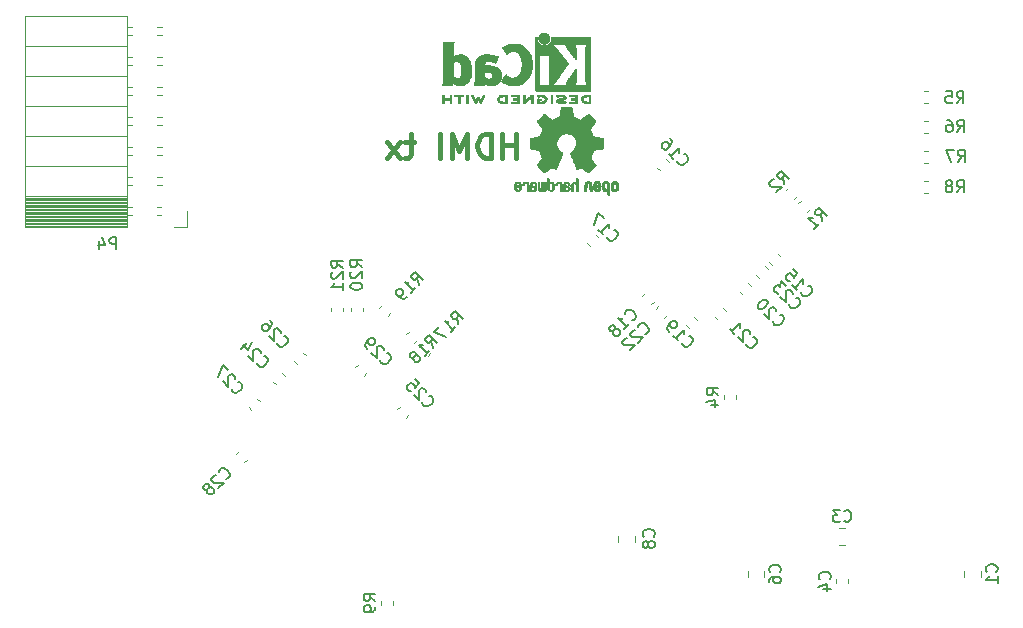
<source format=gbo>
G04 #@! TF.GenerationSoftware,KiCad,Pcbnew,(5.1.0-891-gf1f26a919-dirty)*
G04 #@! TF.CreationDate,2019-06-11T00:28:49+04:00*
G04 #@! TF.ProjectId,hdmishield,68646d69-7368-4696-956c-642e6b696361,rev?*
G04 #@! TF.SameCoordinates,Original*
G04 #@! TF.FileFunction,Legend,Bot*
G04 #@! TF.FilePolarity,Positive*
%FSLAX46Y46*%
G04 Gerber Fmt 4.6, Leading zero omitted, Abs format (unit mm)*
G04 Created by KiCad (PCBNEW (5.1.0-891-gf1f26a919-dirty)) date 2019-06-11 00:28:49*
%MOMM*%
%LPD*%
G04 APERTURE LIST*
%ADD10C,0.400000*%
%ADD11C,0.010000*%
%ADD12C,0.120000*%
%ADD13C,0.150000*%
G04 APERTURE END LIST*
D10*
X87095933Y-51323761D02*
X87095933Y-49323761D01*
X87095933Y-50276142D02*
X85953076Y-50276142D01*
X85953076Y-51323761D02*
X85953076Y-49323761D01*
X85000695Y-51323761D02*
X85000695Y-49323761D01*
X84524504Y-49323761D01*
X84238790Y-49419000D01*
X84048314Y-49609476D01*
X83953076Y-49799952D01*
X83857838Y-50180904D01*
X83857838Y-50466619D01*
X83953076Y-50847571D01*
X84048314Y-51038047D01*
X84238790Y-51228523D01*
X84524504Y-51323761D01*
X85000695Y-51323761D01*
X83000695Y-51323761D02*
X83000695Y-49323761D01*
X82334028Y-50752333D01*
X81667361Y-49323761D01*
X81667361Y-51323761D01*
X80714980Y-51323761D02*
X80714980Y-49323761D01*
X78524504Y-49990428D02*
X77762600Y-49990428D01*
X78238790Y-49323761D02*
X78238790Y-51038047D01*
X78143552Y-51228523D01*
X77953076Y-51323761D01*
X77762600Y-51323761D01*
X77286409Y-51323761D02*
X76238790Y-49990428D01*
X77286409Y-49990428D02*
X76238790Y-51323761D01*
D11*
G36*
X94607614Y-53321005D02*
G01*
X94532961Y-53358227D01*
X94467069Y-53426761D01*
X94448923Y-53452148D01*
X94429155Y-53485366D01*
X94416328Y-53521445D01*
X94408990Y-53569598D01*
X94405687Y-53639036D01*
X94404962Y-53730706D01*
X94408237Y-53856330D01*
X94419623Y-53950654D01*
X94441459Y-54021023D01*
X94476081Y-54074786D01*
X94525830Y-54119288D01*
X94529486Y-54121923D01*
X94578515Y-54148877D01*
X94637555Y-54162212D01*
X94712641Y-54165500D01*
X94834705Y-54165500D01*
X94834756Y-54283997D01*
X94835892Y-54349992D01*
X94842814Y-54388702D01*
X94860902Y-54411919D01*
X94895538Y-54431433D01*
X94903855Y-54435420D01*
X94942780Y-54454103D01*
X94972917Y-54465903D01*
X94995326Y-54466922D01*
X95011067Y-54453261D01*
X95021198Y-54421022D01*
X95026777Y-54366304D01*
X95028865Y-54285211D01*
X95028519Y-54173844D01*
X95026800Y-54028302D01*
X95026263Y-53984769D01*
X95024328Y-53834705D01*
X95022596Y-53736542D01*
X94834808Y-53736542D01*
X94833752Y-53819864D01*
X94829062Y-53874380D01*
X94818449Y-53910337D01*
X94799628Y-53937982D01*
X94786850Y-53951465D01*
X94734610Y-53990917D01*
X94688358Y-53994128D01*
X94640633Y-53961549D01*
X94639423Y-53960346D01*
X94620006Y-53935168D01*
X94608193Y-53900947D01*
X94602235Y-53848248D01*
X94600380Y-53767631D01*
X94600346Y-53749771D01*
X94604830Y-53638675D01*
X94619426Y-53561661D01*
X94645850Y-53514647D01*
X94685817Y-53493550D01*
X94708916Y-53491423D01*
X94763738Y-53501400D01*
X94801342Y-53534252D01*
X94823977Y-53594357D01*
X94833894Y-53686098D01*
X94834808Y-53736542D01*
X95022596Y-53736542D01*
X95022278Y-53718560D01*
X95019627Y-53631179D01*
X95015894Y-53567405D01*
X95010593Y-53522082D01*
X95003242Y-53490055D01*
X94993357Y-53466168D01*
X94980454Y-53445264D01*
X94974921Y-53437398D01*
X94901531Y-53363095D01*
X94808740Y-53320967D01*
X94701404Y-53309222D01*
X94607614Y-53321005D01*
X94607614Y-53321005D01*
G37*
X94607614Y-53321005D02*
X94532961Y-53358227D01*
X94467069Y-53426761D01*
X94448923Y-53452148D01*
X94429155Y-53485366D01*
X94416328Y-53521445D01*
X94408990Y-53569598D01*
X94405687Y-53639036D01*
X94404962Y-53730706D01*
X94408237Y-53856330D01*
X94419623Y-53950654D01*
X94441459Y-54021023D01*
X94476081Y-54074786D01*
X94525830Y-54119288D01*
X94529486Y-54121923D01*
X94578515Y-54148877D01*
X94637555Y-54162212D01*
X94712641Y-54165500D01*
X94834705Y-54165500D01*
X94834756Y-54283997D01*
X94835892Y-54349992D01*
X94842814Y-54388702D01*
X94860902Y-54411919D01*
X94895538Y-54431433D01*
X94903855Y-54435420D01*
X94942780Y-54454103D01*
X94972917Y-54465903D01*
X94995326Y-54466922D01*
X95011067Y-54453261D01*
X95021198Y-54421022D01*
X95026777Y-54366304D01*
X95028865Y-54285211D01*
X95028519Y-54173844D01*
X95026800Y-54028302D01*
X95026263Y-53984769D01*
X95024328Y-53834705D01*
X95022596Y-53736542D01*
X94834808Y-53736542D01*
X94833752Y-53819864D01*
X94829062Y-53874380D01*
X94818449Y-53910337D01*
X94799628Y-53937982D01*
X94786850Y-53951465D01*
X94734610Y-53990917D01*
X94688358Y-53994128D01*
X94640633Y-53961549D01*
X94639423Y-53960346D01*
X94620006Y-53935168D01*
X94608193Y-53900947D01*
X94602235Y-53848248D01*
X94600380Y-53767631D01*
X94600346Y-53749771D01*
X94604830Y-53638675D01*
X94619426Y-53561661D01*
X94645850Y-53514647D01*
X94685817Y-53493550D01*
X94708916Y-53491423D01*
X94763738Y-53501400D01*
X94801342Y-53534252D01*
X94823977Y-53594357D01*
X94833894Y-53686098D01*
X94834808Y-53736542D01*
X95022596Y-53736542D01*
X95022278Y-53718560D01*
X95019627Y-53631179D01*
X95015894Y-53567405D01*
X95010593Y-53522082D01*
X95003242Y-53490055D01*
X94993357Y-53466168D01*
X94980454Y-53445264D01*
X94974921Y-53437398D01*
X94901531Y-53363095D01*
X94808740Y-53320967D01*
X94701404Y-53309222D01*
X94607614Y-53321005D01*
G36*
X93104836Y-53331589D02*
G01*
X93042133Y-53367858D01*
X92998539Y-53403858D01*
X92966655Y-53441575D01*
X92944690Y-53487699D01*
X92930851Y-53548921D01*
X92923347Y-53631931D01*
X92920383Y-53743419D01*
X92920039Y-53823562D01*
X92920039Y-54118565D01*
X93086115Y-54193015D01*
X93095885Y-53869902D01*
X93099921Y-53749229D01*
X93104156Y-53661641D01*
X93109403Y-53601150D01*
X93116475Y-53561768D01*
X93126189Y-53537507D01*
X93139356Y-53522380D01*
X93143581Y-53519106D01*
X93207591Y-53493534D01*
X93272292Y-53503653D01*
X93310808Y-53530500D01*
X93326475Y-53549524D01*
X93337320Y-53574488D01*
X93344212Y-53612334D01*
X93348021Y-53670002D01*
X93349617Y-53754435D01*
X93349885Y-53842428D01*
X93349937Y-53952823D01*
X93351828Y-54030963D01*
X93358155Y-54083665D01*
X93371517Y-54117742D01*
X93394515Y-54140011D01*
X93429746Y-54157287D01*
X93476803Y-54175238D01*
X93528197Y-54194778D01*
X93522079Y-53847985D01*
X93519616Y-53722968D01*
X93516733Y-53630582D01*
X93512602Y-53564381D01*
X93506393Y-53517920D01*
X93497274Y-53484756D01*
X93484417Y-53458444D01*
X93468916Y-53435229D01*
X93394129Y-53361069D01*
X93302872Y-53318184D01*
X93203617Y-53307912D01*
X93104836Y-53331589D01*
X93104836Y-53331589D01*
G37*
X93104836Y-53331589D02*
X93042133Y-53367858D01*
X92998539Y-53403858D01*
X92966655Y-53441575D01*
X92944690Y-53487699D01*
X92930851Y-53548921D01*
X92923347Y-53631931D01*
X92920383Y-53743419D01*
X92920039Y-53823562D01*
X92920039Y-54118565D01*
X93086115Y-54193015D01*
X93095885Y-53869902D01*
X93099921Y-53749229D01*
X93104156Y-53661641D01*
X93109403Y-53601150D01*
X93116475Y-53561768D01*
X93126189Y-53537507D01*
X93139356Y-53522380D01*
X93143581Y-53519106D01*
X93207591Y-53493534D01*
X93272292Y-53503653D01*
X93310808Y-53530500D01*
X93326475Y-53549524D01*
X93337320Y-53574488D01*
X93344212Y-53612334D01*
X93348021Y-53670002D01*
X93349617Y-53754435D01*
X93349885Y-53842428D01*
X93349937Y-53952823D01*
X93351828Y-54030963D01*
X93358155Y-54083665D01*
X93371517Y-54117742D01*
X93394515Y-54140011D01*
X93429746Y-54157287D01*
X93476803Y-54175238D01*
X93528197Y-54194778D01*
X93522079Y-53847985D01*
X93519616Y-53722968D01*
X93516733Y-53630582D01*
X93512602Y-53564381D01*
X93506393Y-53517920D01*
X93497274Y-53484756D01*
X93484417Y-53458444D01*
X93468916Y-53435229D01*
X93394129Y-53361069D01*
X93302872Y-53318184D01*
X93203617Y-53307912D01*
X93104836Y-53331589D01*
G36*
X95359614Y-53323756D02*
G01*
X95268036Y-53371909D01*
X95200451Y-53449405D01*
X95176443Y-53499227D01*
X95157762Y-53574033D01*
X95148199Y-53668552D01*
X95147292Y-53771710D01*
X95154579Y-53872435D01*
X95169597Y-53959653D01*
X95191885Y-54022291D01*
X95198735Y-54033079D01*
X95279868Y-54113605D01*
X95376234Y-54161836D01*
X95480799Y-54175950D01*
X95586532Y-54154129D01*
X95615957Y-54141047D01*
X95673259Y-54100731D01*
X95723550Y-54047275D01*
X95728303Y-54040495D01*
X95747622Y-54007821D01*
X95760392Y-53972894D01*
X95767936Y-53926914D01*
X95771576Y-53861084D01*
X95772635Y-53766605D01*
X95772654Y-53745423D01*
X95772606Y-53738682D01*
X95577269Y-53738682D01*
X95576132Y-53827849D01*
X95571659Y-53887020D01*
X95562254Y-53925241D01*
X95546324Y-53951553D01*
X95538192Y-53960346D01*
X95491442Y-53993761D01*
X95446053Y-53992237D01*
X95400160Y-53963252D01*
X95372788Y-53932309D01*
X95356577Y-53887143D01*
X95347474Y-53815920D01*
X95346849Y-53807614D01*
X95345296Y-53678537D01*
X95361535Y-53582672D01*
X95395348Y-53520607D01*
X95446516Y-53492932D01*
X95464780Y-53491423D01*
X95512740Y-53499013D01*
X95545547Y-53525308D01*
X95565605Y-53575595D01*
X95575322Y-53655164D01*
X95577269Y-53738682D01*
X95772606Y-53738682D01*
X95771926Y-53644749D01*
X95768871Y-53574406D01*
X95762178Y-53525663D01*
X95750540Y-53489788D01*
X95732647Y-53458048D01*
X95728692Y-53452148D01*
X95662233Y-53372604D01*
X95589815Y-53326429D01*
X95501651Y-53308099D01*
X95471713Y-53307203D01*
X95359614Y-53323756D01*
X95359614Y-53323756D01*
G37*
X95359614Y-53323756D02*
X95268036Y-53371909D01*
X95200451Y-53449405D01*
X95176443Y-53499227D01*
X95157762Y-53574033D01*
X95148199Y-53668552D01*
X95147292Y-53771710D01*
X95154579Y-53872435D01*
X95169597Y-53959653D01*
X95191885Y-54022291D01*
X95198735Y-54033079D01*
X95279868Y-54113605D01*
X95376234Y-54161836D01*
X95480799Y-54175950D01*
X95586532Y-54154129D01*
X95615957Y-54141047D01*
X95673259Y-54100731D01*
X95723550Y-54047275D01*
X95728303Y-54040495D01*
X95747622Y-54007821D01*
X95760392Y-53972894D01*
X95767936Y-53926914D01*
X95771576Y-53861084D01*
X95772635Y-53766605D01*
X95772654Y-53745423D01*
X95772606Y-53738682D01*
X95577269Y-53738682D01*
X95576132Y-53827849D01*
X95571659Y-53887020D01*
X95562254Y-53925241D01*
X95546324Y-53951553D01*
X95538192Y-53960346D01*
X95491442Y-53993761D01*
X95446053Y-53992237D01*
X95400160Y-53963252D01*
X95372788Y-53932309D01*
X95356577Y-53887143D01*
X95347474Y-53815920D01*
X95346849Y-53807614D01*
X95345296Y-53678537D01*
X95361535Y-53582672D01*
X95395348Y-53520607D01*
X95446516Y-53492932D01*
X95464780Y-53491423D01*
X95512740Y-53499013D01*
X95545547Y-53525308D01*
X95565605Y-53575595D01*
X95575322Y-53655164D01*
X95577269Y-53738682D01*
X95772606Y-53738682D01*
X95771926Y-53644749D01*
X95768871Y-53574406D01*
X95762178Y-53525663D01*
X95750540Y-53489788D01*
X95732647Y-53458048D01*
X95728692Y-53452148D01*
X95662233Y-53372604D01*
X95589815Y-53326429D01*
X95501651Y-53308099D01*
X95471713Y-53307203D01*
X95359614Y-53323756D01*
G36*
X93842246Y-53336245D02*
G01*
X93765214Y-53388067D01*
X93705684Y-53462912D01*
X93670122Y-53558154D01*
X93662929Y-53628256D01*
X93663746Y-53657509D01*
X93670586Y-53679907D01*
X93689388Y-53699974D01*
X93726092Y-53722233D01*
X93786638Y-53751209D01*
X93876966Y-53791427D01*
X93877423Y-53791629D01*
X93960567Y-53829710D01*
X94028747Y-53863525D01*
X94074995Y-53889433D01*
X94092342Y-53903795D01*
X94092346Y-53903911D01*
X94077057Y-53935185D01*
X94041304Y-53969657D01*
X94000258Y-53994490D01*
X93979463Y-53999423D01*
X93922730Y-53982362D01*
X93873873Y-53939633D01*
X93850035Y-53892655D01*
X93827103Y-53858022D01*
X93782182Y-53818581D01*
X93729377Y-53784509D01*
X93682790Y-53765980D01*
X93673048Y-53764962D01*
X93662082Y-53781715D01*
X93661421Y-53824539D01*
X93669480Y-53882281D01*
X93684673Y-53943789D01*
X93705414Y-53997909D01*
X93706462Y-54000010D01*
X93768879Y-54087160D01*
X93849774Y-54146439D01*
X93941644Y-54175534D01*
X94036987Y-54172134D01*
X94128302Y-54133928D01*
X94132362Y-54131241D01*
X94204194Y-54066142D01*
X94251427Y-53981205D01*
X94277566Y-53869521D01*
X94281074Y-53838143D01*
X94287287Y-53690036D01*
X94279839Y-53620968D01*
X94092346Y-53620968D01*
X94089910Y-53664052D01*
X94076586Y-53676626D01*
X94043368Y-53667219D01*
X93991006Y-53644983D01*
X93932476Y-53617110D01*
X93931021Y-53616372D01*
X93881411Y-53590277D01*
X93861500Y-53572863D01*
X93866410Y-53554607D01*
X93887084Y-53530620D01*
X93939681Y-53495906D01*
X93996323Y-53493356D01*
X94047131Y-53518619D01*
X94082224Y-53567347D01*
X94092346Y-53620968D01*
X94279839Y-53620968D01*
X94274508Y-53571536D01*
X94241722Y-53477555D01*
X94196079Y-53411715D01*
X94113698Y-53345181D01*
X94022954Y-53312176D01*
X93930315Y-53310073D01*
X93842246Y-53336245D01*
X93842246Y-53336245D01*
G37*
X93842246Y-53336245D02*
X93765214Y-53388067D01*
X93705684Y-53462912D01*
X93670122Y-53558154D01*
X93662929Y-53628256D01*
X93663746Y-53657509D01*
X93670586Y-53679907D01*
X93689388Y-53699974D01*
X93726092Y-53722233D01*
X93786638Y-53751209D01*
X93876966Y-53791427D01*
X93877423Y-53791629D01*
X93960567Y-53829710D01*
X94028747Y-53863525D01*
X94074995Y-53889433D01*
X94092342Y-53903795D01*
X94092346Y-53903911D01*
X94077057Y-53935185D01*
X94041304Y-53969657D01*
X94000258Y-53994490D01*
X93979463Y-53999423D01*
X93922730Y-53982362D01*
X93873873Y-53939633D01*
X93850035Y-53892655D01*
X93827103Y-53858022D01*
X93782182Y-53818581D01*
X93729377Y-53784509D01*
X93682790Y-53765980D01*
X93673048Y-53764962D01*
X93662082Y-53781715D01*
X93661421Y-53824539D01*
X93669480Y-53882281D01*
X93684673Y-53943789D01*
X93705414Y-53997909D01*
X93706462Y-54000010D01*
X93768879Y-54087160D01*
X93849774Y-54146439D01*
X93941644Y-54175534D01*
X94036987Y-54172134D01*
X94128302Y-54133928D01*
X94132362Y-54131241D01*
X94204194Y-54066142D01*
X94251427Y-53981205D01*
X94277566Y-53869521D01*
X94281074Y-53838143D01*
X94287287Y-53690036D01*
X94279839Y-53620968D01*
X94092346Y-53620968D01*
X94089910Y-53664052D01*
X94076586Y-53676626D01*
X94043368Y-53667219D01*
X93991006Y-53644983D01*
X93932476Y-53617110D01*
X93931021Y-53616372D01*
X93881411Y-53590277D01*
X93861500Y-53572863D01*
X93866410Y-53554607D01*
X93887084Y-53530620D01*
X93939681Y-53495906D01*
X93996323Y-53493356D01*
X94047131Y-53518619D01*
X94082224Y-53567347D01*
X94092346Y-53620968D01*
X94279839Y-53620968D01*
X94274508Y-53571536D01*
X94241722Y-53477555D01*
X94196079Y-53411715D01*
X94113698Y-53345181D01*
X94022954Y-53312176D01*
X93930315Y-53310073D01*
X93842246Y-53336245D01*
G36*
X92216654Y-53228620D02*
G01*
X92210928Y-53308480D01*
X92204351Y-53355539D01*
X92195238Y-53376066D01*
X92181902Y-53376329D01*
X92177577Y-53373878D01*
X92120056Y-53356136D01*
X92045232Y-53357172D01*
X91969161Y-53375410D01*
X91921582Y-53399005D01*
X91872798Y-53436698D01*
X91837136Y-53479355D01*
X91812655Y-53533557D01*
X91797413Y-53605884D01*
X91789470Y-53702919D01*
X91786884Y-53831242D01*
X91786838Y-53855858D01*
X91786808Y-54132370D01*
X91848339Y-54153820D01*
X91892041Y-54168412D01*
X91916018Y-54175206D01*
X91916723Y-54175269D01*
X91919085Y-54156845D01*
X91921094Y-54106026D01*
X91922599Y-54029493D01*
X91923447Y-53933930D01*
X91923577Y-53875829D01*
X91923849Y-53761271D01*
X91925248Y-53679167D01*
X91928651Y-53622893D01*
X91934933Y-53585826D01*
X91944971Y-53561344D01*
X91959639Y-53542825D01*
X91968798Y-53533906D01*
X92031711Y-53497966D01*
X92100364Y-53495275D01*
X92162652Y-53525670D01*
X92174171Y-53536644D01*
X92191067Y-53557279D01*
X92202786Y-53581756D01*
X92210267Y-53617147D01*
X92214446Y-53670526D01*
X92216263Y-53748966D01*
X92216654Y-53857117D01*
X92216654Y-54132370D01*
X92278185Y-54153820D01*
X92321887Y-54168412D01*
X92345864Y-54175206D01*
X92346570Y-54175269D01*
X92348374Y-54156569D01*
X92350000Y-54103822D01*
X92351383Y-54022057D01*
X92352458Y-53916305D01*
X92353160Y-53791594D01*
X92353423Y-53652955D01*
X92353423Y-53118306D01*
X92226423Y-53064736D01*
X92216654Y-53228620D01*
X92216654Y-53228620D01*
G37*
X92216654Y-53228620D02*
X92210928Y-53308480D01*
X92204351Y-53355539D01*
X92195238Y-53376066D01*
X92181902Y-53376329D01*
X92177577Y-53373878D01*
X92120056Y-53356136D01*
X92045232Y-53357172D01*
X91969161Y-53375410D01*
X91921582Y-53399005D01*
X91872798Y-53436698D01*
X91837136Y-53479355D01*
X91812655Y-53533557D01*
X91797413Y-53605884D01*
X91789470Y-53702919D01*
X91786884Y-53831242D01*
X91786838Y-53855858D01*
X91786808Y-54132370D01*
X91848339Y-54153820D01*
X91892041Y-54168412D01*
X91916018Y-54175206D01*
X91916723Y-54175269D01*
X91919085Y-54156845D01*
X91921094Y-54106026D01*
X91922599Y-54029493D01*
X91923447Y-53933930D01*
X91923577Y-53875829D01*
X91923849Y-53761271D01*
X91925248Y-53679167D01*
X91928651Y-53622893D01*
X91934933Y-53585826D01*
X91944971Y-53561344D01*
X91959639Y-53542825D01*
X91968798Y-53533906D01*
X92031711Y-53497966D01*
X92100364Y-53495275D01*
X92162652Y-53525670D01*
X92174171Y-53536644D01*
X92191067Y-53557279D01*
X92202786Y-53581756D01*
X92210267Y-53617147D01*
X92214446Y-53670526D01*
X92216263Y-53748966D01*
X92216654Y-53857117D01*
X92216654Y-54132370D01*
X92278185Y-54153820D01*
X92321887Y-54168412D01*
X92345864Y-54175206D01*
X92346570Y-54175269D01*
X92348374Y-54156569D01*
X92350000Y-54103822D01*
X92351383Y-54022057D01*
X92352458Y-53916305D01*
X92353160Y-53791594D01*
X92353423Y-53652955D01*
X92353423Y-53118306D01*
X92226423Y-53064736D01*
X92216654Y-53228620D01*
G36*
X91322999Y-53362803D02*
G01*
X91246440Y-53391233D01*
X91245564Y-53391779D01*
X91198215Y-53426627D01*
X91163259Y-53467352D01*
X91138675Y-53520425D01*
X91122438Y-53592314D01*
X91112525Y-53689492D01*
X91106914Y-53818428D01*
X91106423Y-53836798D01*
X91099359Y-54113787D01*
X91158805Y-54144528D01*
X91201819Y-54165302D01*
X91227790Y-54175146D01*
X91228991Y-54175269D01*
X91233486Y-54157106D01*
X91237056Y-54108112D01*
X91239252Y-54036531D01*
X91239731Y-53978568D01*
X91239742Y-53884670D01*
X91244034Y-53825703D01*
X91258997Y-53797579D01*
X91291018Y-53796206D01*
X91346486Y-53817498D01*
X91430231Y-53856636D01*
X91491811Y-53889143D01*
X91523483Y-53917345D01*
X91532794Y-53948082D01*
X91532808Y-53949604D01*
X91517443Y-54002554D01*
X91471953Y-54031160D01*
X91402334Y-54035303D01*
X91352187Y-54034584D01*
X91325746Y-54049027D01*
X91309257Y-54083718D01*
X91299767Y-54127916D01*
X91313443Y-54152993D01*
X91318593Y-54156582D01*
X91367075Y-54170996D01*
X91434969Y-54173037D01*
X91504888Y-54163483D01*
X91554432Y-54146022D01*
X91622930Y-54087864D01*
X91661866Y-54006908D01*
X91669577Y-53943660D01*
X91663693Y-53886611D01*
X91642399Y-53840042D01*
X91600235Y-53798681D01*
X91531741Y-53757255D01*
X91431456Y-53710493D01*
X91425346Y-53707850D01*
X91335010Y-53666117D01*
X91279265Y-53631891D01*
X91255371Y-53601135D01*
X91260587Y-53569811D01*
X91292172Y-53533883D01*
X91301617Y-53525616D01*
X91364883Y-53493558D01*
X91430436Y-53494907D01*
X91487528Y-53526338D01*
X91525407Y-53584524D01*
X91528926Y-53595946D01*
X91563200Y-53651337D01*
X91606691Y-53678018D01*
X91669577Y-53704460D01*
X91669577Y-53636048D01*
X91650448Y-53536610D01*
X91593669Y-53445402D01*
X91564122Y-53414889D01*
X91496958Y-53375728D01*
X91411544Y-53358000D01*
X91322999Y-53362803D01*
X91322999Y-53362803D01*
G37*
X91322999Y-53362803D02*
X91246440Y-53391233D01*
X91245564Y-53391779D01*
X91198215Y-53426627D01*
X91163259Y-53467352D01*
X91138675Y-53520425D01*
X91122438Y-53592314D01*
X91112525Y-53689492D01*
X91106914Y-53818428D01*
X91106423Y-53836798D01*
X91099359Y-54113787D01*
X91158805Y-54144528D01*
X91201819Y-54165302D01*
X91227790Y-54175146D01*
X91228991Y-54175269D01*
X91233486Y-54157106D01*
X91237056Y-54108112D01*
X91239252Y-54036531D01*
X91239731Y-53978568D01*
X91239742Y-53884670D01*
X91244034Y-53825703D01*
X91258997Y-53797579D01*
X91291018Y-53796206D01*
X91346486Y-53817498D01*
X91430231Y-53856636D01*
X91491811Y-53889143D01*
X91523483Y-53917345D01*
X91532794Y-53948082D01*
X91532808Y-53949604D01*
X91517443Y-54002554D01*
X91471953Y-54031160D01*
X91402334Y-54035303D01*
X91352187Y-54034584D01*
X91325746Y-54049027D01*
X91309257Y-54083718D01*
X91299767Y-54127916D01*
X91313443Y-54152993D01*
X91318593Y-54156582D01*
X91367075Y-54170996D01*
X91434969Y-54173037D01*
X91504888Y-54163483D01*
X91554432Y-54146022D01*
X91622930Y-54087864D01*
X91661866Y-54006908D01*
X91669577Y-53943660D01*
X91663693Y-53886611D01*
X91642399Y-53840042D01*
X91600235Y-53798681D01*
X91531741Y-53757255D01*
X91431456Y-53710493D01*
X91425346Y-53707850D01*
X91335010Y-53666117D01*
X91279265Y-53631891D01*
X91255371Y-53601135D01*
X91260587Y-53569811D01*
X91292172Y-53533883D01*
X91301617Y-53525616D01*
X91364883Y-53493558D01*
X91430436Y-53494907D01*
X91487528Y-53526338D01*
X91525407Y-53584524D01*
X91528926Y-53595946D01*
X91563200Y-53651337D01*
X91606691Y-53678018D01*
X91669577Y-53704460D01*
X91669577Y-53636048D01*
X91650448Y-53536610D01*
X91593669Y-53445402D01*
X91564122Y-53414889D01*
X91496958Y-53375728D01*
X91411544Y-53358000D01*
X91322999Y-53362803D01*
G36*
X90663138Y-53361170D02*
G01*
X90574383Y-53393921D01*
X90502478Y-53451850D01*
X90474356Y-53492628D01*
X90443698Y-53567454D01*
X90444335Y-53621558D01*
X90476513Y-53657946D01*
X90488419Y-53664133D01*
X90539825Y-53683425D01*
X90566078Y-53678482D01*
X90574970Y-53646087D01*
X90575423Y-53628192D01*
X90591703Y-53562359D01*
X90634135Y-53516307D01*
X90693112Y-53494064D01*
X90759025Y-53499661D01*
X90812605Y-53528729D01*
X90830702Y-53545310D01*
X90843529Y-53565425D01*
X90852194Y-53595832D01*
X90857804Y-53643288D01*
X90861465Y-53714550D01*
X90864285Y-53816375D01*
X90865016Y-53848615D01*
X90867680Y-53958910D01*
X90870708Y-54036536D01*
X90875250Y-54087896D01*
X90882454Y-54119390D01*
X90893467Y-54137420D01*
X90909440Y-54148388D01*
X90919666Y-54153233D01*
X90963094Y-54169801D01*
X90988658Y-54175269D01*
X90997105Y-54157007D01*
X91002261Y-54101796D01*
X91004154Y-54008999D01*
X91002811Y-53877978D01*
X91002393Y-53857769D01*
X90999442Y-53738233D01*
X90995952Y-53650949D01*
X90990986Y-53589091D01*
X90983607Y-53545836D01*
X90972876Y-53514360D01*
X90957855Y-53487839D01*
X90949998Y-53476475D01*
X90904947Y-53426192D01*
X90854560Y-53387081D01*
X90848392Y-53383667D01*
X90758042Y-53356712D01*
X90663138Y-53361170D01*
X90663138Y-53361170D01*
G37*
X90663138Y-53361170D02*
X90574383Y-53393921D01*
X90502478Y-53451850D01*
X90474356Y-53492628D01*
X90443698Y-53567454D01*
X90444335Y-53621558D01*
X90476513Y-53657946D01*
X90488419Y-53664133D01*
X90539825Y-53683425D01*
X90566078Y-53678482D01*
X90574970Y-53646087D01*
X90575423Y-53628192D01*
X90591703Y-53562359D01*
X90634135Y-53516307D01*
X90693112Y-53494064D01*
X90759025Y-53499661D01*
X90812605Y-53528729D01*
X90830702Y-53545310D01*
X90843529Y-53565425D01*
X90852194Y-53595832D01*
X90857804Y-53643288D01*
X90861465Y-53714550D01*
X90864285Y-53816375D01*
X90865016Y-53848615D01*
X90867680Y-53958910D01*
X90870708Y-54036536D01*
X90875250Y-54087896D01*
X90882454Y-54119390D01*
X90893467Y-54137420D01*
X90909440Y-54148388D01*
X90919666Y-54153233D01*
X90963094Y-54169801D01*
X90988658Y-54175269D01*
X90997105Y-54157007D01*
X91002261Y-54101796D01*
X91004154Y-54008999D01*
X91002811Y-53877978D01*
X91002393Y-53857769D01*
X90999442Y-53738233D01*
X90995952Y-53650949D01*
X90990986Y-53589091D01*
X90983607Y-53545836D01*
X90972876Y-53514360D01*
X90957855Y-53487839D01*
X90949998Y-53476475D01*
X90904947Y-53426192D01*
X90854560Y-53387081D01*
X90848392Y-53383667D01*
X90758042Y-53356712D01*
X90663138Y-53361170D01*
G36*
X89774419Y-53516789D02*
G01*
X89774667Y-53662820D01*
X89775628Y-53775155D01*
X89777706Y-53859178D01*
X89781307Y-53920269D01*
X89786835Y-53963809D01*
X89794696Y-53995179D01*
X89805293Y-54019762D01*
X89813318Y-54033794D01*
X89879772Y-54109888D01*
X89964030Y-54157584D01*
X90057251Y-54174699D01*
X90150600Y-54159046D01*
X90206188Y-54130918D01*
X90264543Y-54082260D01*
X90304314Y-54022833D01*
X90328310Y-53945007D01*
X90339339Y-53841152D01*
X90340901Y-53764962D01*
X90340691Y-53759486D01*
X90204192Y-53759486D01*
X90203359Y-53846855D01*
X90199539Y-53904692D01*
X90190754Y-53942529D01*
X90175026Y-53969898D01*
X90156234Y-53990542D01*
X90093125Y-54030390D01*
X90025363Y-54033795D01*
X89961321Y-54000525D01*
X89956336Y-53996017D01*
X89935061Y-53972567D01*
X89921721Y-53944666D01*
X89914499Y-53903141D01*
X89911577Y-53838816D01*
X89911115Y-53767700D01*
X89912117Y-53678358D01*
X89916262Y-53618758D01*
X89925264Y-53579589D01*
X89940833Y-53551540D01*
X89953598Y-53536644D01*
X90012900Y-53499075D01*
X90081199Y-53494557D01*
X90146390Y-53523253D01*
X90158972Y-53533906D01*
X90180389Y-53557563D01*
X90193756Y-53585751D01*
X90200934Y-53627745D01*
X90203781Y-53692819D01*
X90204192Y-53759486D01*
X90340691Y-53759486D01*
X90336178Y-53642265D01*
X90320138Y-53550077D01*
X90289972Y-53480769D01*
X90242871Y-53426711D01*
X90206188Y-53399005D01*
X90139510Y-53369072D01*
X90062228Y-53355178D01*
X89990390Y-53358897D01*
X89950192Y-53373900D01*
X89934418Y-53378170D01*
X89923950Y-53362250D01*
X89916644Y-53319589D01*
X89911115Y-53254606D01*
X89905063Y-53182232D01*
X89896656Y-53138687D01*
X89881359Y-53113787D01*
X89854636Y-53097345D01*
X89837846Y-53090064D01*
X89774346Y-53063463D01*
X89774419Y-53516789D01*
X89774419Y-53516789D01*
G37*
X89774419Y-53516789D02*
X89774667Y-53662820D01*
X89775628Y-53775155D01*
X89777706Y-53859178D01*
X89781307Y-53920269D01*
X89786835Y-53963809D01*
X89794696Y-53995179D01*
X89805293Y-54019762D01*
X89813318Y-54033794D01*
X89879772Y-54109888D01*
X89964030Y-54157584D01*
X90057251Y-54174699D01*
X90150600Y-54159046D01*
X90206188Y-54130918D01*
X90264543Y-54082260D01*
X90304314Y-54022833D01*
X90328310Y-53945007D01*
X90339339Y-53841152D01*
X90340901Y-53764962D01*
X90340691Y-53759486D01*
X90204192Y-53759486D01*
X90203359Y-53846855D01*
X90199539Y-53904692D01*
X90190754Y-53942529D01*
X90175026Y-53969898D01*
X90156234Y-53990542D01*
X90093125Y-54030390D01*
X90025363Y-54033795D01*
X89961321Y-54000525D01*
X89956336Y-53996017D01*
X89935061Y-53972567D01*
X89921721Y-53944666D01*
X89914499Y-53903141D01*
X89911577Y-53838816D01*
X89911115Y-53767700D01*
X89912117Y-53678358D01*
X89916262Y-53618758D01*
X89925264Y-53579589D01*
X89940833Y-53551540D01*
X89953598Y-53536644D01*
X90012900Y-53499075D01*
X90081199Y-53494557D01*
X90146390Y-53523253D01*
X90158972Y-53533906D01*
X90180389Y-53557563D01*
X90193756Y-53585751D01*
X90200934Y-53627745D01*
X90203781Y-53692819D01*
X90204192Y-53759486D01*
X90340691Y-53759486D01*
X90336178Y-53642265D01*
X90320138Y-53550077D01*
X90289972Y-53480769D01*
X90242871Y-53426711D01*
X90206188Y-53399005D01*
X90139510Y-53369072D01*
X90062228Y-53355178D01*
X89990390Y-53358897D01*
X89950192Y-53373900D01*
X89934418Y-53378170D01*
X89923950Y-53362250D01*
X89916644Y-53319589D01*
X89911115Y-53254606D01*
X89905063Y-53182232D01*
X89896656Y-53138687D01*
X89881359Y-53113787D01*
X89854636Y-53097345D01*
X89837846Y-53090064D01*
X89774346Y-53063463D01*
X89774419Y-53516789D01*
G36*
X88980571Y-53373162D02*
G01*
X88977589Y-53424568D01*
X88975253Y-53502692D01*
X88973751Y-53601357D01*
X88973269Y-53704843D01*
X88973269Y-54055033D01*
X89035099Y-54116863D01*
X89077707Y-54154962D01*
X89115110Y-54170395D01*
X89166230Y-54169418D01*
X89186522Y-54166933D01*
X89249946Y-54159700D01*
X89302405Y-54155555D01*
X89315192Y-54155172D01*
X89358301Y-54157676D01*
X89419956Y-54163962D01*
X89443862Y-54166933D01*
X89502578Y-54171528D01*
X89542036Y-54161546D01*
X89581162Y-54130728D01*
X89595285Y-54116863D01*
X89657115Y-54055033D01*
X89657115Y-53400003D01*
X89607350Y-53377329D01*
X89564498Y-53360534D01*
X89539427Y-53354654D01*
X89532999Y-53373236D01*
X89526991Y-53425155D01*
X89521803Y-53504672D01*
X89517836Y-53606046D01*
X89515923Y-53691692D01*
X89510577Y-54028731D01*
X89463940Y-54035325D01*
X89421524Y-54030714D01*
X89400740Y-54015787D01*
X89394930Y-53987877D01*
X89389970Y-53928425D01*
X89386254Y-53844966D01*
X89384176Y-53745032D01*
X89383876Y-53693604D01*
X89383577Y-53397554D01*
X89322046Y-53376104D01*
X89278496Y-53361520D01*
X89254806Y-53354719D01*
X89254123Y-53354654D01*
X89251746Y-53373142D01*
X89249134Y-53424406D01*
X89246505Y-53502149D01*
X89244079Y-53600074D01*
X89242385Y-53691692D01*
X89237039Y-54028731D01*
X89119808Y-54028731D01*
X89114428Y-53721246D01*
X89109049Y-53413761D01*
X89051899Y-53384207D01*
X89009703Y-53363913D01*
X88984730Y-53354704D01*
X88984009Y-53354654D01*
X88980571Y-53373162D01*
X88980571Y-53373162D01*
G37*
X88980571Y-53373162D02*
X88977589Y-53424568D01*
X88975253Y-53502692D01*
X88973751Y-53601357D01*
X88973269Y-53704843D01*
X88973269Y-54055033D01*
X89035099Y-54116863D01*
X89077707Y-54154962D01*
X89115110Y-54170395D01*
X89166230Y-54169418D01*
X89186522Y-54166933D01*
X89249946Y-54159700D01*
X89302405Y-54155555D01*
X89315192Y-54155172D01*
X89358301Y-54157676D01*
X89419956Y-54163962D01*
X89443862Y-54166933D01*
X89502578Y-54171528D01*
X89542036Y-54161546D01*
X89581162Y-54130728D01*
X89595285Y-54116863D01*
X89657115Y-54055033D01*
X89657115Y-53400003D01*
X89607350Y-53377329D01*
X89564498Y-53360534D01*
X89539427Y-53354654D01*
X89532999Y-53373236D01*
X89526991Y-53425155D01*
X89521803Y-53504672D01*
X89517836Y-53606046D01*
X89515923Y-53691692D01*
X89510577Y-54028731D01*
X89463940Y-54035325D01*
X89421524Y-54030714D01*
X89400740Y-54015787D01*
X89394930Y-53987877D01*
X89389970Y-53928425D01*
X89386254Y-53844966D01*
X89384176Y-53745032D01*
X89383876Y-53693604D01*
X89383577Y-53397554D01*
X89322046Y-53376104D01*
X89278496Y-53361520D01*
X89254806Y-53354719D01*
X89254123Y-53354654D01*
X89251746Y-53373142D01*
X89249134Y-53424406D01*
X89246505Y-53502149D01*
X89244079Y-53600074D01*
X89242385Y-53691692D01*
X89237039Y-54028731D01*
X89119808Y-54028731D01*
X89114428Y-53721246D01*
X89109049Y-53413761D01*
X89051899Y-53384207D01*
X89009703Y-53363913D01*
X88984730Y-53354704D01*
X88984009Y-53354654D01*
X88980571Y-53373162D01*
G36*
X88489167Y-53370028D02*
G01*
X88432910Y-53395617D01*
X88388753Y-53426624D01*
X88356399Y-53461295D01*
X88334062Y-53506020D01*
X88319954Y-53567192D01*
X88312289Y-53651201D01*
X88309280Y-53764440D01*
X88308962Y-53839009D01*
X88308962Y-54129920D01*
X88358727Y-54152595D01*
X88397924Y-54169167D01*
X88417343Y-54175269D01*
X88421058Y-54157110D01*
X88424005Y-54108148D01*
X88425809Y-54036653D01*
X88426192Y-53979885D01*
X88427839Y-53897871D01*
X88432278Y-53832809D01*
X88438760Y-53792967D01*
X88443910Y-53784500D01*
X88478523Y-53793146D01*
X88532860Y-53815323D01*
X88595778Y-53845386D01*
X88656132Y-53877692D01*
X88702779Y-53906598D01*
X88724574Y-53926461D01*
X88724661Y-53926675D01*
X88722786Y-53963435D01*
X88705975Y-53998526D01*
X88676461Y-54027028D01*
X88633384Y-54036561D01*
X88596568Y-54035450D01*
X88544426Y-54034633D01*
X88517056Y-54046849D01*
X88500618Y-54079124D01*
X88498545Y-54085210D01*
X88491419Y-54131239D01*
X88510476Y-54159187D01*
X88560147Y-54172507D01*
X88613803Y-54174970D01*
X88710358Y-54156710D01*
X88760341Y-54130631D01*
X88822071Y-54069368D01*
X88854810Y-53994170D01*
X88857747Y-53914711D01*
X88830076Y-53840667D01*
X88788453Y-53794269D01*
X88746896Y-53768293D01*
X88681578Y-53735407D01*
X88605462Y-53702057D01*
X88592774Y-53696961D01*
X88509167Y-53660065D01*
X88460970Y-53627546D01*
X88445470Y-53595218D01*
X88459950Y-53558894D01*
X88484808Y-53530500D01*
X88543561Y-53495539D01*
X88608207Y-53492917D01*
X88667492Y-53519858D01*
X88710161Y-53573588D01*
X88715761Y-53587450D01*
X88748367Y-53638436D01*
X88795970Y-53676287D01*
X88856039Y-53707350D01*
X88856039Y-53619268D01*
X88852503Y-53565451D01*
X88837344Y-53523034D01*
X88803732Y-53477779D01*
X88771465Y-53442920D01*
X88721291Y-53393562D01*
X88682307Y-53367047D01*
X88640436Y-53356411D01*
X88593040Y-53354654D01*
X88489167Y-53370028D01*
X88489167Y-53370028D01*
G37*
X88489167Y-53370028D02*
X88432910Y-53395617D01*
X88388753Y-53426624D01*
X88356399Y-53461295D01*
X88334062Y-53506020D01*
X88319954Y-53567192D01*
X88312289Y-53651201D01*
X88309280Y-53764440D01*
X88308962Y-53839009D01*
X88308962Y-54129920D01*
X88358727Y-54152595D01*
X88397924Y-54169167D01*
X88417343Y-54175269D01*
X88421058Y-54157110D01*
X88424005Y-54108148D01*
X88425809Y-54036653D01*
X88426192Y-53979885D01*
X88427839Y-53897871D01*
X88432278Y-53832809D01*
X88438760Y-53792967D01*
X88443910Y-53784500D01*
X88478523Y-53793146D01*
X88532860Y-53815323D01*
X88595778Y-53845386D01*
X88656132Y-53877692D01*
X88702779Y-53906598D01*
X88724574Y-53926461D01*
X88724661Y-53926675D01*
X88722786Y-53963435D01*
X88705975Y-53998526D01*
X88676461Y-54027028D01*
X88633384Y-54036561D01*
X88596568Y-54035450D01*
X88544426Y-54034633D01*
X88517056Y-54046849D01*
X88500618Y-54079124D01*
X88498545Y-54085210D01*
X88491419Y-54131239D01*
X88510476Y-54159187D01*
X88560147Y-54172507D01*
X88613803Y-54174970D01*
X88710358Y-54156710D01*
X88760341Y-54130631D01*
X88822071Y-54069368D01*
X88854810Y-53994170D01*
X88857747Y-53914711D01*
X88830076Y-53840667D01*
X88788453Y-53794269D01*
X88746896Y-53768293D01*
X88681578Y-53735407D01*
X88605462Y-53702057D01*
X88592774Y-53696961D01*
X88509167Y-53660065D01*
X88460970Y-53627546D01*
X88445470Y-53595218D01*
X88459950Y-53558894D01*
X88484808Y-53530500D01*
X88543561Y-53495539D01*
X88608207Y-53492917D01*
X88667492Y-53519858D01*
X88710161Y-53573588D01*
X88715761Y-53587450D01*
X88748367Y-53638436D01*
X88795970Y-53676287D01*
X88856039Y-53707350D01*
X88856039Y-53619268D01*
X88852503Y-53565451D01*
X88837344Y-53523034D01*
X88803732Y-53477779D01*
X88771465Y-53442920D01*
X88721291Y-53393562D01*
X88682307Y-53367047D01*
X88640436Y-53356411D01*
X88593040Y-53354654D01*
X88489167Y-53370028D01*
G36*
X87805693Y-53373282D02*
G01*
X87782339Y-53383488D01*
X87726598Y-53427634D01*
X87678931Y-53491467D01*
X87649452Y-53559587D01*
X87644654Y-53593170D01*
X87660740Y-53640056D01*
X87696025Y-53664865D01*
X87733856Y-53679887D01*
X87751179Y-53682655D01*
X87759614Y-53662566D01*
X87776270Y-53618851D01*
X87783577Y-53599098D01*
X87824552Y-53530771D01*
X87883878Y-53496691D01*
X87959948Y-53497739D01*
X87965582Y-53499081D01*
X88006195Y-53518336D01*
X88036052Y-53555875D01*
X88056445Y-53616309D01*
X88068664Y-53704251D01*
X88074000Y-53824313D01*
X88074500Y-53888198D01*
X88074748Y-53988903D01*
X88076374Y-54057554D01*
X88080699Y-54101173D01*
X88089046Y-54126782D01*
X88102735Y-54141403D01*
X88123089Y-54152058D01*
X88124266Y-54152595D01*
X88163462Y-54169167D01*
X88182881Y-54175269D01*
X88185865Y-54156819D01*
X88188419Y-54105823D01*
X88190360Y-54028808D01*
X88191503Y-53932305D01*
X88191731Y-53861684D01*
X88190568Y-53725025D01*
X88186021Y-53621351D01*
X88176501Y-53544608D01*
X88160419Y-53488746D01*
X88136187Y-53447712D01*
X88102214Y-53415454D01*
X88068667Y-53392940D01*
X87988001Y-53362976D01*
X87894119Y-53356218D01*
X87805693Y-53373282D01*
X87805693Y-53373282D01*
G37*
X87805693Y-53373282D02*
X87782339Y-53383488D01*
X87726598Y-53427634D01*
X87678931Y-53491467D01*
X87649452Y-53559587D01*
X87644654Y-53593170D01*
X87660740Y-53640056D01*
X87696025Y-53664865D01*
X87733856Y-53679887D01*
X87751179Y-53682655D01*
X87759614Y-53662566D01*
X87776270Y-53618851D01*
X87783577Y-53599098D01*
X87824552Y-53530771D01*
X87883878Y-53496691D01*
X87959948Y-53497739D01*
X87965582Y-53499081D01*
X88006195Y-53518336D01*
X88036052Y-53555875D01*
X88056445Y-53616309D01*
X88068664Y-53704251D01*
X88074000Y-53824313D01*
X88074500Y-53888198D01*
X88074748Y-53988903D01*
X88076374Y-54057554D01*
X88080699Y-54101173D01*
X88089046Y-54126782D01*
X88102735Y-54141403D01*
X88123089Y-54152058D01*
X88124266Y-54152595D01*
X88163462Y-54169167D01*
X88182881Y-54175269D01*
X88185865Y-54156819D01*
X88188419Y-54105823D01*
X88190360Y-54028808D01*
X88191503Y-53932305D01*
X88191731Y-53861684D01*
X88190568Y-53725025D01*
X88186021Y-53621351D01*
X88176501Y-53544608D01*
X88160419Y-53488746D01*
X88136187Y-53447712D01*
X88102214Y-53415454D01*
X88068667Y-53392940D01*
X87988001Y-53362976D01*
X87894119Y-53356218D01*
X87805693Y-53373282D01*
G36*
X87131276Y-53384338D02*
G01*
X87053972Y-53434861D01*
X87016686Y-53480090D01*
X86987147Y-53562163D01*
X86984801Y-53627107D01*
X86990115Y-53713945D01*
X87190385Y-53801603D01*
X87287761Y-53846387D01*
X87351387Y-53882413D01*
X87384471Y-53913617D01*
X87390220Y-53943936D01*
X87371842Y-53977305D01*
X87351577Y-53999423D01*
X87292611Y-54034893D01*
X87228476Y-54037379D01*
X87169574Y-54009735D01*
X87126303Y-53954820D01*
X87118564Y-53935428D01*
X87081494Y-53874864D01*
X87038846Y-53849052D01*
X86980346Y-53826971D01*
X86980346Y-53910684D01*
X86985518Y-53967650D01*
X87005777Y-54015689D01*
X87048238Y-54070846D01*
X87054549Y-54078014D01*
X87101780Y-54127085D01*
X87142379Y-54153420D01*
X87193172Y-54165535D01*
X87235280Y-54169503D01*
X87310598Y-54170491D01*
X87364214Y-54157966D01*
X87397662Y-54139369D01*
X87450232Y-54098475D01*
X87486621Y-54054248D01*
X87509650Y-53998626D01*
X87522141Y-53923547D01*
X87526913Y-53820949D01*
X87527294Y-53768876D01*
X87525999Y-53706448D01*
X87408029Y-53706448D01*
X87406661Y-53739938D01*
X87403251Y-53745423D01*
X87380747Y-53737972D01*
X87332318Y-53718253D01*
X87267592Y-53690218D01*
X87254057Y-53684192D01*
X87172256Y-53642596D01*
X87127188Y-53606038D01*
X87117283Y-53571796D01*
X87140974Y-53537148D01*
X87160540Y-53521839D01*
X87231140Y-53491221D01*
X87297220Y-53496280D01*
X87352541Y-53533651D01*
X87390864Y-53599973D01*
X87403151Y-53652616D01*
X87408029Y-53706448D01*
X87525999Y-53706448D01*
X87524770Y-53647220D01*
X87515468Y-53557210D01*
X87497040Y-53491667D01*
X87467140Y-53443412D01*
X87423420Y-53405267D01*
X87404359Y-53392940D01*
X87317774Y-53360836D01*
X87222978Y-53358816D01*
X87131276Y-53384338D01*
X87131276Y-53384338D01*
G37*
X87131276Y-53384338D02*
X87053972Y-53434861D01*
X87016686Y-53480090D01*
X86987147Y-53562163D01*
X86984801Y-53627107D01*
X86990115Y-53713945D01*
X87190385Y-53801603D01*
X87287761Y-53846387D01*
X87351387Y-53882413D01*
X87384471Y-53913617D01*
X87390220Y-53943936D01*
X87371842Y-53977305D01*
X87351577Y-53999423D01*
X87292611Y-54034893D01*
X87228476Y-54037379D01*
X87169574Y-54009735D01*
X87126303Y-53954820D01*
X87118564Y-53935428D01*
X87081494Y-53874864D01*
X87038846Y-53849052D01*
X86980346Y-53826971D01*
X86980346Y-53910684D01*
X86985518Y-53967650D01*
X87005777Y-54015689D01*
X87048238Y-54070846D01*
X87054549Y-54078014D01*
X87101780Y-54127085D01*
X87142379Y-54153420D01*
X87193172Y-54165535D01*
X87235280Y-54169503D01*
X87310598Y-54170491D01*
X87364214Y-54157966D01*
X87397662Y-54139369D01*
X87450232Y-54098475D01*
X87486621Y-54054248D01*
X87509650Y-53998626D01*
X87522141Y-53923547D01*
X87526913Y-53820949D01*
X87527294Y-53768876D01*
X87525999Y-53706448D01*
X87408029Y-53706448D01*
X87406661Y-53739938D01*
X87403251Y-53745423D01*
X87380747Y-53737972D01*
X87332318Y-53718253D01*
X87267592Y-53690218D01*
X87254057Y-53684192D01*
X87172256Y-53642596D01*
X87127188Y-53606038D01*
X87117283Y-53571796D01*
X87140974Y-53537148D01*
X87160540Y-53521839D01*
X87231140Y-53491221D01*
X87297220Y-53496280D01*
X87352541Y-53533651D01*
X87390864Y-53599973D01*
X87403151Y-53652616D01*
X87408029Y-53706448D01*
X87525999Y-53706448D01*
X87524770Y-53647220D01*
X87515468Y-53557210D01*
X87497040Y-53491667D01*
X87467140Y-53443412D01*
X87423420Y-53405267D01*
X87404359Y-53392940D01*
X87317774Y-53360836D01*
X87222978Y-53358816D01*
X87131276Y-53384338D01*
G36*
X91236622Y-47024276D02*
G01*
X91130888Y-47024855D01*
X91054368Y-47026422D01*
X91002128Y-47029472D01*
X90969237Y-47034496D01*
X90950763Y-47041989D01*
X90941773Y-47052444D01*
X90937337Y-47066353D01*
X90936906Y-47068154D01*
X90930167Y-47100645D01*
X90917692Y-47164752D01*
X90900781Y-47253651D01*
X90880729Y-47360519D01*
X90858836Y-47478533D01*
X90858071Y-47482678D01*
X90836141Y-47598331D01*
X90815623Y-47700514D01*
X90797841Y-47783098D01*
X90784119Y-47839956D01*
X90775782Y-47864958D01*
X90775384Y-47865401D01*
X90750823Y-47877610D01*
X90700185Y-47897956D01*
X90634405Y-47922045D01*
X90634039Y-47922174D01*
X90551183Y-47953318D01*
X90453500Y-47992991D01*
X90361423Y-48032881D01*
X90357066Y-48034853D01*
X90207093Y-48102920D01*
X89875002Y-47876139D01*
X89773126Y-47807004D01*
X89680843Y-47745197D01*
X89603497Y-47694233D01*
X89546436Y-47657627D01*
X89515005Y-47638894D01*
X89512021Y-47637504D01*
X89489179Y-47643690D01*
X89446518Y-47673535D01*
X89382372Y-47728447D01*
X89295079Y-47809834D01*
X89205965Y-47896422D01*
X89120059Y-47981747D01*
X89043173Y-48059608D01*
X88979936Y-48125197D01*
X88934977Y-48173705D01*
X88912924Y-48200325D01*
X88912104Y-48201695D01*
X88909666Y-48219963D01*
X88918850Y-48249795D01*
X88941926Y-48295221D01*
X88981163Y-48360270D01*
X89038830Y-48448970D01*
X89115705Y-48563157D01*
X89183930Y-48663662D01*
X89244918Y-48753803D01*
X89295144Y-48828349D01*
X89331084Y-48882065D01*
X89349213Y-48909718D01*
X89350354Y-48911595D01*
X89348141Y-48938090D01*
X89331362Y-48989586D01*
X89303358Y-49056351D01*
X89293378Y-49077672D01*
X89249828Y-49172659D01*
X89203366Y-49280437D01*
X89165623Y-49373692D01*
X89138427Y-49442906D01*
X89116825Y-49495506D01*
X89104342Y-49522997D01*
X89102791Y-49525116D01*
X89079832Y-49528624D01*
X89025714Y-49538238D01*
X88947632Y-49552589D01*
X88852781Y-49570307D01*
X88748357Y-49590025D01*
X88641556Y-49610374D01*
X88539574Y-49629986D01*
X88449606Y-49647491D01*
X88378847Y-49661522D01*
X88334494Y-49670709D01*
X88323615Y-49673307D01*
X88312378Y-49679718D01*
X88303895Y-49694197D01*
X88297786Y-49721633D01*
X88293668Y-49766911D01*
X88291159Y-49834920D01*
X88289879Y-49930547D01*
X88289446Y-50058680D01*
X88289423Y-50111201D01*
X88289423Y-50538345D01*
X88392000Y-50558591D01*
X88449069Y-50569570D01*
X88534231Y-50585595D01*
X88637128Y-50604733D01*
X88747404Y-50625051D01*
X88777885Y-50630632D01*
X88879645Y-50650417D01*
X88968295Y-50669873D01*
X89036392Y-50687197D01*
X89076496Y-50700588D01*
X89083177Y-50704579D01*
X89099581Y-50732842D01*
X89123101Y-50787609D01*
X89149184Y-50858088D01*
X89154358Y-50873269D01*
X89188544Y-50967396D01*
X89230977Y-51073601D01*
X89272503Y-51168973D01*
X89272708Y-51169416D01*
X89341860Y-51319025D01*
X88886988Y-51988117D01*
X89179000Y-52280616D01*
X89267320Y-52367670D01*
X89347875Y-52444409D01*
X89416140Y-52506737D01*
X89467592Y-52550556D01*
X89497706Y-52571770D01*
X89502026Y-52573116D01*
X89527389Y-52562516D01*
X89579142Y-52533047D01*
X89651632Y-52488205D01*
X89739206Y-52431484D01*
X89833888Y-52367962D01*
X89929984Y-52303168D01*
X90015663Y-52246787D01*
X90085484Y-52202288D01*
X90134006Y-52173139D01*
X90155718Y-52162808D01*
X90182207Y-52171550D01*
X90232438Y-52194587D01*
X90296049Y-52227131D01*
X90302792Y-52230749D01*
X90388454Y-52273710D01*
X90447194Y-52294779D01*
X90483728Y-52295003D01*
X90502769Y-52275428D01*
X90502880Y-52275154D01*
X90512398Y-52251972D01*
X90535097Y-52196941D01*
X90569218Y-52114322D01*
X90613000Y-52008372D01*
X90664684Y-51883352D01*
X90722508Y-51743520D01*
X90778509Y-51608137D01*
X90840053Y-51458734D01*
X90896561Y-51320332D01*
X90946339Y-51197173D01*
X90987694Y-51093502D01*
X91018932Y-51013559D01*
X91038359Y-50961588D01*
X91044346Y-50942192D01*
X91029332Y-50919943D01*
X90990061Y-50884482D01*
X90937693Y-50845387D01*
X90788559Y-50721745D01*
X90671989Y-50580022D01*
X90589382Y-50423204D01*
X90542134Y-50254275D01*
X90531643Y-50076222D01*
X90539269Y-49994039D01*
X90580818Y-49823531D01*
X90652377Y-49672959D01*
X90749505Y-49543809D01*
X90867766Y-49437564D01*
X91002720Y-49355710D01*
X91149929Y-49299732D01*
X91304956Y-49271115D01*
X91463361Y-49271344D01*
X91620706Y-49301905D01*
X91772554Y-49364282D01*
X91914465Y-49459960D01*
X91973697Y-49514072D01*
X92087297Y-49653020D01*
X92166394Y-49804861D01*
X92211514Y-49965167D01*
X92223184Y-50129512D01*
X92201931Y-50293471D01*
X92148280Y-50452618D01*
X92062760Y-50602525D01*
X91945895Y-50738767D01*
X91815307Y-50845387D01*
X91760912Y-50886142D01*
X91722486Y-50921218D01*
X91708654Y-50942226D01*
X91715897Y-50965135D01*
X91736495Y-51019865D01*
X91768754Y-51102172D01*
X91810979Y-51207815D01*
X91861477Y-51332550D01*
X91918552Y-51472136D01*
X91974646Y-51608170D01*
X92036533Y-51757701D01*
X92093856Y-51896267D01*
X92144856Y-52019607D01*
X92187773Y-52123464D01*
X92220847Y-52203580D01*
X92242319Y-52255695D01*
X92250275Y-52275154D01*
X92269071Y-52294923D01*
X92305426Y-52294865D01*
X92364021Y-52273941D01*
X92449532Y-52231113D01*
X92450208Y-52230749D01*
X92514593Y-52197512D01*
X92566639Y-52173302D01*
X92595988Y-52162904D01*
X92597283Y-52162808D01*
X92619376Y-52173355D01*
X92668152Y-52202684D01*
X92738169Y-52247327D01*
X92823986Y-52303814D01*
X92919112Y-52367962D01*
X93015960Y-52432911D01*
X93103247Y-52489396D01*
X93175319Y-52533921D01*
X93226523Y-52562990D01*
X93250974Y-52573116D01*
X93273490Y-52559807D01*
X93318758Y-52522612D01*
X93382256Y-52465628D01*
X93459461Y-52392949D01*
X93545849Y-52308671D01*
X93574101Y-52280516D01*
X93866213Y-51987916D01*
X93643869Y-51661604D01*
X93576298Y-51561397D01*
X93516993Y-51471463D01*
X93469283Y-51397010D01*
X93436493Y-51343251D01*
X93421952Y-51315394D01*
X93421526Y-51313412D01*
X93429192Y-51287155D01*
X93449811Y-51234337D01*
X93479815Y-51163810D01*
X93500875Y-51116593D01*
X93540252Y-51026194D01*
X93577335Y-50934866D01*
X93606085Y-50857700D01*
X93613895Y-50834192D01*
X93636083Y-50771416D01*
X93657773Y-50722911D01*
X93669687Y-50704579D01*
X93695977Y-50693359D01*
X93753358Y-50677454D01*
X93834382Y-50658667D01*
X93931605Y-50638799D01*
X93975115Y-50630632D01*
X94085604Y-50610329D01*
X94191584Y-50590670D01*
X94282699Y-50573588D01*
X94348592Y-50561018D01*
X94361000Y-50558591D01*
X94463577Y-50538345D01*
X94463577Y-50111201D01*
X94463347Y-49970746D01*
X94462401Y-49864479D01*
X94460359Y-49787513D01*
X94456838Y-49734960D01*
X94451457Y-49701933D01*
X94443834Y-49683545D01*
X94433588Y-49674908D01*
X94429385Y-49673307D01*
X94404030Y-49667627D01*
X94348016Y-49656295D01*
X94268536Y-49640679D01*
X94172788Y-49622147D01*
X94067967Y-49602069D01*
X93961268Y-49581812D01*
X93859887Y-49562746D01*
X93771021Y-49546239D01*
X93701863Y-49533659D01*
X93659611Y-49526375D01*
X93650210Y-49525116D01*
X93641693Y-49508263D01*
X93622840Y-49463370D01*
X93597176Y-49398930D01*
X93587377Y-49373692D01*
X93547852Y-49276186D01*
X93501308Y-49168459D01*
X93459623Y-49077672D01*
X93428950Y-49008253D01*
X93408544Y-48951210D01*
X93401732Y-48916277D01*
X93402818Y-48911595D01*
X93417215Y-48889491D01*
X93450088Y-48840331D01*
X93497910Y-48769348D01*
X93557152Y-48681778D01*
X93624285Y-48582857D01*
X93637559Y-48563330D01*
X93715454Y-48447640D01*
X93772713Y-48359544D01*
X93811619Y-48294986D01*
X93834456Y-48249911D01*
X93843506Y-48220263D01*
X93841052Y-48201985D01*
X93840989Y-48201869D01*
X93821673Y-48177861D01*
X93778949Y-48131447D01*
X93717449Y-48067437D01*
X93641802Y-47990645D01*
X93556639Y-47905882D01*
X93547035Y-47896422D01*
X93439710Y-47792489D01*
X93356885Y-47716175D01*
X93296895Y-47666071D01*
X93258077Y-47640770D01*
X93240980Y-47637504D01*
X93216027Y-47651750D01*
X93164245Y-47684656D01*
X93090980Y-47732708D01*
X93001580Y-47792390D01*
X92901389Y-47860188D01*
X92877999Y-47876139D01*
X92545907Y-48102920D01*
X92395935Y-48034853D01*
X92304730Y-47995185D01*
X92206831Y-47955291D01*
X92122669Y-47923483D01*
X92118962Y-47922174D01*
X92053131Y-47898076D01*
X92002384Y-47877700D01*
X91977658Y-47865436D01*
X91977616Y-47865401D01*
X91969771Y-47843234D01*
X91956434Y-47788717D01*
X91938930Y-47707980D01*
X91918583Y-47607150D01*
X91896718Y-47492356D01*
X91894929Y-47482678D01*
X91872996Y-47364404D01*
X91852860Y-47257042D01*
X91835820Y-47167417D01*
X91823172Y-47102351D01*
X91816216Y-47068668D01*
X91816094Y-47068154D01*
X91811861Y-47053825D01*
X91803629Y-47043007D01*
X91786467Y-47035206D01*
X91755442Y-47029929D01*
X91705622Y-47026682D01*
X91632076Y-47024972D01*
X91529871Y-47024307D01*
X91394075Y-47024193D01*
X91376500Y-47024192D01*
X91236622Y-47024276D01*
X91236622Y-47024276D01*
G37*
X91236622Y-47024276D02*
X91130888Y-47024855D01*
X91054368Y-47026422D01*
X91002128Y-47029472D01*
X90969237Y-47034496D01*
X90950763Y-47041989D01*
X90941773Y-47052444D01*
X90937337Y-47066353D01*
X90936906Y-47068154D01*
X90930167Y-47100645D01*
X90917692Y-47164752D01*
X90900781Y-47253651D01*
X90880729Y-47360519D01*
X90858836Y-47478533D01*
X90858071Y-47482678D01*
X90836141Y-47598331D01*
X90815623Y-47700514D01*
X90797841Y-47783098D01*
X90784119Y-47839956D01*
X90775782Y-47864958D01*
X90775384Y-47865401D01*
X90750823Y-47877610D01*
X90700185Y-47897956D01*
X90634405Y-47922045D01*
X90634039Y-47922174D01*
X90551183Y-47953318D01*
X90453500Y-47992991D01*
X90361423Y-48032881D01*
X90357066Y-48034853D01*
X90207093Y-48102920D01*
X89875002Y-47876139D01*
X89773126Y-47807004D01*
X89680843Y-47745197D01*
X89603497Y-47694233D01*
X89546436Y-47657627D01*
X89515005Y-47638894D01*
X89512021Y-47637504D01*
X89489179Y-47643690D01*
X89446518Y-47673535D01*
X89382372Y-47728447D01*
X89295079Y-47809834D01*
X89205965Y-47896422D01*
X89120059Y-47981747D01*
X89043173Y-48059608D01*
X88979936Y-48125197D01*
X88934977Y-48173705D01*
X88912924Y-48200325D01*
X88912104Y-48201695D01*
X88909666Y-48219963D01*
X88918850Y-48249795D01*
X88941926Y-48295221D01*
X88981163Y-48360270D01*
X89038830Y-48448970D01*
X89115705Y-48563157D01*
X89183930Y-48663662D01*
X89244918Y-48753803D01*
X89295144Y-48828349D01*
X89331084Y-48882065D01*
X89349213Y-48909718D01*
X89350354Y-48911595D01*
X89348141Y-48938090D01*
X89331362Y-48989586D01*
X89303358Y-49056351D01*
X89293378Y-49077672D01*
X89249828Y-49172659D01*
X89203366Y-49280437D01*
X89165623Y-49373692D01*
X89138427Y-49442906D01*
X89116825Y-49495506D01*
X89104342Y-49522997D01*
X89102791Y-49525116D01*
X89079832Y-49528624D01*
X89025714Y-49538238D01*
X88947632Y-49552589D01*
X88852781Y-49570307D01*
X88748357Y-49590025D01*
X88641556Y-49610374D01*
X88539574Y-49629986D01*
X88449606Y-49647491D01*
X88378847Y-49661522D01*
X88334494Y-49670709D01*
X88323615Y-49673307D01*
X88312378Y-49679718D01*
X88303895Y-49694197D01*
X88297786Y-49721633D01*
X88293668Y-49766911D01*
X88291159Y-49834920D01*
X88289879Y-49930547D01*
X88289446Y-50058680D01*
X88289423Y-50111201D01*
X88289423Y-50538345D01*
X88392000Y-50558591D01*
X88449069Y-50569570D01*
X88534231Y-50585595D01*
X88637128Y-50604733D01*
X88747404Y-50625051D01*
X88777885Y-50630632D01*
X88879645Y-50650417D01*
X88968295Y-50669873D01*
X89036392Y-50687197D01*
X89076496Y-50700588D01*
X89083177Y-50704579D01*
X89099581Y-50732842D01*
X89123101Y-50787609D01*
X89149184Y-50858088D01*
X89154358Y-50873269D01*
X89188544Y-50967396D01*
X89230977Y-51073601D01*
X89272503Y-51168973D01*
X89272708Y-51169416D01*
X89341860Y-51319025D01*
X88886988Y-51988117D01*
X89179000Y-52280616D01*
X89267320Y-52367670D01*
X89347875Y-52444409D01*
X89416140Y-52506737D01*
X89467592Y-52550556D01*
X89497706Y-52571770D01*
X89502026Y-52573116D01*
X89527389Y-52562516D01*
X89579142Y-52533047D01*
X89651632Y-52488205D01*
X89739206Y-52431484D01*
X89833888Y-52367962D01*
X89929984Y-52303168D01*
X90015663Y-52246787D01*
X90085484Y-52202288D01*
X90134006Y-52173139D01*
X90155718Y-52162808D01*
X90182207Y-52171550D01*
X90232438Y-52194587D01*
X90296049Y-52227131D01*
X90302792Y-52230749D01*
X90388454Y-52273710D01*
X90447194Y-52294779D01*
X90483728Y-52295003D01*
X90502769Y-52275428D01*
X90502880Y-52275154D01*
X90512398Y-52251972D01*
X90535097Y-52196941D01*
X90569218Y-52114322D01*
X90613000Y-52008372D01*
X90664684Y-51883352D01*
X90722508Y-51743520D01*
X90778509Y-51608137D01*
X90840053Y-51458734D01*
X90896561Y-51320332D01*
X90946339Y-51197173D01*
X90987694Y-51093502D01*
X91018932Y-51013559D01*
X91038359Y-50961588D01*
X91044346Y-50942192D01*
X91029332Y-50919943D01*
X90990061Y-50884482D01*
X90937693Y-50845387D01*
X90788559Y-50721745D01*
X90671989Y-50580022D01*
X90589382Y-50423204D01*
X90542134Y-50254275D01*
X90531643Y-50076222D01*
X90539269Y-49994039D01*
X90580818Y-49823531D01*
X90652377Y-49672959D01*
X90749505Y-49543809D01*
X90867766Y-49437564D01*
X91002720Y-49355710D01*
X91149929Y-49299732D01*
X91304956Y-49271115D01*
X91463361Y-49271344D01*
X91620706Y-49301905D01*
X91772554Y-49364282D01*
X91914465Y-49459960D01*
X91973697Y-49514072D01*
X92087297Y-49653020D01*
X92166394Y-49804861D01*
X92211514Y-49965167D01*
X92223184Y-50129512D01*
X92201931Y-50293471D01*
X92148280Y-50452618D01*
X92062760Y-50602525D01*
X91945895Y-50738767D01*
X91815307Y-50845387D01*
X91760912Y-50886142D01*
X91722486Y-50921218D01*
X91708654Y-50942226D01*
X91715897Y-50965135D01*
X91736495Y-51019865D01*
X91768754Y-51102172D01*
X91810979Y-51207815D01*
X91861477Y-51332550D01*
X91918552Y-51472136D01*
X91974646Y-51608170D01*
X92036533Y-51757701D01*
X92093856Y-51896267D01*
X92144856Y-52019607D01*
X92187773Y-52123464D01*
X92220847Y-52203580D01*
X92242319Y-52255695D01*
X92250275Y-52275154D01*
X92269071Y-52294923D01*
X92305426Y-52294865D01*
X92364021Y-52273941D01*
X92449532Y-52231113D01*
X92450208Y-52230749D01*
X92514593Y-52197512D01*
X92566639Y-52173302D01*
X92595988Y-52162904D01*
X92597283Y-52162808D01*
X92619376Y-52173355D01*
X92668152Y-52202684D01*
X92738169Y-52247327D01*
X92823986Y-52303814D01*
X92919112Y-52367962D01*
X93015960Y-52432911D01*
X93103247Y-52489396D01*
X93175319Y-52533921D01*
X93226523Y-52562990D01*
X93250974Y-52573116D01*
X93273490Y-52559807D01*
X93318758Y-52522612D01*
X93382256Y-52465628D01*
X93459461Y-52392949D01*
X93545849Y-52308671D01*
X93574101Y-52280516D01*
X93866213Y-51987916D01*
X93643869Y-51661604D01*
X93576298Y-51561397D01*
X93516993Y-51471463D01*
X93469283Y-51397010D01*
X93436493Y-51343251D01*
X93421952Y-51315394D01*
X93421526Y-51313412D01*
X93429192Y-51287155D01*
X93449811Y-51234337D01*
X93479815Y-51163810D01*
X93500875Y-51116593D01*
X93540252Y-51026194D01*
X93577335Y-50934866D01*
X93606085Y-50857700D01*
X93613895Y-50834192D01*
X93636083Y-50771416D01*
X93657773Y-50722911D01*
X93669687Y-50704579D01*
X93695977Y-50693359D01*
X93753358Y-50677454D01*
X93834382Y-50658667D01*
X93931605Y-50638799D01*
X93975115Y-50630632D01*
X94085604Y-50610329D01*
X94191584Y-50590670D01*
X94282699Y-50573588D01*
X94348592Y-50561018D01*
X94361000Y-50558591D01*
X94463577Y-50538345D01*
X94463577Y-50111201D01*
X94463347Y-49970746D01*
X94462401Y-49864479D01*
X94460359Y-49787513D01*
X94456838Y-49734960D01*
X94451457Y-49701933D01*
X94443834Y-49683545D01*
X94433588Y-49674908D01*
X94429385Y-49673307D01*
X94404030Y-49667627D01*
X94348016Y-49656295D01*
X94268536Y-49640679D01*
X94172788Y-49622147D01*
X94067967Y-49602069D01*
X93961268Y-49581812D01*
X93859887Y-49562746D01*
X93771021Y-49546239D01*
X93701863Y-49533659D01*
X93659611Y-49526375D01*
X93650210Y-49525116D01*
X93641693Y-49508263D01*
X93622840Y-49463370D01*
X93597176Y-49398930D01*
X93587377Y-49373692D01*
X93547852Y-49276186D01*
X93501308Y-49168459D01*
X93459623Y-49077672D01*
X93428950Y-49008253D01*
X93408544Y-48951210D01*
X93401732Y-48916277D01*
X93402818Y-48911595D01*
X93417215Y-48889491D01*
X93450088Y-48840331D01*
X93497910Y-48769348D01*
X93557152Y-48681778D01*
X93624285Y-48582857D01*
X93637559Y-48563330D01*
X93715454Y-48447640D01*
X93772713Y-48359544D01*
X93811619Y-48294986D01*
X93834456Y-48249911D01*
X93843506Y-48220263D01*
X93841052Y-48201985D01*
X93840989Y-48201869D01*
X93821673Y-48177861D01*
X93778949Y-48131447D01*
X93717449Y-48067437D01*
X93641802Y-47990645D01*
X93556639Y-47905882D01*
X93547035Y-47896422D01*
X93439710Y-47792489D01*
X93356885Y-47716175D01*
X93296895Y-47666071D01*
X93258077Y-47640770D01*
X93240980Y-47637504D01*
X93216027Y-47651750D01*
X93164245Y-47684656D01*
X93090980Y-47732708D01*
X93001580Y-47792390D01*
X92901389Y-47860188D01*
X92877999Y-47876139D01*
X92545907Y-48102920D01*
X92395935Y-48034853D01*
X92304730Y-47995185D01*
X92206831Y-47955291D01*
X92122669Y-47923483D01*
X92118962Y-47922174D01*
X92053131Y-47898076D01*
X92002384Y-47877700D01*
X91977658Y-47865436D01*
X91977616Y-47865401D01*
X91969771Y-47843234D01*
X91956434Y-47788717D01*
X91938930Y-47707980D01*
X91918583Y-47607150D01*
X91896718Y-47492356D01*
X91894929Y-47482678D01*
X91872996Y-47364404D01*
X91852860Y-47257042D01*
X91835820Y-47167417D01*
X91823172Y-47102351D01*
X91816216Y-47068668D01*
X91816094Y-47068154D01*
X91811861Y-47053825D01*
X91803629Y-47043007D01*
X91786467Y-47035206D01*
X91755442Y-47029929D01*
X91705622Y-47026682D01*
X91632076Y-47024972D01*
X91529871Y-47024307D01*
X91394075Y-47024193D01*
X91376500Y-47024192D01*
X91236622Y-47024276D01*
G36*
X93268771Y-45995166D02*
G01*
X93229289Y-45995567D01*
X93113600Y-45998359D01*
X93016711Y-46006650D01*
X92935319Y-46021332D01*
X92866123Y-46043293D01*
X92805820Y-46073422D01*
X92751108Y-46112610D01*
X92731567Y-46129632D01*
X92699150Y-46169463D01*
X92669920Y-46223513D01*
X92647391Y-46283423D01*
X92635079Y-46340839D01*
X92633800Y-46362056D01*
X92641817Y-46420869D01*
X92663299Y-46485113D01*
X92694399Y-46545921D01*
X92731266Y-46594430D01*
X92737254Y-46600282D01*
X92787979Y-46641421D01*
X92843525Y-46673535D01*
X92907096Y-46697465D01*
X92981894Y-46714053D01*
X93071122Y-46724141D01*
X93177982Y-46728569D01*
X93226928Y-46728945D01*
X93289162Y-46728645D01*
X93332928Y-46727392D01*
X93362331Y-46724654D01*
X93381479Y-46719901D01*
X93394477Y-46712601D01*
X93401445Y-46706367D01*
X93408026Y-46698794D01*
X93413188Y-46689024D01*
X93417103Y-46674440D01*
X93419943Y-46652426D01*
X93421880Y-46620364D01*
X93423084Y-46575636D01*
X93423728Y-46515626D01*
X93423983Y-46437717D01*
X93424022Y-46362056D01*
X93424270Y-46261141D01*
X93424217Y-46180527D01*
X93423257Y-46141922D01*
X93277267Y-46141922D01*
X93277267Y-46582189D01*
X93184134Y-46582104D01*
X93128093Y-46580496D01*
X93069399Y-46576356D01*
X93020428Y-46570564D01*
X93018938Y-46570326D01*
X92939792Y-46551190D01*
X92878402Y-46521387D01*
X92831705Y-46478978D01*
X92802035Y-46433061D01*
X92783753Y-46382126D01*
X92785171Y-46334300D01*
X92806388Y-46283033D01*
X92847889Y-46229999D01*
X92905398Y-46190700D01*
X92980150Y-46164431D01*
X93030108Y-46155135D01*
X93086816Y-46148607D01*
X93146919Y-46143882D01*
X93198039Y-46141917D01*
X93201067Y-46141908D01*
X93277267Y-46141922D01*
X93423257Y-46141922D01*
X93422660Y-46117951D01*
X93418398Y-46071155D01*
X93410230Y-46037878D01*
X93396956Y-46015859D01*
X93377374Y-46002839D01*
X93350283Y-45996557D01*
X93314482Y-45994753D01*
X93268771Y-45995166D01*
X93268771Y-45995166D01*
G37*
X93268771Y-45995166D02*
X93229289Y-45995567D01*
X93113600Y-45998359D01*
X93016711Y-46006650D01*
X92935319Y-46021332D01*
X92866123Y-46043293D01*
X92805820Y-46073422D01*
X92751108Y-46112610D01*
X92731567Y-46129632D01*
X92699150Y-46169463D01*
X92669920Y-46223513D01*
X92647391Y-46283423D01*
X92635079Y-46340839D01*
X92633800Y-46362056D01*
X92641817Y-46420869D01*
X92663299Y-46485113D01*
X92694399Y-46545921D01*
X92731266Y-46594430D01*
X92737254Y-46600282D01*
X92787979Y-46641421D01*
X92843525Y-46673535D01*
X92907096Y-46697465D01*
X92981894Y-46714053D01*
X93071122Y-46724141D01*
X93177982Y-46728569D01*
X93226928Y-46728945D01*
X93289162Y-46728645D01*
X93332928Y-46727392D01*
X93362331Y-46724654D01*
X93381479Y-46719901D01*
X93394477Y-46712601D01*
X93401445Y-46706367D01*
X93408026Y-46698794D01*
X93413188Y-46689024D01*
X93417103Y-46674440D01*
X93419943Y-46652426D01*
X93421880Y-46620364D01*
X93423084Y-46575636D01*
X93423728Y-46515626D01*
X93423983Y-46437717D01*
X93424022Y-46362056D01*
X93424270Y-46261141D01*
X93424217Y-46180527D01*
X93423257Y-46141922D01*
X93277267Y-46141922D01*
X93277267Y-46582189D01*
X93184134Y-46582104D01*
X93128093Y-46580496D01*
X93069399Y-46576356D01*
X93020428Y-46570564D01*
X93018938Y-46570326D01*
X92939792Y-46551190D01*
X92878402Y-46521387D01*
X92831705Y-46478978D01*
X92802035Y-46433061D01*
X92783753Y-46382126D01*
X92785171Y-46334300D01*
X92806388Y-46283033D01*
X92847889Y-46229999D01*
X92905398Y-46190700D01*
X92980150Y-46164431D01*
X93030108Y-46155135D01*
X93086816Y-46148607D01*
X93146919Y-46143882D01*
X93198039Y-46141917D01*
X93201067Y-46141908D01*
X93277267Y-46141922D01*
X93423257Y-46141922D01*
X93422660Y-46117951D01*
X93418398Y-46071155D01*
X93410230Y-46037878D01*
X93396956Y-46015859D01*
X93377374Y-46002839D01*
X93350283Y-45996557D01*
X93314482Y-45994753D01*
X93268771Y-45995166D01*
G36*
X91860194Y-45995246D02*
G01*
X91790786Y-45995618D01*
X91738397Y-45996485D01*
X91700247Y-45998046D01*
X91673559Y-46000503D01*
X91655553Y-46004057D01*
X91643449Y-46008910D01*
X91634469Y-46015261D01*
X91631218Y-46018184D01*
X91611443Y-46049242D01*
X91607882Y-46084928D01*
X91620891Y-46116610D01*
X91626906Y-46123013D01*
X91636635Y-46129221D01*
X91652301Y-46134010D01*
X91676808Y-46137614D01*
X91713061Y-46140264D01*
X91763965Y-46142195D01*
X91832426Y-46143639D01*
X91895017Y-46144518D01*
X92142734Y-46147567D01*
X92146119Y-46212478D01*
X92149505Y-46277389D01*
X91981358Y-46277389D01*
X91908359Y-46278019D01*
X91854917Y-46280653D01*
X91818028Y-46286409D01*
X91794688Y-46296404D01*
X91781894Y-46311756D01*
X91776642Y-46333582D01*
X91775845Y-46353838D01*
X91778323Y-46378692D01*
X91787677Y-46397006D01*
X91806783Y-46409737D01*
X91838518Y-46417841D01*
X91885759Y-46422276D01*
X91951383Y-46423999D01*
X91987201Y-46424145D01*
X92148378Y-46424145D01*
X92148378Y-46582189D01*
X91900022Y-46582189D01*
X91818613Y-46582302D01*
X91756742Y-46582812D01*
X91711368Y-46583970D01*
X91679454Y-46586030D01*
X91657959Y-46589246D01*
X91643843Y-46593872D01*
X91634068Y-46600159D01*
X91629089Y-46604767D01*
X91612010Y-46631660D01*
X91606511Y-46655567D01*
X91614363Y-46684767D01*
X91629089Y-46706367D01*
X91636946Y-46713166D01*
X91647088Y-46718446D01*
X91662244Y-46722398D01*
X91685141Y-46725213D01*
X91718509Y-46727082D01*
X91765075Y-46728198D01*
X91827567Y-46728751D01*
X91908714Y-46728933D01*
X91950822Y-46728945D01*
X92040998Y-46728865D01*
X92111324Y-46728498D01*
X92164529Y-46727652D01*
X92203340Y-46726136D01*
X92230487Y-46723759D01*
X92248698Y-46720329D01*
X92260700Y-46715654D01*
X92269222Y-46709544D01*
X92272556Y-46706367D01*
X92279155Y-46698770D01*
X92284327Y-46688970D01*
X92288246Y-46674339D01*
X92291084Y-46652252D01*
X92293015Y-46620082D01*
X92294212Y-46575203D01*
X92294848Y-46514989D01*
X92295097Y-46436813D01*
X92295134Y-46364023D01*
X92295100Y-46270807D01*
X92294865Y-46197531D01*
X92294230Y-46141558D01*
X92292994Y-46100251D01*
X92290956Y-46070972D01*
X92287917Y-46051084D01*
X92283677Y-46037950D01*
X92278035Y-46028932D01*
X92270791Y-46021393D01*
X92269006Y-46019712D01*
X92260345Y-46012272D01*
X92250282Y-46006509D01*
X92236025Y-46002212D01*
X92214783Y-45999164D01*
X92183764Y-45997151D01*
X92140177Y-45995960D01*
X92081231Y-45995375D01*
X92004134Y-45995183D01*
X91949401Y-45995167D01*
X91860194Y-45995246D01*
X91860194Y-45995246D01*
G37*
X91860194Y-45995246D02*
X91790786Y-45995618D01*
X91738397Y-45996485D01*
X91700247Y-45998046D01*
X91673559Y-46000503D01*
X91655553Y-46004057D01*
X91643449Y-46008910D01*
X91634469Y-46015261D01*
X91631218Y-46018184D01*
X91611443Y-46049242D01*
X91607882Y-46084928D01*
X91620891Y-46116610D01*
X91626906Y-46123013D01*
X91636635Y-46129221D01*
X91652301Y-46134010D01*
X91676808Y-46137614D01*
X91713061Y-46140264D01*
X91763965Y-46142195D01*
X91832426Y-46143639D01*
X91895017Y-46144518D01*
X92142734Y-46147567D01*
X92146119Y-46212478D01*
X92149505Y-46277389D01*
X91981358Y-46277389D01*
X91908359Y-46278019D01*
X91854917Y-46280653D01*
X91818028Y-46286409D01*
X91794688Y-46296404D01*
X91781894Y-46311756D01*
X91776642Y-46333582D01*
X91775845Y-46353838D01*
X91778323Y-46378692D01*
X91787677Y-46397006D01*
X91806783Y-46409737D01*
X91838518Y-46417841D01*
X91885759Y-46422276D01*
X91951383Y-46423999D01*
X91987201Y-46424145D01*
X92148378Y-46424145D01*
X92148378Y-46582189D01*
X91900022Y-46582189D01*
X91818613Y-46582302D01*
X91756742Y-46582812D01*
X91711368Y-46583970D01*
X91679454Y-46586030D01*
X91657959Y-46589246D01*
X91643843Y-46593872D01*
X91634068Y-46600159D01*
X91629089Y-46604767D01*
X91612010Y-46631660D01*
X91606511Y-46655567D01*
X91614363Y-46684767D01*
X91629089Y-46706367D01*
X91636946Y-46713166D01*
X91647088Y-46718446D01*
X91662244Y-46722398D01*
X91685141Y-46725213D01*
X91718509Y-46727082D01*
X91765075Y-46728198D01*
X91827567Y-46728751D01*
X91908714Y-46728933D01*
X91950822Y-46728945D01*
X92040998Y-46728865D01*
X92111324Y-46728498D01*
X92164529Y-46727652D01*
X92203340Y-46726136D01*
X92230487Y-46723759D01*
X92248698Y-46720329D01*
X92260700Y-46715654D01*
X92269222Y-46709544D01*
X92272556Y-46706367D01*
X92279155Y-46698770D01*
X92284327Y-46688970D01*
X92288246Y-46674339D01*
X92291084Y-46652252D01*
X92293015Y-46620082D01*
X92294212Y-46575203D01*
X92294848Y-46514989D01*
X92295097Y-46436813D01*
X92295134Y-46364023D01*
X92295100Y-46270807D01*
X92294865Y-46197531D01*
X92294230Y-46141558D01*
X92292994Y-46100251D01*
X92290956Y-46070972D01*
X92287917Y-46051084D01*
X92283677Y-46037950D01*
X92278035Y-46028932D01*
X92270791Y-46021393D01*
X92269006Y-46019712D01*
X92260345Y-46012272D01*
X92250282Y-46006509D01*
X92236025Y-46002212D01*
X92214783Y-45999164D01*
X92183764Y-45997151D01*
X92140177Y-45995960D01*
X92081231Y-45995375D01*
X92004134Y-45995183D01*
X91949401Y-45995167D01*
X91860194Y-45995246D01*
G36*
X90839103Y-45996451D02*
G01*
X90764288Y-46001681D01*
X90694706Y-46009850D01*
X90634402Y-46020650D01*
X90587420Y-46033773D01*
X90557806Y-46048913D01*
X90553260Y-46053369D01*
X90537454Y-46087950D01*
X90542247Y-46123451D01*
X90566764Y-46153825D01*
X90567934Y-46154696D01*
X90582354Y-46164054D01*
X90597408Y-46168976D01*
X90618405Y-46169573D01*
X90650657Y-46165961D01*
X90699473Y-46158254D01*
X90703400Y-46157605D01*
X90776139Y-46148669D01*
X90854617Y-46144261D01*
X90933327Y-46144219D01*
X91006761Y-46148379D01*
X91069411Y-46156579D01*
X91115770Y-46168657D01*
X91118816Y-46169871D01*
X91152448Y-46188715D01*
X91164264Y-46207785D01*
X91155014Y-46226539D01*
X91125447Y-46244437D01*
X91076311Y-46260937D01*
X91008357Y-46275496D01*
X90963045Y-46282506D01*
X90868856Y-46295989D01*
X90793944Y-46308314D01*
X90735117Y-46320549D01*
X90689185Y-46333761D01*
X90652955Y-46349017D01*
X90623238Y-46367385D01*
X90596842Y-46389931D01*
X90575630Y-46412071D01*
X90550465Y-46442919D01*
X90538081Y-46469445D01*
X90534208Y-46502126D01*
X90534067Y-46514095D01*
X90536976Y-46553812D01*
X90548602Y-46583359D01*
X90568723Y-46609586D01*
X90609616Y-46649676D01*
X90655217Y-46680249D01*
X90708913Y-46702303D01*
X90774092Y-46716835D01*
X90854144Y-46724841D01*
X90952457Y-46727318D01*
X90968689Y-46727277D01*
X91034249Y-46725918D01*
X91099266Y-46722830D01*
X91156652Y-46718456D01*
X91199322Y-46713240D01*
X91202772Y-46712641D01*
X91245196Y-46702591D01*
X91281180Y-46689896D01*
X91301550Y-46678290D01*
X91320507Y-46647672D01*
X91321827Y-46612018D01*
X91305485Y-46580244D01*
X91301829Y-46576651D01*
X91286715Y-46565976D01*
X91267815Y-46561376D01*
X91238562Y-46562159D01*
X91203051Y-46566227D01*
X91163370Y-46569862D01*
X91107745Y-46572928D01*
X91042806Y-46575153D01*
X90975185Y-46576264D01*
X90957400Y-46576337D01*
X90889528Y-46576064D01*
X90839854Y-46574746D01*
X90804010Y-46571927D01*
X90777624Y-46567150D01*
X90756326Y-46559957D01*
X90743526Y-46553967D01*
X90715400Y-46537333D01*
X90697468Y-46522268D01*
X90694847Y-46517997D01*
X90700376Y-46500363D01*
X90726660Y-46483292D01*
X90771878Y-46467558D01*
X90834208Y-46453938D01*
X90852571Y-46450904D01*
X90948490Y-46435838D01*
X91025041Y-46423246D01*
X91085180Y-46412211D01*
X91131860Y-46401820D01*
X91168037Y-46391156D01*
X91196665Y-46379305D01*
X91220698Y-46365351D01*
X91243092Y-46348381D01*
X91266802Y-46327478D01*
X91274780Y-46320149D01*
X91302753Y-46292799D01*
X91317560Y-46271129D01*
X91323352Y-46246332D01*
X91324289Y-46215083D01*
X91313975Y-46153805D01*
X91283152Y-46101740D01*
X91231995Y-46059058D01*
X91160683Y-46025925D01*
X91109800Y-46011064D01*
X91054500Y-46001466D01*
X90988253Y-45996036D01*
X90915106Y-45994467D01*
X90839103Y-45996451D01*
X90839103Y-45996451D01*
G37*
X90839103Y-45996451D02*
X90764288Y-46001681D01*
X90694706Y-46009850D01*
X90634402Y-46020650D01*
X90587420Y-46033773D01*
X90557806Y-46048913D01*
X90553260Y-46053369D01*
X90537454Y-46087950D01*
X90542247Y-46123451D01*
X90566764Y-46153825D01*
X90567934Y-46154696D01*
X90582354Y-46164054D01*
X90597408Y-46168976D01*
X90618405Y-46169573D01*
X90650657Y-46165961D01*
X90699473Y-46158254D01*
X90703400Y-46157605D01*
X90776139Y-46148669D01*
X90854617Y-46144261D01*
X90933327Y-46144219D01*
X91006761Y-46148379D01*
X91069411Y-46156579D01*
X91115770Y-46168657D01*
X91118816Y-46169871D01*
X91152448Y-46188715D01*
X91164264Y-46207785D01*
X91155014Y-46226539D01*
X91125447Y-46244437D01*
X91076311Y-46260937D01*
X91008357Y-46275496D01*
X90963045Y-46282506D01*
X90868856Y-46295989D01*
X90793944Y-46308314D01*
X90735117Y-46320549D01*
X90689185Y-46333761D01*
X90652955Y-46349017D01*
X90623238Y-46367385D01*
X90596842Y-46389931D01*
X90575630Y-46412071D01*
X90550465Y-46442919D01*
X90538081Y-46469445D01*
X90534208Y-46502126D01*
X90534067Y-46514095D01*
X90536976Y-46553812D01*
X90548602Y-46583359D01*
X90568723Y-46609586D01*
X90609616Y-46649676D01*
X90655217Y-46680249D01*
X90708913Y-46702303D01*
X90774092Y-46716835D01*
X90854144Y-46724841D01*
X90952457Y-46727318D01*
X90968689Y-46727277D01*
X91034249Y-46725918D01*
X91099266Y-46722830D01*
X91156652Y-46718456D01*
X91199322Y-46713240D01*
X91202772Y-46712641D01*
X91245196Y-46702591D01*
X91281180Y-46689896D01*
X91301550Y-46678290D01*
X91320507Y-46647672D01*
X91321827Y-46612018D01*
X91305485Y-46580244D01*
X91301829Y-46576651D01*
X91286715Y-46565976D01*
X91267815Y-46561376D01*
X91238562Y-46562159D01*
X91203051Y-46566227D01*
X91163370Y-46569862D01*
X91107745Y-46572928D01*
X91042806Y-46575153D01*
X90975185Y-46576264D01*
X90957400Y-46576337D01*
X90889528Y-46576064D01*
X90839854Y-46574746D01*
X90804010Y-46571927D01*
X90777624Y-46567150D01*
X90756326Y-46559957D01*
X90743526Y-46553967D01*
X90715400Y-46537333D01*
X90697468Y-46522268D01*
X90694847Y-46517997D01*
X90700376Y-46500363D01*
X90726660Y-46483292D01*
X90771878Y-46467558D01*
X90834208Y-46453938D01*
X90852571Y-46450904D01*
X90948490Y-46435838D01*
X91025041Y-46423246D01*
X91085180Y-46412211D01*
X91131860Y-46401820D01*
X91168037Y-46391156D01*
X91196665Y-46379305D01*
X91220698Y-46365351D01*
X91243092Y-46348381D01*
X91266802Y-46327478D01*
X91274780Y-46320149D01*
X91302753Y-46292799D01*
X91317560Y-46271129D01*
X91323352Y-46246332D01*
X91324289Y-46215083D01*
X91313975Y-46153805D01*
X91283152Y-46101740D01*
X91231995Y-46059058D01*
X91160683Y-46025925D01*
X91109800Y-46011064D01*
X91054500Y-46001466D01*
X90988253Y-45996036D01*
X90915106Y-45994467D01*
X90839103Y-45996451D01*
G36*
X90071222Y-46017745D02*
G01*
X90064642Y-46025318D01*
X90059479Y-46035087D01*
X90055564Y-46049671D01*
X90052724Y-46071685D01*
X90050787Y-46103748D01*
X90049583Y-46148475D01*
X90048939Y-46208485D01*
X90048684Y-46286394D01*
X90048645Y-46362056D01*
X90048714Y-46455902D01*
X90049038Y-46529789D01*
X90049786Y-46586332D01*
X90051132Y-46628149D01*
X90053246Y-46657857D01*
X90056300Y-46678073D01*
X90060466Y-46691414D01*
X90065916Y-46700498D01*
X90071222Y-46706367D01*
X90104226Y-46726047D01*
X90139391Y-46724281D01*
X90170855Y-46702817D01*
X90178084Y-46694437D01*
X90183734Y-46684714D01*
X90187999Y-46670961D01*
X90191073Y-46650489D01*
X90193152Y-46620612D01*
X90194430Y-46578641D01*
X90195101Y-46521889D01*
X90195359Y-46447667D01*
X90195400Y-46363637D01*
X90195400Y-46050585D01*
X90167691Y-46022876D01*
X90133537Y-45999563D01*
X90100406Y-45998723D01*
X90071222Y-46017745D01*
X90071222Y-46017745D01*
G37*
X90071222Y-46017745D02*
X90064642Y-46025318D01*
X90059479Y-46035087D01*
X90055564Y-46049671D01*
X90052724Y-46071685D01*
X90050787Y-46103748D01*
X90049583Y-46148475D01*
X90048939Y-46208485D01*
X90048684Y-46286394D01*
X90048645Y-46362056D01*
X90048714Y-46455902D01*
X90049038Y-46529789D01*
X90049786Y-46586332D01*
X90051132Y-46628149D01*
X90053246Y-46657857D01*
X90056300Y-46678073D01*
X90060466Y-46691414D01*
X90065916Y-46700498D01*
X90071222Y-46706367D01*
X90104226Y-46726047D01*
X90139391Y-46724281D01*
X90170855Y-46702817D01*
X90178084Y-46694437D01*
X90183734Y-46684714D01*
X90187999Y-46670961D01*
X90191073Y-46650489D01*
X90193152Y-46620612D01*
X90194430Y-46578641D01*
X90195101Y-46521889D01*
X90195359Y-46447667D01*
X90195400Y-46363637D01*
X90195400Y-46050585D01*
X90167691Y-46022876D01*
X90133537Y-45999563D01*
X90100406Y-45998723D01*
X90071222Y-46017745D01*
G36*
X89097481Y-46000699D02*
G01*
X89028965Y-46012195D01*
X88976343Y-46030067D01*
X88942108Y-46053599D01*
X88932779Y-46067024D01*
X88923293Y-46098248D01*
X88929677Y-46126495D01*
X88949830Y-46153282D01*
X88981145Y-46165813D01*
X89026583Y-46164796D01*
X89061726Y-46158006D01*
X89139819Y-46145071D01*
X89219626Y-46143842D01*
X89308955Y-46154341D01*
X89333629Y-46158790D01*
X89416691Y-46182208D01*
X89481673Y-46217045D01*
X89527861Y-46262704D01*
X89554545Y-46318594D01*
X89560063Y-46347488D01*
X89556451Y-46406112D01*
X89533129Y-46457979D01*
X89492224Y-46502078D01*
X89435859Y-46537399D01*
X89366160Y-46562929D01*
X89285252Y-46577659D01*
X89195260Y-46580578D01*
X89098310Y-46570675D01*
X89092836Y-46569741D01*
X89054275Y-46562559D01*
X89032894Y-46555621D01*
X89023627Y-46545327D01*
X89021406Y-46528076D01*
X89021356Y-46518941D01*
X89021356Y-46480589D01*
X89089831Y-46480589D01*
X89150300Y-46476447D01*
X89191565Y-46463247D01*
X89215575Y-46439830D01*
X89224277Y-46405036D01*
X89224383Y-46400494D01*
X89219292Y-46370754D01*
X89201833Y-46349519D01*
X89169339Y-46335466D01*
X89119143Y-46327273D01*
X89070523Y-46324261D01*
X88999856Y-46322533D01*
X88948598Y-46325170D01*
X88913639Y-46334900D01*
X88891870Y-46354453D01*
X88880180Y-46386556D01*
X88875460Y-46433938D01*
X88874600Y-46496171D01*
X88876009Y-46565635D01*
X88880248Y-46612886D01*
X88887336Y-46638112D01*
X88888711Y-46640088D01*
X88927628Y-46671608D01*
X88984686Y-46696570D01*
X89056269Y-46714440D01*
X89138758Y-46724686D01*
X89228539Y-46726773D01*
X89321992Y-46720168D01*
X89376956Y-46712056D01*
X89463166Y-46687654D01*
X89543292Y-46647762D01*
X89610377Y-46595987D01*
X89620573Y-46585639D01*
X89653702Y-46542135D01*
X89683594Y-46488218D01*
X89706757Y-46431692D01*
X89719698Y-46380359D01*
X89721258Y-46360644D01*
X89714618Y-46319519D01*
X89696968Y-46268352D01*
X89671697Y-46214494D01*
X89642189Y-46165295D01*
X89616119Y-46132434D01*
X89555165Y-46083552D01*
X89476369Y-46044645D01*
X89382557Y-46016594D01*
X89276550Y-46000279D01*
X89179400Y-45996292D01*
X89097481Y-46000699D01*
X89097481Y-46000699D01*
G37*
X89097481Y-46000699D02*
X89028965Y-46012195D01*
X88976343Y-46030067D01*
X88942108Y-46053599D01*
X88932779Y-46067024D01*
X88923293Y-46098248D01*
X88929677Y-46126495D01*
X88949830Y-46153282D01*
X88981145Y-46165813D01*
X89026583Y-46164796D01*
X89061726Y-46158006D01*
X89139819Y-46145071D01*
X89219626Y-46143842D01*
X89308955Y-46154341D01*
X89333629Y-46158790D01*
X89416691Y-46182208D01*
X89481673Y-46217045D01*
X89527861Y-46262704D01*
X89554545Y-46318594D01*
X89560063Y-46347488D01*
X89556451Y-46406112D01*
X89533129Y-46457979D01*
X89492224Y-46502078D01*
X89435859Y-46537399D01*
X89366160Y-46562929D01*
X89285252Y-46577659D01*
X89195260Y-46580578D01*
X89098310Y-46570675D01*
X89092836Y-46569741D01*
X89054275Y-46562559D01*
X89032894Y-46555621D01*
X89023627Y-46545327D01*
X89021406Y-46528076D01*
X89021356Y-46518941D01*
X89021356Y-46480589D01*
X89089831Y-46480589D01*
X89150300Y-46476447D01*
X89191565Y-46463247D01*
X89215575Y-46439830D01*
X89224277Y-46405036D01*
X89224383Y-46400494D01*
X89219292Y-46370754D01*
X89201833Y-46349519D01*
X89169339Y-46335466D01*
X89119143Y-46327273D01*
X89070523Y-46324261D01*
X88999856Y-46322533D01*
X88948598Y-46325170D01*
X88913639Y-46334900D01*
X88891870Y-46354453D01*
X88880180Y-46386556D01*
X88875460Y-46433938D01*
X88874600Y-46496171D01*
X88876009Y-46565635D01*
X88880248Y-46612886D01*
X88887336Y-46638112D01*
X88888711Y-46640088D01*
X88927628Y-46671608D01*
X88984686Y-46696570D01*
X89056269Y-46714440D01*
X89138758Y-46724686D01*
X89228539Y-46726773D01*
X89321992Y-46720168D01*
X89376956Y-46712056D01*
X89463166Y-46687654D01*
X89543292Y-46647762D01*
X89610377Y-46595987D01*
X89620573Y-46585639D01*
X89653702Y-46542135D01*
X89683594Y-46488218D01*
X89706757Y-46431692D01*
X89719698Y-46380359D01*
X89721258Y-46360644D01*
X89714618Y-46319519D01*
X89696968Y-46268352D01*
X89671697Y-46214494D01*
X89642189Y-46165295D01*
X89616119Y-46132434D01*
X89555165Y-46083552D01*
X89476369Y-46044645D01*
X89382557Y-46016594D01*
X89276550Y-46000279D01*
X89179400Y-45996292D01*
X89097481Y-46000699D01*
G36*
X88447514Y-45999548D02*
G01*
X88423948Y-46013373D01*
X88393135Y-46035981D01*
X88353478Y-46068438D01*
X88303380Y-46111808D01*
X88241243Y-46167158D01*
X88165472Y-46235551D01*
X88078734Y-46314184D01*
X87898111Y-46477978D01*
X87892467Y-46258129D01*
X87890429Y-46182451D01*
X87888463Y-46126094D01*
X87886134Y-46085806D01*
X87883006Y-46058335D01*
X87878645Y-46040429D01*
X87872616Y-46028837D01*
X87864484Y-46020308D01*
X87860172Y-46016723D01*
X87825641Y-45997770D01*
X87792783Y-46000541D01*
X87766718Y-46016733D01*
X87740067Y-46038299D01*
X87736752Y-46353251D01*
X87735835Y-46445879D01*
X87735368Y-46518644D01*
X87735513Y-46574261D01*
X87736432Y-46615442D01*
X87738287Y-46644903D01*
X87741239Y-46665355D01*
X87745450Y-46679513D01*
X87751082Y-46690091D01*
X87757327Y-46698574D01*
X87770839Y-46714307D01*
X87784283Y-46724736D01*
X87799524Y-46728739D01*
X87818426Y-46725194D01*
X87842855Y-46712979D01*
X87874673Y-46690971D01*
X87915748Y-46658049D01*
X87967942Y-46613091D01*
X88033122Y-46554975D01*
X88106956Y-46488199D01*
X88372245Y-46247558D01*
X88377889Y-46466689D01*
X88379931Y-46542228D01*
X88381902Y-46598454D01*
X88384239Y-46638624D01*
X88387381Y-46665996D01*
X88391764Y-46683828D01*
X88397824Y-46695379D01*
X88406000Y-46703907D01*
X88410184Y-46707382D01*
X88447165Y-46726472D01*
X88482108Y-46723593D01*
X88512536Y-46699200D01*
X88519497Y-46689386D01*
X88524923Y-46677926D01*
X88529003Y-46662068D01*
X88531929Y-46639063D01*
X88533892Y-46606162D01*
X88535083Y-46560616D01*
X88535692Y-46499673D01*
X88535911Y-46420586D01*
X88535934Y-46362056D01*
X88535860Y-46270507D01*
X88535513Y-46198787D01*
X88534701Y-46144145D01*
X88533233Y-46103832D01*
X88530919Y-46075098D01*
X88527567Y-46055193D01*
X88522988Y-46041368D01*
X88516989Y-46030872D01*
X88512536Y-46024911D01*
X88501250Y-46010791D01*
X88490701Y-46000129D01*
X88479293Y-45993992D01*
X88465430Y-45993443D01*
X88447514Y-45999548D01*
X88447514Y-45999548D01*
G37*
X88447514Y-45999548D02*
X88423948Y-46013373D01*
X88393135Y-46035981D01*
X88353478Y-46068438D01*
X88303380Y-46111808D01*
X88241243Y-46167158D01*
X88165472Y-46235551D01*
X88078734Y-46314184D01*
X87898111Y-46477978D01*
X87892467Y-46258129D01*
X87890429Y-46182451D01*
X87888463Y-46126094D01*
X87886134Y-46085806D01*
X87883006Y-46058335D01*
X87878645Y-46040429D01*
X87872616Y-46028837D01*
X87864484Y-46020308D01*
X87860172Y-46016723D01*
X87825641Y-45997770D01*
X87792783Y-46000541D01*
X87766718Y-46016733D01*
X87740067Y-46038299D01*
X87736752Y-46353251D01*
X87735835Y-46445879D01*
X87735368Y-46518644D01*
X87735513Y-46574261D01*
X87736432Y-46615442D01*
X87738287Y-46644903D01*
X87741239Y-46665355D01*
X87745450Y-46679513D01*
X87751082Y-46690091D01*
X87757327Y-46698574D01*
X87770839Y-46714307D01*
X87784283Y-46724736D01*
X87799524Y-46728739D01*
X87818426Y-46725194D01*
X87842855Y-46712979D01*
X87874673Y-46690971D01*
X87915748Y-46658049D01*
X87967942Y-46613091D01*
X88033122Y-46554975D01*
X88106956Y-46488199D01*
X88372245Y-46247558D01*
X88377889Y-46466689D01*
X88379931Y-46542228D01*
X88381902Y-46598454D01*
X88384239Y-46638624D01*
X88387381Y-46665996D01*
X88391764Y-46683828D01*
X88397824Y-46695379D01*
X88406000Y-46703907D01*
X88410184Y-46707382D01*
X88447165Y-46726472D01*
X88482108Y-46723593D01*
X88512536Y-46699200D01*
X88519497Y-46689386D01*
X88524923Y-46677926D01*
X88529003Y-46662068D01*
X88531929Y-46639063D01*
X88533892Y-46606162D01*
X88535083Y-46560616D01*
X88535692Y-46499673D01*
X88535911Y-46420586D01*
X88535934Y-46362056D01*
X88535860Y-46270507D01*
X88535513Y-46198787D01*
X88534701Y-46144145D01*
X88533233Y-46103832D01*
X88530919Y-46075098D01*
X88527567Y-46055193D01*
X88522988Y-46041368D01*
X88516989Y-46030872D01*
X88512536Y-46024911D01*
X88501250Y-46010791D01*
X88490701Y-46000129D01*
X88479293Y-45993992D01*
X88465430Y-45993443D01*
X88447514Y-45999548D01*
G36*
X86917057Y-45995360D02*
G01*
X86840699Y-45996274D01*
X86782183Y-45998411D01*
X86739145Y-46002275D01*
X86709217Y-46008367D01*
X86690032Y-46017190D01*
X86679224Y-46029246D01*
X86674427Y-46045039D01*
X86673273Y-46065070D01*
X86673267Y-46067435D01*
X86674269Y-46090092D01*
X86679004Y-46107603D01*
X86690067Y-46120674D01*
X86710052Y-46130013D01*
X86741554Y-46136327D01*
X86787168Y-46140322D01*
X86849487Y-46142706D01*
X86931107Y-46144186D01*
X86956123Y-46144514D01*
X87198200Y-46147567D01*
X87201586Y-46212478D01*
X87204971Y-46277389D01*
X87036824Y-46277389D01*
X86971134Y-46277631D01*
X86924228Y-46278656D01*
X86892317Y-46280911D01*
X86871609Y-46284842D01*
X86858316Y-46290898D01*
X86848645Y-46299524D01*
X86848583Y-46299593D01*
X86831044Y-46333212D01*
X86831678Y-46369548D01*
X86850086Y-46400523D01*
X86853729Y-46403707D01*
X86866659Y-46411912D01*
X86884376Y-46417621D01*
X86910830Y-46421262D01*
X86949968Y-46423267D01*
X87005738Y-46424064D01*
X87041406Y-46424145D01*
X87203845Y-46424145D01*
X87203845Y-46582189D01*
X86957239Y-46582189D01*
X86875820Y-46582331D01*
X86813990Y-46582914D01*
X86768763Y-46584168D01*
X86737152Y-46586327D01*
X86716169Y-46589623D01*
X86702827Y-46594289D01*
X86694139Y-46600557D01*
X86691950Y-46602833D01*
X86675786Y-46634380D01*
X86674603Y-46670268D01*
X86687864Y-46701385D01*
X86698357Y-46711371D01*
X86709271Y-46716869D01*
X86726183Y-46721122D01*
X86751767Y-46724280D01*
X86788699Y-46726492D01*
X86839654Y-46727906D01*
X86907306Y-46728672D01*
X86994331Y-46728938D01*
X87014006Y-46728945D01*
X87102489Y-46728887D01*
X87171173Y-46728567D01*
X87222836Y-46727767D01*
X87260255Y-46726267D01*
X87286210Y-46723849D01*
X87303478Y-46720294D01*
X87314838Y-46715382D01*
X87323068Y-46708895D01*
X87327583Y-46704238D01*
X87334379Y-46695989D01*
X87339688Y-46685769D01*
X87343694Y-46670900D01*
X87346579Y-46648702D01*
X87348526Y-46616493D01*
X87349719Y-46571596D01*
X87350339Y-46511328D01*
X87350571Y-46433011D01*
X87350600Y-46367094D01*
X87350529Y-46274728D01*
X87350192Y-46202217D01*
X87349402Y-46146837D01*
X87347974Y-46105865D01*
X87345721Y-46076578D01*
X87342457Y-46056253D01*
X87337996Y-46042166D01*
X87332152Y-46031595D01*
X87327203Y-46024911D01*
X87303806Y-45995167D01*
X87013626Y-45995167D01*
X86917057Y-45995360D01*
X86917057Y-45995360D01*
G37*
X86917057Y-45995360D02*
X86840699Y-45996274D01*
X86782183Y-45998411D01*
X86739145Y-46002275D01*
X86709217Y-46008367D01*
X86690032Y-46017190D01*
X86679224Y-46029246D01*
X86674427Y-46045039D01*
X86673273Y-46065070D01*
X86673267Y-46067435D01*
X86674269Y-46090092D01*
X86679004Y-46107603D01*
X86690067Y-46120674D01*
X86710052Y-46130013D01*
X86741554Y-46136327D01*
X86787168Y-46140322D01*
X86849487Y-46142706D01*
X86931107Y-46144186D01*
X86956123Y-46144514D01*
X87198200Y-46147567D01*
X87201586Y-46212478D01*
X87204971Y-46277389D01*
X87036824Y-46277389D01*
X86971134Y-46277631D01*
X86924228Y-46278656D01*
X86892317Y-46280911D01*
X86871609Y-46284842D01*
X86858316Y-46290898D01*
X86848645Y-46299524D01*
X86848583Y-46299593D01*
X86831044Y-46333212D01*
X86831678Y-46369548D01*
X86850086Y-46400523D01*
X86853729Y-46403707D01*
X86866659Y-46411912D01*
X86884376Y-46417621D01*
X86910830Y-46421262D01*
X86949968Y-46423267D01*
X87005738Y-46424064D01*
X87041406Y-46424145D01*
X87203845Y-46424145D01*
X87203845Y-46582189D01*
X86957239Y-46582189D01*
X86875820Y-46582331D01*
X86813990Y-46582914D01*
X86768763Y-46584168D01*
X86737152Y-46586327D01*
X86716169Y-46589623D01*
X86702827Y-46594289D01*
X86694139Y-46600557D01*
X86691950Y-46602833D01*
X86675786Y-46634380D01*
X86674603Y-46670268D01*
X86687864Y-46701385D01*
X86698357Y-46711371D01*
X86709271Y-46716869D01*
X86726183Y-46721122D01*
X86751767Y-46724280D01*
X86788699Y-46726492D01*
X86839654Y-46727906D01*
X86907306Y-46728672D01*
X86994331Y-46728938D01*
X87014006Y-46728945D01*
X87102489Y-46728887D01*
X87171173Y-46728567D01*
X87222836Y-46727767D01*
X87260255Y-46726267D01*
X87286210Y-46723849D01*
X87303478Y-46720294D01*
X87314838Y-46715382D01*
X87323068Y-46708895D01*
X87327583Y-46704238D01*
X87334379Y-46695989D01*
X87339688Y-46685769D01*
X87343694Y-46670900D01*
X87346579Y-46648702D01*
X87348526Y-46616493D01*
X87349719Y-46571596D01*
X87350339Y-46511328D01*
X87350571Y-46433011D01*
X87350600Y-46367094D01*
X87350529Y-46274728D01*
X87350192Y-46202217D01*
X87349402Y-46146837D01*
X87347974Y-46105865D01*
X87345721Y-46076578D01*
X87342457Y-46056253D01*
X87337996Y-46042166D01*
X87332152Y-46031595D01*
X87327203Y-46024911D01*
X87303806Y-45995167D01*
X87013626Y-45995167D01*
X86917057Y-45995360D01*
G36*
X86129091Y-45995375D02*
G01*
X86000112Y-45999736D01*
X85890409Y-46012961D01*
X85798174Y-46035841D01*
X85721598Y-46069170D01*
X85658873Y-46113738D01*
X85608188Y-46170336D01*
X85567737Y-46239758D01*
X85566941Y-46241451D01*
X85542799Y-46303583D01*
X85534197Y-46358609D01*
X85541169Y-46413987D01*
X85563746Y-46477173D01*
X85568028Y-46486789D01*
X85597228Y-46543066D01*
X85630044Y-46586551D01*
X85672398Y-46623517D01*
X85730210Y-46660235D01*
X85733569Y-46662152D01*
X85783896Y-46686327D01*
X85840779Y-46704382D01*
X85907873Y-46716939D01*
X85988835Y-46724622D01*
X86087318Y-46728053D01*
X86122114Y-46728351D01*
X86287806Y-46728945D01*
X86311203Y-46699200D01*
X86318143Y-46689419D01*
X86323558Y-46677997D01*
X86327635Y-46662195D01*
X86330563Y-46639275D01*
X86332533Y-46606496D01*
X86333175Y-46582189D01*
X86176556Y-46582189D01*
X86082674Y-46582189D01*
X86027736Y-46580583D01*
X85971340Y-46576355D01*
X85925055Y-46570392D01*
X85922261Y-46569890D01*
X85840052Y-46547836D01*
X85776286Y-46514700D01*
X85728948Y-46468947D01*
X85696018Y-46409039D01*
X85690292Y-46393161D01*
X85684679Y-46368433D01*
X85687109Y-46344002D01*
X85698933Y-46311500D01*
X85706060Y-46295534D01*
X85729400Y-46253106D01*
X85757520Y-46223340D01*
X85788460Y-46202611D01*
X85850434Y-46175637D01*
X85929749Y-46156098D01*
X86022147Y-46144846D01*
X86089067Y-46142370D01*
X86176556Y-46141922D01*
X86176556Y-46582189D01*
X86333175Y-46582189D01*
X86333732Y-46561121D01*
X86334350Y-46500411D01*
X86334575Y-46421626D01*
X86334600Y-46360020D01*
X86334600Y-46050585D01*
X86306891Y-46022876D01*
X86294594Y-46011644D01*
X86281297Y-46003953D01*
X86262728Y-45999140D01*
X86234614Y-45996546D01*
X86192683Y-45995510D01*
X86132663Y-45995370D01*
X86129091Y-45995375D01*
X86129091Y-45995375D01*
G37*
X86129091Y-45995375D02*
X86000112Y-45999736D01*
X85890409Y-46012961D01*
X85798174Y-46035841D01*
X85721598Y-46069170D01*
X85658873Y-46113738D01*
X85608188Y-46170336D01*
X85567737Y-46239758D01*
X85566941Y-46241451D01*
X85542799Y-46303583D01*
X85534197Y-46358609D01*
X85541169Y-46413987D01*
X85563746Y-46477173D01*
X85568028Y-46486789D01*
X85597228Y-46543066D01*
X85630044Y-46586551D01*
X85672398Y-46623517D01*
X85730210Y-46660235D01*
X85733569Y-46662152D01*
X85783896Y-46686327D01*
X85840779Y-46704382D01*
X85907873Y-46716939D01*
X85988835Y-46724622D01*
X86087318Y-46728053D01*
X86122114Y-46728351D01*
X86287806Y-46728945D01*
X86311203Y-46699200D01*
X86318143Y-46689419D01*
X86323558Y-46677997D01*
X86327635Y-46662195D01*
X86330563Y-46639275D01*
X86332533Y-46606496D01*
X86333175Y-46582189D01*
X86176556Y-46582189D01*
X86082674Y-46582189D01*
X86027736Y-46580583D01*
X85971340Y-46576355D01*
X85925055Y-46570392D01*
X85922261Y-46569890D01*
X85840052Y-46547836D01*
X85776286Y-46514700D01*
X85728948Y-46468947D01*
X85696018Y-46409039D01*
X85690292Y-46393161D01*
X85684679Y-46368433D01*
X85687109Y-46344002D01*
X85698933Y-46311500D01*
X85706060Y-46295534D01*
X85729400Y-46253106D01*
X85757520Y-46223340D01*
X85788460Y-46202611D01*
X85850434Y-46175637D01*
X85929749Y-46156098D01*
X86022147Y-46144846D01*
X86089067Y-46142370D01*
X86176556Y-46141922D01*
X86176556Y-46582189D01*
X86333175Y-46582189D01*
X86333732Y-46561121D01*
X86334350Y-46500411D01*
X86334575Y-46421626D01*
X86334600Y-46360020D01*
X86334600Y-46050585D01*
X86306891Y-46022876D01*
X86294594Y-46011644D01*
X86281297Y-46003953D01*
X86262728Y-45999140D01*
X86234614Y-45996546D01*
X86192683Y-45995510D01*
X86132663Y-45995370D01*
X86129091Y-45995375D01*
G36*
X83402735Y-45997134D02*
G01*
X83383145Y-46004135D01*
X83382390Y-46004477D01*
X83355787Y-46024778D01*
X83341130Y-46045661D01*
X83338262Y-46055452D01*
X83338404Y-46068461D01*
X83342439Y-46086995D01*
X83351254Y-46113357D01*
X83365731Y-46149852D01*
X83386755Y-46198787D01*
X83415212Y-46262465D01*
X83451985Y-46343193D01*
X83472225Y-46387316D01*
X83508775Y-46466085D01*
X83543085Y-46538523D01*
X83573848Y-46601980D01*
X83599752Y-46653808D01*
X83619490Y-46691359D01*
X83631750Y-46711984D01*
X83634176Y-46714833D01*
X83665217Y-46727402D01*
X83700279Y-46725719D01*
X83728400Y-46710432D01*
X83729546Y-46709189D01*
X83740732Y-46692254D01*
X83759496Y-46659270D01*
X83783525Y-46614480D01*
X83810503Y-46562132D01*
X83820199Y-46542842D01*
X83893386Y-46396250D01*
X83973160Y-46555493D01*
X84001633Y-46610515D01*
X84028050Y-46658232D01*
X84050252Y-46694993D01*
X84066081Y-46717144D01*
X84071446Y-46721841D01*
X84113143Y-46728202D01*
X84147551Y-46714833D01*
X84157672Y-46700546D01*
X84175186Y-46668792D01*
X84198665Y-46622697D01*
X84226680Y-46565385D01*
X84257801Y-46499980D01*
X84290601Y-46429607D01*
X84323650Y-46357391D01*
X84355519Y-46286455D01*
X84384781Y-46219925D01*
X84410005Y-46160926D01*
X84429764Y-46112581D01*
X84442628Y-46078015D01*
X84447169Y-46060353D01*
X84447123Y-46059713D01*
X84436074Y-46037488D01*
X84413990Y-46014853D01*
X84412690Y-46013868D01*
X84385547Y-45998525D01*
X84360442Y-45998674D01*
X84351032Y-46001566D01*
X84339566Y-46007818D01*
X84327390Y-46020114D01*
X84313043Y-46041008D01*
X84295064Y-46073049D01*
X84271993Y-46118788D01*
X84242370Y-46180777D01*
X84215655Y-46237998D01*
X84184920Y-46304326D01*
X84157379Y-46363974D01*
X84134462Y-46413825D01*
X84117602Y-46450764D01*
X84108227Y-46471673D01*
X84106860Y-46474945D01*
X84100711Y-46469597D01*
X84086578Y-46447209D01*
X84066343Y-46411046D01*
X84041885Y-46364377D01*
X84032152Y-46345122D01*
X83999183Y-46280104D01*
X83973757Y-46232754D01*
X83953788Y-46200319D01*
X83937190Y-46180046D01*
X83921876Y-46169182D01*
X83905760Y-46164975D01*
X83895257Y-46164500D01*
X83876730Y-46166142D01*
X83860496Y-46172931D01*
X83844365Y-46187666D01*
X83826149Y-46213144D01*
X83803661Y-46252161D01*
X83774711Y-46307514D01*
X83758738Y-46339003D01*
X83732830Y-46389187D01*
X83710233Y-46430804D01*
X83692942Y-46460342D01*
X83682950Y-46474289D01*
X83681591Y-46474870D01*
X83675139Y-46463893D01*
X83660692Y-46435390D01*
X83639697Y-46392344D01*
X83613603Y-46337738D01*
X83583854Y-46274554D01*
X83569220Y-46243171D01*
X83531150Y-46162178D01*
X83500495Y-46099856D01*
X83475663Y-46054171D01*
X83455063Y-46023089D01*
X83437102Y-46004578D01*
X83420190Y-45996604D01*
X83402735Y-45997134D01*
X83402735Y-45997134D01*
G37*
X83402735Y-45997134D02*
X83383145Y-46004135D01*
X83382390Y-46004477D01*
X83355787Y-46024778D01*
X83341130Y-46045661D01*
X83338262Y-46055452D01*
X83338404Y-46068461D01*
X83342439Y-46086995D01*
X83351254Y-46113357D01*
X83365731Y-46149852D01*
X83386755Y-46198787D01*
X83415212Y-46262465D01*
X83451985Y-46343193D01*
X83472225Y-46387316D01*
X83508775Y-46466085D01*
X83543085Y-46538523D01*
X83573848Y-46601980D01*
X83599752Y-46653808D01*
X83619490Y-46691359D01*
X83631750Y-46711984D01*
X83634176Y-46714833D01*
X83665217Y-46727402D01*
X83700279Y-46725719D01*
X83728400Y-46710432D01*
X83729546Y-46709189D01*
X83740732Y-46692254D01*
X83759496Y-46659270D01*
X83783525Y-46614480D01*
X83810503Y-46562132D01*
X83820199Y-46542842D01*
X83893386Y-46396250D01*
X83973160Y-46555493D01*
X84001633Y-46610515D01*
X84028050Y-46658232D01*
X84050252Y-46694993D01*
X84066081Y-46717144D01*
X84071446Y-46721841D01*
X84113143Y-46728202D01*
X84147551Y-46714833D01*
X84157672Y-46700546D01*
X84175186Y-46668792D01*
X84198665Y-46622697D01*
X84226680Y-46565385D01*
X84257801Y-46499980D01*
X84290601Y-46429607D01*
X84323650Y-46357391D01*
X84355519Y-46286455D01*
X84384781Y-46219925D01*
X84410005Y-46160926D01*
X84429764Y-46112581D01*
X84442628Y-46078015D01*
X84447169Y-46060353D01*
X84447123Y-46059713D01*
X84436074Y-46037488D01*
X84413990Y-46014853D01*
X84412690Y-46013868D01*
X84385547Y-45998525D01*
X84360442Y-45998674D01*
X84351032Y-46001566D01*
X84339566Y-46007818D01*
X84327390Y-46020114D01*
X84313043Y-46041008D01*
X84295064Y-46073049D01*
X84271993Y-46118788D01*
X84242370Y-46180777D01*
X84215655Y-46237998D01*
X84184920Y-46304326D01*
X84157379Y-46363974D01*
X84134462Y-46413825D01*
X84117602Y-46450764D01*
X84108227Y-46471673D01*
X84106860Y-46474945D01*
X84100711Y-46469597D01*
X84086578Y-46447209D01*
X84066343Y-46411046D01*
X84041885Y-46364377D01*
X84032152Y-46345122D01*
X83999183Y-46280104D01*
X83973757Y-46232754D01*
X83953788Y-46200319D01*
X83937190Y-46180046D01*
X83921876Y-46169182D01*
X83905760Y-46164975D01*
X83895257Y-46164500D01*
X83876730Y-46166142D01*
X83860496Y-46172931D01*
X83844365Y-46187666D01*
X83826149Y-46213144D01*
X83803661Y-46252161D01*
X83774711Y-46307514D01*
X83758738Y-46339003D01*
X83732830Y-46389187D01*
X83710233Y-46430804D01*
X83692942Y-46460342D01*
X83682950Y-46474289D01*
X83681591Y-46474870D01*
X83675139Y-46463893D01*
X83660692Y-46435390D01*
X83639697Y-46392344D01*
X83613603Y-46337738D01*
X83583854Y-46274554D01*
X83569220Y-46243171D01*
X83531150Y-46162178D01*
X83500495Y-46099856D01*
X83475663Y-46054171D01*
X83455063Y-46023089D01*
X83437102Y-46004578D01*
X83420190Y-45996604D01*
X83402735Y-45997134D01*
G36*
X82958786Y-46001977D02*
G01*
X82935073Y-46016747D01*
X82908422Y-46038327D01*
X82908422Y-46359873D01*
X82908507Y-46453930D01*
X82908871Y-46528032D01*
X82909676Y-46584804D01*
X82911087Y-46626868D01*
X82913267Y-46656848D01*
X82916379Y-46677367D01*
X82920586Y-46691049D01*
X82926052Y-46700516D01*
X82929928Y-46705182D01*
X82961366Y-46725675D01*
X82997167Y-46724839D01*
X83028527Y-46707364D01*
X83055178Y-46685784D01*
X83055178Y-46038327D01*
X83028527Y-46016747D01*
X83002806Y-46001049D01*
X82981800Y-45995167D01*
X82958786Y-46001977D01*
X82958786Y-46001977D01*
G37*
X82958786Y-46001977D02*
X82935073Y-46016747D01*
X82908422Y-46038327D01*
X82908422Y-46359873D01*
X82908507Y-46453930D01*
X82908871Y-46528032D01*
X82909676Y-46584804D01*
X82911087Y-46626868D01*
X82913267Y-46656848D01*
X82916379Y-46677367D01*
X82920586Y-46691049D01*
X82926052Y-46700516D01*
X82929928Y-46705182D01*
X82961366Y-46725675D01*
X82997167Y-46724839D01*
X83028527Y-46707364D01*
X83055178Y-46685784D01*
X83055178Y-46038327D01*
X83028527Y-46016747D01*
X83002806Y-46001049D01*
X82981800Y-45995167D01*
X82958786Y-46001977D01*
G36*
X82184335Y-45995263D02*
G01*
X82105628Y-45995642D01*
X82044537Y-45996433D01*
X81998583Y-45997770D01*
X81965286Y-45999783D01*
X81942164Y-46002606D01*
X81926738Y-46006369D01*
X81916529Y-46011205D01*
X81911587Y-46014922D01*
X81885943Y-46047458D01*
X81882841Y-46081238D01*
X81898689Y-46111926D01*
X81909052Y-46124189D01*
X81920204Y-46132550D01*
X81936365Y-46137757D01*
X81961758Y-46140557D01*
X82000602Y-46141696D01*
X82057120Y-46141921D01*
X82068220Y-46141922D01*
X82214156Y-46141922D01*
X82214156Y-46412856D01*
X82214252Y-46498254D01*
X82214689Y-46563964D01*
X82215688Y-46612874D01*
X82217472Y-46647873D01*
X82220263Y-46671849D01*
X82224283Y-46687693D01*
X82229755Y-46698291D01*
X82236734Y-46706367D01*
X82269666Y-46726212D01*
X82304046Y-46724648D01*
X82335224Y-46702006D01*
X82337514Y-46699200D01*
X82344971Y-46688592D01*
X82350653Y-46676181D01*
X82354799Y-46658950D01*
X82357650Y-46633884D01*
X82359446Y-46597967D01*
X82360428Y-46548183D01*
X82360836Y-46481517D01*
X82360911Y-46405689D01*
X82360911Y-46141922D01*
X82500273Y-46141922D01*
X82560078Y-46141518D01*
X82601482Y-46139940D01*
X82628652Y-46136647D01*
X82645754Y-46131092D01*
X82656957Y-46122731D01*
X82658317Y-46121278D01*
X82674675Y-46088039D01*
X82673228Y-46050462D01*
X82654422Y-46017745D01*
X82647150Y-46011398D01*
X82637773Y-46006366D01*
X82623791Y-46002496D01*
X82602704Y-45999637D01*
X82572011Y-45997635D01*
X82529211Y-45996339D01*
X82471805Y-45995598D01*
X82397290Y-45995258D01*
X82303167Y-45995168D01*
X82283140Y-45995167D01*
X82184335Y-45995263D01*
X82184335Y-45995263D01*
G37*
X82184335Y-45995263D02*
X82105628Y-45995642D01*
X82044537Y-45996433D01*
X81998583Y-45997770D01*
X81965286Y-45999783D01*
X81942164Y-46002606D01*
X81926738Y-46006369D01*
X81916529Y-46011205D01*
X81911587Y-46014922D01*
X81885943Y-46047458D01*
X81882841Y-46081238D01*
X81898689Y-46111926D01*
X81909052Y-46124189D01*
X81920204Y-46132550D01*
X81936365Y-46137757D01*
X81961758Y-46140557D01*
X82000602Y-46141696D01*
X82057120Y-46141921D01*
X82068220Y-46141922D01*
X82214156Y-46141922D01*
X82214156Y-46412856D01*
X82214252Y-46498254D01*
X82214689Y-46563964D01*
X82215688Y-46612874D01*
X82217472Y-46647873D01*
X82220263Y-46671849D01*
X82224283Y-46687693D01*
X82229755Y-46698291D01*
X82236734Y-46706367D01*
X82269666Y-46726212D01*
X82304046Y-46724648D01*
X82335224Y-46702006D01*
X82337514Y-46699200D01*
X82344971Y-46688592D01*
X82350653Y-46676181D01*
X82354799Y-46658950D01*
X82357650Y-46633884D01*
X82359446Y-46597967D01*
X82360428Y-46548183D01*
X82360836Y-46481517D01*
X82360911Y-46405689D01*
X82360911Y-46141922D01*
X82500273Y-46141922D01*
X82560078Y-46141518D01*
X82601482Y-46139940D01*
X82628652Y-46136647D01*
X82645754Y-46131092D01*
X82656957Y-46122731D01*
X82658317Y-46121278D01*
X82674675Y-46088039D01*
X82673228Y-46050462D01*
X82654422Y-46017745D01*
X82647150Y-46011398D01*
X82637773Y-46006366D01*
X82623791Y-46002496D01*
X82602704Y-45999637D01*
X82572011Y-45997635D01*
X82529211Y-45996339D01*
X82471805Y-45995598D01*
X82397290Y-45995258D01*
X82303167Y-45995168D01*
X82283140Y-45995167D01*
X82184335Y-45995263D01*
G36*
X80918577Y-46000633D02*
G01*
X80887198Y-46022876D01*
X80859489Y-46050585D01*
X80859489Y-46360020D01*
X80859562Y-46451899D01*
X80859905Y-46523940D01*
X80860708Y-46578880D01*
X80862159Y-46619460D01*
X80864448Y-46648417D01*
X80867764Y-46668491D01*
X80872295Y-46682421D01*
X80878231Y-46692945D01*
X80882886Y-46699200D01*
X80913617Y-46723773D01*
X80948904Y-46726441D01*
X80981155Y-46711371D01*
X80991812Y-46702474D01*
X80998936Y-46690657D01*
X81003233Y-46671626D01*
X81005409Y-46641092D01*
X81006172Y-46594762D01*
X81006245Y-46558971D01*
X81006245Y-46424145D01*
X81502956Y-46424145D01*
X81502956Y-46546800D01*
X81503469Y-46602887D01*
X81505524Y-46641433D01*
X81509892Y-46667461D01*
X81517344Y-46685997D01*
X81526353Y-46699200D01*
X81557256Y-46723704D01*
X81592204Y-46726606D01*
X81625662Y-46709189D01*
X81634796Y-46700059D01*
X81641248Y-46687955D01*
X81645503Y-46669101D01*
X81648048Y-46639720D01*
X81649371Y-46596037D01*
X81649957Y-46534275D01*
X81650025Y-46520100D01*
X81650509Y-46403731D01*
X81650759Y-46307827D01*
X81650677Y-46230277D01*
X81650169Y-46168969D01*
X81649138Y-46121790D01*
X81647487Y-46086630D01*
X81645121Y-46061376D01*
X81641943Y-46043917D01*
X81637856Y-46032141D01*
X81632766Y-46023935D01*
X81627134Y-46017745D01*
X81595272Y-45997944D01*
X81562043Y-46000633D01*
X81530665Y-46022876D01*
X81517967Y-46037226D01*
X81509874Y-46053078D01*
X81505358Y-46075654D01*
X81503394Y-46110178D01*
X81502956Y-46161876D01*
X81502956Y-46277389D01*
X81006245Y-46277389D01*
X81006245Y-46158856D01*
X81005738Y-46104248D01*
X81003702Y-46067375D01*
X80999365Y-46043407D01*
X80991953Y-46027515D01*
X80983667Y-46017745D01*
X80951806Y-45997944D01*
X80918577Y-46000633D01*
X80918577Y-46000633D01*
G37*
X80918577Y-46000633D02*
X80887198Y-46022876D01*
X80859489Y-46050585D01*
X80859489Y-46360020D01*
X80859562Y-46451899D01*
X80859905Y-46523940D01*
X80860708Y-46578880D01*
X80862159Y-46619460D01*
X80864448Y-46648417D01*
X80867764Y-46668491D01*
X80872295Y-46682421D01*
X80878231Y-46692945D01*
X80882886Y-46699200D01*
X80913617Y-46723773D01*
X80948904Y-46726441D01*
X80981155Y-46711371D01*
X80991812Y-46702474D01*
X80998936Y-46690657D01*
X81003233Y-46671626D01*
X81005409Y-46641092D01*
X81006172Y-46594762D01*
X81006245Y-46558971D01*
X81006245Y-46424145D01*
X81502956Y-46424145D01*
X81502956Y-46546800D01*
X81503469Y-46602887D01*
X81505524Y-46641433D01*
X81509892Y-46667461D01*
X81517344Y-46685997D01*
X81526353Y-46699200D01*
X81557256Y-46723704D01*
X81592204Y-46726606D01*
X81625662Y-46709189D01*
X81634796Y-46700059D01*
X81641248Y-46687955D01*
X81645503Y-46669101D01*
X81648048Y-46639720D01*
X81649371Y-46596037D01*
X81649957Y-46534275D01*
X81650025Y-46520100D01*
X81650509Y-46403731D01*
X81650759Y-46307827D01*
X81650677Y-46230277D01*
X81650169Y-46168969D01*
X81649138Y-46121790D01*
X81647487Y-46086630D01*
X81645121Y-46061376D01*
X81641943Y-46043917D01*
X81637856Y-46032141D01*
X81632766Y-46023935D01*
X81627134Y-46017745D01*
X81595272Y-45997944D01*
X81562043Y-46000633D01*
X81530665Y-46022876D01*
X81517967Y-46037226D01*
X81509874Y-46053078D01*
X81505358Y-46075654D01*
X81503394Y-46110178D01*
X81502956Y-46161876D01*
X81502956Y-46277389D01*
X81006245Y-46277389D01*
X81006245Y-46158856D01*
X81005738Y-46104248D01*
X81003702Y-46067375D01*
X80999365Y-46043407D01*
X80991953Y-46027515D01*
X80983667Y-46017745D01*
X80951806Y-45997944D01*
X80918577Y-46000633D01*
G36*
X90093800Y-41215154D02*
G01*
X90082935Y-41329093D01*
X90051318Y-41436716D01*
X90000415Y-41535715D01*
X89931693Y-41623784D01*
X89846619Y-41698616D01*
X89749632Y-41756484D01*
X89643364Y-41796105D01*
X89536350Y-41814673D01*
X89430700Y-41813534D01*
X89328525Y-41794030D01*
X89231934Y-41757506D01*
X89143038Y-41705305D01*
X89063946Y-41638773D01*
X88996769Y-41559252D01*
X88943617Y-41468087D01*
X88906599Y-41366623D01*
X88887827Y-41256202D01*
X88885889Y-41206306D01*
X88885889Y-41118367D01*
X88833960Y-41118367D01*
X88797653Y-41121211D01*
X88770755Y-41133011D01*
X88743649Y-41156749D01*
X88705267Y-41195131D01*
X88705267Y-43386702D01*
X88705276Y-43648839D01*
X88705308Y-43889341D01*
X88705372Y-44109148D01*
X88705476Y-44309201D01*
X88705627Y-44490444D01*
X88705834Y-44653816D01*
X88706106Y-44800260D01*
X88706450Y-44930717D01*
X88706874Y-45046129D01*
X88707387Y-45147438D01*
X88707997Y-45235584D01*
X88708712Y-45311510D01*
X88709540Y-45376157D01*
X88710489Y-45430467D01*
X88711567Y-45475380D01*
X88712783Y-45511840D01*
X88714145Y-45540787D01*
X88715661Y-45563163D01*
X88717338Y-45579909D01*
X88719186Y-45591968D01*
X88721213Y-45600280D01*
X88723425Y-45605787D01*
X88724508Y-45607637D01*
X88728671Y-45614649D01*
X88732205Y-45621096D01*
X88736035Y-45627000D01*
X88741082Y-45632386D01*
X88748271Y-45637278D01*
X88758523Y-45641698D01*
X88772764Y-45645672D01*
X88791914Y-45649221D01*
X88816899Y-45652370D01*
X88848640Y-45655142D01*
X88888062Y-45657561D01*
X88936086Y-45659651D01*
X88993637Y-45661435D01*
X89061637Y-45662937D01*
X89141010Y-45664180D01*
X89232679Y-45665189D01*
X89337566Y-45665985D01*
X89456596Y-45666594D01*
X89590690Y-45667039D01*
X89740773Y-45667343D01*
X89907767Y-45667530D01*
X90092596Y-45667624D01*
X90296183Y-45667648D01*
X90519450Y-45667625D01*
X90763322Y-45667580D01*
X91028721Y-45667537D01*
X91067104Y-45667532D01*
X91334082Y-45667489D01*
X91579402Y-45667418D01*
X91803983Y-45667313D01*
X92008745Y-45667166D01*
X92194606Y-45666969D01*
X92362488Y-45666716D01*
X92513308Y-45666400D01*
X92647987Y-45666013D01*
X92767444Y-45665547D01*
X92872599Y-45664997D01*
X92964371Y-45664353D01*
X93043679Y-45663611D01*
X93111443Y-45662761D01*
X93168582Y-45661797D01*
X93216017Y-45660711D01*
X93254666Y-45659497D01*
X93285449Y-45658147D01*
X93309285Y-45656655D01*
X93327094Y-45655011D01*
X93339795Y-45653211D01*
X93348308Y-45651245D01*
X93352666Y-45649577D01*
X93361128Y-45646006D01*
X93368897Y-45643370D01*
X93376002Y-45640734D01*
X93382473Y-45637162D01*
X93388339Y-45631721D01*
X93393629Y-45623475D01*
X93398374Y-45611490D01*
X93402602Y-45594831D01*
X93406343Y-45572563D01*
X93409627Y-45543752D01*
X93412483Y-45507463D01*
X93414940Y-45462761D01*
X93417029Y-45408711D01*
X93418778Y-45344379D01*
X93420217Y-45268830D01*
X93421376Y-45181130D01*
X93422283Y-45080343D01*
X93422969Y-44965534D01*
X93423463Y-44835770D01*
X93423795Y-44690115D01*
X93423993Y-44527635D01*
X93424087Y-44347395D01*
X93424108Y-44148460D01*
X93424085Y-43929896D01*
X93424046Y-43690768D01*
X93424022Y-43430140D01*
X93424022Y-43387989D01*
X93424036Y-43125092D01*
X93424061Y-42883832D01*
X93424071Y-42663265D01*
X93424042Y-42462452D01*
X93423948Y-42280449D01*
X93423762Y-42116316D01*
X93423459Y-41969111D01*
X93423014Y-41837892D01*
X93422434Y-41727967D01*
X93119597Y-41727967D01*
X93079807Y-41785811D01*
X93068636Y-41801579D01*
X93058566Y-41815541D01*
X93049538Y-41828884D01*
X93041497Y-41842793D01*
X93034386Y-41858456D01*
X93028147Y-41877058D01*
X93022725Y-41899786D01*
X93018062Y-41927827D01*
X93014101Y-41962367D01*
X93010785Y-42004592D01*
X93008059Y-42055689D01*
X93005864Y-42116844D01*
X93004145Y-42189244D01*
X93002844Y-42274075D01*
X93001905Y-42372522D01*
X93001270Y-42485774D01*
X93000884Y-42615016D01*
X93000688Y-42761434D01*
X93000627Y-42926216D01*
X93000643Y-43110547D01*
X93000680Y-43315613D01*
X93000689Y-43438233D01*
X93000665Y-43655182D01*
X93000631Y-43850742D01*
X93000643Y-44026099D01*
X93000758Y-44182441D01*
X93001030Y-44320957D01*
X93001518Y-44442834D01*
X93002276Y-44549260D01*
X93003362Y-44641422D01*
X93004831Y-44720509D01*
X93006740Y-44787708D01*
X93009144Y-44844207D01*
X93012101Y-44891193D01*
X93015666Y-44929855D01*
X93019895Y-44961380D01*
X93024846Y-44986955D01*
X93030573Y-45007770D01*
X93037133Y-45025011D01*
X93044583Y-45039865D01*
X93052979Y-45053522D01*
X93062376Y-45067169D01*
X93072832Y-45081993D01*
X93078923Y-45090883D01*
X93117696Y-45148500D01*
X92586132Y-45148500D01*
X92462883Y-45148465D01*
X92360387Y-45148315D01*
X92276820Y-45147978D01*
X92210356Y-45147386D01*
X92159171Y-45146467D01*
X92121441Y-45145151D01*
X92095340Y-45143369D01*
X92079044Y-45141051D01*
X92070728Y-45138126D01*
X92068568Y-45134524D01*
X92070739Y-45130175D01*
X92071935Y-45128745D01*
X92097085Y-45091673D01*
X92122983Y-45038872D01*
X92146592Y-44976870D01*
X92154861Y-44950457D01*
X92159478Y-44932516D01*
X92163379Y-44911455D01*
X92166648Y-44885189D01*
X92169366Y-44851632D01*
X92171615Y-44808699D01*
X92173477Y-44754304D01*
X92175036Y-44686362D01*
X92176372Y-44602788D01*
X92177569Y-44501495D01*
X92178708Y-44380400D01*
X92179085Y-44335700D01*
X92180102Y-44210549D01*
X92180860Y-44106182D01*
X92181303Y-44020807D01*
X92181370Y-43952633D01*
X92181005Y-43899865D01*
X92180148Y-43860714D01*
X92178741Y-43833385D01*
X92176725Y-43816086D01*
X92174043Y-43807026D01*
X92170636Y-43804412D01*
X92166444Y-43806451D01*
X92161971Y-43810767D01*
X92151616Y-43823702D01*
X92129558Y-43852776D01*
X92097357Y-43895859D01*
X92056574Y-43950818D01*
X92008770Y-44015523D01*
X91955505Y-44087842D01*
X91898340Y-44165644D01*
X91838837Y-44246798D01*
X91778555Y-44329172D01*
X91719055Y-44410636D01*
X91661898Y-44489057D01*
X91608645Y-44562304D01*
X91560857Y-44628247D01*
X91520093Y-44684754D01*
X91487916Y-44729693D01*
X91465885Y-44760934D01*
X91461317Y-44767566D01*
X91438396Y-44804469D01*
X91411588Y-44852459D01*
X91386189Y-44901997D01*
X91382968Y-44908677D01*
X91361290Y-44956872D01*
X91348704Y-44994434D01*
X91342974Y-45030260D01*
X91341856Y-45072300D01*
X91342490Y-45148500D01*
X90188051Y-45148500D01*
X90279215Y-45054769D01*
X90326012Y-45004875D01*
X90376299Y-44948395D01*
X90422344Y-44894126D01*
X90442769Y-44868773D01*
X90473207Y-44829228D01*
X90513262Y-44776016D01*
X90561761Y-44710767D01*
X90617535Y-44635111D01*
X90679411Y-44550677D01*
X90746219Y-44459094D01*
X90816787Y-44361992D01*
X90889945Y-44261001D01*
X90964521Y-44157750D01*
X91039344Y-44053868D01*
X91113243Y-43950985D01*
X91185046Y-43850731D01*
X91253584Y-43754736D01*
X91317684Y-43664627D01*
X91376175Y-43582036D01*
X91427886Y-43508592D01*
X91471647Y-43445924D01*
X91506285Y-43395661D01*
X91530630Y-43359434D01*
X91543511Y-43338871D01*
X91545269Y-43334768D01*
X91537310Y-43323442D01*
X91516515Y-43296262D01*
X91484247Y-43254929D01*
X91441870Y-43201144D01*
X91390747Y-43136606D01*
X91332241Y-43063018D01*
X91267714Y-42982078D01*
X91198531Y-42895488D01*
X91126053Y-42804948D01*
X91051646Y-42712160D01*
X90991917Y-42637802D01*
X89980911Y-42637802D01*
X89975002Y-42650759D01*
X89960672Y-42673008D01*
X89959625Y-42674491D01*
X89940838Y-42704644D01*
X89921191Y-42741475D01*
X89917292Y-42749611D01*
X89913756Y-42758040D01*
X89910630Y-42768159D01*
X89907886Y-42781360D01*
X89905492Y-42799038D01*
X89903419Y-42822584D01*
X89901635Y-42853393D01*
X89900112Y-42892857D01*
X89898819Y-42942369D01*
X89897726Y-43003323D01*
X89896803Y-43077111D01*
X89896019Y-43165128D01*
X89895345Y-43268765D01*
X89894750Y-43389416D01*
X89894205Y-43528474D01*
X89893679Y-43687332D01*
X89893145Y-43866189D01*
X89892606Y-44051307D01*
X89892172Y-44215245D01*
X89891909Y-44359403D01*
X89891884Y-44485179D01*
X89892165Y-44593971D01*
X89892819Y-44687177D01*
X89893914Y-44766197D01*
X89895518Y-44832428D01*
X89897697Y-44887270D01*
X89900519Y-44932121D01*
X89904051Y-44968378D01*
X89908361Y-44997441D01*
X89913517Y-45020709D01*
X89919585Y-45039579D01*
X89926633Y-45055451D01*
X89934729Y-45069722D01*
X89943940Y-45083791D01*
X89952440Y-45096258D01*
X89969576Y-45122552D01*
X89979722Y-45140137D01*
X89980911Y-45143357D01*
X89970004Y-45144434D01*
X89938811Y-45145435D01*
X89889623Y-45146335D01*
X89824733Y-45147110D01*
X89746430Y-45147737D01*
X89657007Y-45148191D01*
X89558756Y-45148449D01*
X89489845Y-45148500D01*
X89384852Y-45148280D01*
X89288010Y-45147648D01*
X89201507Y-45146649D01*
X89127532Y-45145327D01*
X89068274Y-45143726D01*
X89025920Y-45141891D01*
X89002660Y-45139865D01*
X88998778Y-45138593D01*
X89006476Y-45123691D01*
X89014474Y-45115660D01*
X89027646Y-45098534D01*
X89044885Y-45068283D01*
X89056807Y-45043722D01*
X89083445Y-44984811D01*
X89086520Y-43807945D01*
X89089595Y-42631078D01*
X89535253Y-42631078D01*
X89633070Y-42631242D01*
X89723464Y-42631711D01*
X89804030Y-42632447D01*
X89872362Y-42633416D01*
X89926056Y-42634580D01*
X89962705Y-42635903D01*
X89979904Y-42637349D01*
X89980911Y-42637802D01*
X90991917Y-42637802D01*
X90976670Y-42618822D01*
X90902490Y-42526637D01*
X90830469Y-42437304D01*
X90761969Y-42352524D01*
X90698355Y-42273998D01*
X90640988Y-42203426D01*
X90591233Y-42142509D01*
X90550452Y-42092947D01*
X90533288Y-42072278D01*
X90446996Y-41971616D01*
X90370397Y-41888359D01*
X90301583Y-41820538D01*
X90238648Y-41766189D01*
X90229267Y-41758822D01*
X90189756Y-41728217D01*
X91321516Y-41727967D01*
X91316227Y-41775944D01*
X91319530Y-41833288D01*
X91341061Y-41901563D01*
X91381035Y-41981312D01*
X91426343Y-42053595D01*
X91442561Y-42076240D01*
X91470614Y-42113796D01*
X91508830Y-42164121D01*
X91555537Y-42225073D01*
X91609061Y-42294511D01*
X91667731Y-42370294D01*
X91729875Y-42450280D01*
X91793821Y-42532328D01*
X91857895Y-42614296D01*
X91920427Y-42694043D01*
X91979743Y-42769427D01*
X92034171Y-42838307D01*
X92082039Y-42898542D01*
X92121675Y-42947989D01*
X92151406Y-42984508D01*
X92169561Y-43005958D01*
X92172620Y-43009256D01*
X92175479Y-43001249D01*
X92177693Y-42970955D01*
X92179257Y-42918656D01*
X92180167Y-42844631D01*
X92180420Y-42749163D01*
X92180013Y-42632534D01*
X92179104Y-42512545D01*
X92177782Y-42380433D01*
X92176257Y-42268694D01*
X92174281Y-42175125D01*
X92171606Y-42097519D01*
X92167982Y-42033674D01*
X92163161Y-41981383D01*
X92156894Y-41938444D01*
X92148932Y-41902651D01*
X92139027Y-41871800D01*
X92126931Y-41843686D01*
X92112393Y-41816105D01*
X92097711Y-41791066D01*
X92059714Y-41727967D01*
X93119597Y-41727967D01*
X93422434Y-41727967D01*
X93422401Y-41721717D01*
X93421595Y-41619644D01*
X93420570Y-41530733D01*
X93419300Y-41454041D01*
X93417760Y-41388627D01*
X93415924Y-41333549D01*
X93413767Y-41287865D01*
X93411263Y-41250634D01*
X93408387Y-41220913D01*
X93405113Y-41197762D01*
X93401415Y-41180239D01*
X93397269Y-41167401D01*
X93392647Y-41158308D01*
X93387526Y-41152018D01*
X93381878Y-41147588D01*
X93375679Y-41144078D01*
X93368904Y-41140545D01*
X93362908Y-41136976D01*
X93357675Y-41134400D01*
X93349499Y-41132072D01*
X93337286Y-41129978D01*
X93319941Y-41128107D01*
X93296369Y-41126447D01*
X93265477Y-41124984D01*
X93226168Y-41123708D01*
X93177350Y-41122604D01*
X93117927Y-41121661D01*
X93046804Y-41120867D01*
X92962888Y-41120209D01*
X92865083Y-41119675D01*
X92752294Y-41119253D01*
X92623429Y-41118929D01*
X92477391Y-41118692D01*
X92313086Y-41118530D01*
X92129420Y-41118430D01*
X91925297Y-41118380D01*
X91714153Y-41118367D01*
X90093800Y-41118367D01*
X90093800Y-41215154D01*
X90093800Y-41215154D01*
G37*
X90093800Y-41215154D02*
X90082935Y-41329093D01*
X90051318Y-41436716D01*
X90000415Y-41535715D01*
X89931693Y-41623784D01*
X89846619Y-41698616D01*
X89749632Y-41756484D01*
X89643364Y-41796105D01*
X89536350Y-41814673D01*
X89430700Y-41813534D01*
X89328525Y-41794030D01*
X89231934Y-41757506D01*
X89143038Y-41705305D01*
X89063946Y-41638773D01*
X88996769Y-41559252D01*
X88943617Y-41468087D01*
X88906599Y-41366623D01*
X88887827Y-41256202D01*
X88885889Y-41206306D01*
X88885889Y-41118367D01*
X88833960Y-41118367D01*
X88797653Y-41121211D01*
X88770755Y-41133011D01*
X88743649Y-41156749D01*
X88705267Y-41195131D01*
X88705267Y-43386702D01*
X88705276Y-43648839D01*
X88705308Y-43889341D01*
X88705372Y-44109148D01*
X88705476Y-44309201D01*
X88705627Y-44490444D01*
X88705834Y-44653816D01*
X88706106Y-44800260D01*
X88706450Y-44930717D01*
X88706874Y-45046129D01*
X88707387Y-45147438D01*
X88707997Y-45235584D01*
X88708712Y-45311510D01*
X88709540Y-45376157D01*
X88710489Y-45430467D01*
X88711567Y-45475380D01*
X88712783Y-45511840D01*
X88714145Y-45540787D01*
X88715661Y-45563163D01*
X88717338Y-45579909D01*
X88719186Y-45591968D01*
X88721213Y-45600280D01*
X88723425Y-45605787D01*
X88724508Y-45607637D01*
X88728671Y-45614649D01*
X88732205Y-45621096D01*
X88736035Y-45627000D01*
X88741082Y-45632386D01*
X88748271Y-45637278D01*
X88758523Y-45641698D01*
X88772764Y-45645672D01*
X88791914Y-45649221D01*
X88816899Y-45652370D01*
X88848640Y-45655142D01*
X88888062Y-45657561D01*
X88936086Y-45659651D01*
X88993637Y-45661435D01*
X89061637Y-45662937D01*
X89141010Y-45664180D01*
X89232679Y-45665189D01*
X89337566Y-45665985D01*
X89456596Y-45666594D01*
X89590690Y-45667039D01*
X89740773Y-45667343D01*
X89907767Y-45667530D01*
X90092596Y-45667624D01*
X90296183Y-45667648D01*
X90519450Y-45667625D01*
X90763322Y-45667580D01*
X91028721Y-45667537D01*
X91067104Y-45667532D01*
X91334082Y-45667489D01*
X91579402Y-45667418D01*
X91803983Y-45667313D01*
X92008745Y-45667166D01*
X92194606Y-45666969D01*
X92362488Y-45666716D01*
X92513308Y-45666400D01*
X92647987Y-45666013D01*
X92767444Y-45665547D01*
X92872599Y-45664997D01*
X92964371Y-45664353D01*
X93043679Y-45663611D01*
X93111443Y-45662761D01*
X93168582Y-45661797D01*
X93216017Y-45660711D01*
X93254666Y-45659497D01*
X93285449Y-45658147D01*
X93309285Y-45656655D01*
X93327094Y-45655011D01*
X93339795Y-45653211D01*
X93348308Y-45651245D01*
X93352666Y-45649577D01*
X93361128Y-45646006D01*
X93368897Y-45643370D01*
X93376002Y-45640734D01*
X93382473Y-45637162D01*
X93388339Y-45631721D01*
X93393629Y-45623475D01*
X93398374Y-45611490D01*
X93402602Y-45594831D01*
X93406343Y-45572563D01*
X93409627Y-45543752D01*
X93412483Y-45507463D01*
X93414940Y-45462761D01*
X93417029Y-45408711D01*
X93418778Y-45344379D01*
X93420217Y-45268830D01*
X93421376Y-45181130D01*
X93422283Y-45080343D01*
X93422969Y-44965534D01*
X93423463Y-44835770D01*
X93423795Y-44690115D01*
X93423993Y-44527635D01*
X93424087Y-44347395D01*
X93424108Y-44148460D01*
X93424085Y-43929896D01*
X93424046Y-43690768D01*
X93424022Y-43430140D01*
X93424022Y-43387989D01*
X93424036Y-43125092D01*
X93424061Y-42883832D01*
X93424071Y-42663265D01*
X93424042Y-42462452D01*
X93423948Y-42280449D01*
X93423762Y-42116316D01*
X93423459Y-41969111D01*
X93423014Y-41837892D01*
X93422434Y-41727967D01*
X93119597Y-41727967D01*
X93079807Y-41785811D01*
X93068636Y-41801579D01*
X93058566Y-41815541D01*
X93049538Y-41828884D01*
X93041497Y-41842793D01*
X93034386Y-41858456D01*
X93028147Y-41877058D01*
X93022725Y-41899786D01*
X93018062Y-41927827D01*
X93014101Y-41962367D01*
X93010785Y-42004592D01*
X93008059Y-42055689D01*
X93005864Y-42116844D01*
X93004145Y-42189244D01*
X93002844Y-42274075D01*
X93001905Y-42372522D01*
X93001270Y-42485774D01*
X93000884Y-42615016D01*
X93000688Y-42761434D01*
X93000627Y-42926216D01*
X93000643Y-43110547D01*
X93000680Y-43315613D01*
X93000689Y-43438233D01*
X93000665Y-43655182D01*
X93000631Y-43850742D01*
X93000643Y-44026099D01*
X93000758Y-44182441D01*
X93001030Y-44320957D01*
X93001518Y-44442834D01*
X93002276Y-44549260D01*
X93003362Y-44641422D01*
X93004831Y-44720509D01*
X93006740Y-44787708D01*
X93009144Y-44844207D01*
X93012101Y-44891193D01*
X93015666Y-44929855D01*
X93019895Y-44961380D01*
X93024846Y-44986955D01*
X93030573Y-45007770D01*
X93037133Y-45025011D01*
X93044583Y-45039865D01*
X93052979Y-45053522D01*
X93062376Y-45067169D01*
X93072832Y-45081993D01*
X93078923Y-45090883D01*
X93117696Y-45148500D01*
X92586132Y-45148500D01*
X92462883Y-45148465D01*
X92360387Y-45148315D01*
X92276820Y-45147978D01*
X92210356Y-45147386D01*
X92159171Y-45146467D01*
X92121441Y-45145151D01*
X92095340Y-45143369D01*
X92079044Y-45141051D01*
X92070728Y-45138126D01*
X92068568Y-45134524D01*
X92070739Y-45130175D01*
X92071935Y-45128745D01*
X92097085Y-45091673D01*
X92122983Y-45038872D01*
X92146592Y-44976870D01*
X92154861Y-44950457D01*
X92159478Y-44932516D01*
X92163379Y-44911455D01*
X92166648Y-44885189D01*
X92169366Y-44851632D01*
X92171615Y-44808699D01*
X92173477Y-44754304D01*
X92175036Y-44686362D01*
X92176372Y-44602788D01*
X92177569Y-44501495D01*
X92178708Y-44380400D01*
X92179085Y-44335700D01*
X92180102Y-44210549D01*
X92180860Y-44106182D01*
X92181303Y-44020807D01*
X92181370Y-43952633D01*
X92181005Y-43899865D01*
X92180148Y-43860714D01*
X92178741Y-43833385D01*
X92176725Y-43816086D01*
X92174043Y-43807026D01*
X92170636Y-43804412D01*
X92166444Y-43806451D01*
X92161971Y-43810767D01*
X92151616Y-43823702D01*
X92129558Y-43852776D01*
X92097357Y-43895859D01*
X92056574Y-43950818D01*
X92008770Y-44015523D01*
X91955505Y-44087842D01*
X91898340Y-44165644D01*
X91838837Y-44246798D01*
X91778555Y-44329172D01*
X91719055Y-44410636D01*
X91661898Y-44489057D01*
X91608645Y-44562304D01*
X91560857Y-44628247D01*
X91520093Y-44684754D01*
X91487916Y-44729693D01*
X91465885Y-44760934D01*
X91461317Y-44767566D01*
X91438396Y-44804469D01*
X91411588Y-44852459D01*
X91386189Y-44901997D01*
X91382968Y-44908677D01*
X91361290Y-44956872D01*
X91348704Y-44994434D01*
X91342974Y-45030260D01*
X91341856Y-45072300D01*
X91342490Y-45148500D01*
X90188051Y-45148500D01*
X90279215Y-45054769D01*
X90326012Y-45004875D01*
X90376299Y-44948395D01*
X90422344Y-44894126D01*
X90442769Y-44868773D01*
X90473207Y-44829228D01*
X90513262Y-44776016D01*
X90561761Y-44710767D01*
X90617535Y-44635111D01*
X90679411Y-44550677D01*
X90746219Y-44459094D01*
X90816787Y-44361992D01*
X90889945Y-44261001D01*
X90964521Y-44157750D01*
X91039344Y-44053868D01*
X91113243Y-43950985D01*
X91185046Y-43850731D01*
X91253584Y-43754736D01*
X91317684Y-43664627D01*
X91376175Y-43582036D01*
X91427886Y-43508592D01*
X91471647Y-43445924D01*
X91506285Y-43395661D01*
X91530630Y-43359434D01*
X91543511Y-43338871D01*
X91545269Y-43334768D01*
X91537310Y-43323442D01*
X91516515Y-43296262D01*
X91484247Y-43254929D01*
X91441870Y-43201144D01*
X91390747Y-43136606D01*
X91332241Y-43063018D01*
X91267714Y-42982078D01*
X91198531Y-42895488D01*
X91126053Y-42804948D01*
X91051646Y-42712160D01*
X90991917Y-42637802D01*
X89980911Y-42637802D01*
X89975002Y-42650759D01*
X89960672Y-42673008D01*
X89959625Y-42674491D01*
X89940838Y-42704644D01*
X89921191Y-42741475D01*
X89917292Y-42749611D01*
X89913756Y-42758040D01*
X89910630Y-42768159D01*
X89907886Y-42781360D01*
X89905492Y-42799038D01*
X89903419Y-42822584D01*
X89901635Y-42853393D01*
X89900112Y-42892857D01*
X89898819Y-42942369D01*
X89897726Y-43003323D01*
X89896803Y-43077111D01*
X89896019Y-43165128D01*
X89895345Y-43268765D01*
X89894750Y-43389416D01*
X89894205Y-43528474D01*
X89893679Y-43687332D01*
X89893145Y-43866189D01*
X89892606Y-44051307D01*
X89892172Y-44215245D01*
X89891909Y-44359403D01*
X89891884Y-44485179D01*
X89892165Y-44593971D01*
X89892819Y-44687177D01*
X89893914Y-44766197D01*
X89895518Y-44832428D01*
X89897697Y-44887270D01*
X89900519Y-44932121D01*
X89904051Y-44968378D01*
X89908361Y-44997441D01*
X89913517Y-45020709D01*
X89919585Y-45039579D01*
X89926633Y-45055451D01*
X89934729Y-45069722D01*
X89943940Y-45083791D01*
X89952440Y-45096258D01*
X89969576Y-45122552D01*
X89979722Y-45140137D01*
X89980911Y-45143357D01*
X89970004Y-45144434D01*
X89938811Y-45145435D01*
X89889623Y-45146335D01*
X89824733Y-45147110D01*
X89746430Y-45147737D01*
X89657007Y-45148191D01*
X89558756Y-45148449D01*
X89489845Y-45148500D01*
X89384852Y-45148280D01*
X89288010Y-45147648D01*
X89201507Y-45146649D01*
X89127532Y-45145327D01*
X89068274Y-45143726D01*
X89025920Y-45141891D01*
X89002660Y-45139865D01*
X88998778Y-45138593D01*
X89006476Y-45123691D01*
X89014474Y-45115660D01*
X89027646Y-45098534D01*
X89044885Y-45068283D01*
X89056807Y-45043722D01*
X89083445Y-44984811D01*
X89086520Y-43807945D01*
X89089595Y-42631078D01*
X89535253Y-42631078D01*
X89633070Y-42631242D01*
X89723464Y-42631711D01*
X89804030Y-42632447D01*
X89872362Y-42633416D01*
X89926056Y-42634580D01*
X89962705Y-42635903D01*
X89979904Y-42637349D01*
X89980911Y-42637802D01*
X90991917Y-42637802D01*
X90976670Y-42618822D01*
X90902490Y-42526637D01*
X90830469Y-42437304D01*
X90761969Y-42352524D01*
X90698355Y-42273998D01*
X90640988Y-42203426D01*
X90591233Y-42142509D01*
X90550452Y-42092947D01*
X90533288Y-42072278D01*
X90446996Y-41971616D01*
X90370397Y-41888359D01*
X90301583Y-41820538D01*
X90238648Y-41766189D01*
X90229267Y-41758822D01*
X90189756Y-41728217D01*
X91321516Y-41727967D01*
X91316227Y-41775944D01*
X91319530Y-41833288D01*
X91341061Y-41901563D01*
X91381035Y-41981312D01*
X91426343Y-42053595D01*
X91442561Y-42076240D01*
X91470614Y-42113796D01*
X91508830Y-42164121D01*
X91555537Y-42225073D01*
X91609061Y-42294511D01*
X91667731Y-42370294D01*
X91729875Y-42450280D01*
X91793821Y-42532328D01*
X91857895Y-42614296D01*
X91920427Y-42694043D01*
X91979743Y-42769427D01*
X92034171Y-42838307D01*
X92082039Y-42898542D01*
X92121675Y-42947989D01*
X92151406Y-42984508D01*
X92169561Y-43005958D01*
X92172620Y-43009256D01*
X92175479Y-43001249D01*
X92177693Y-42970955D01*
X92179257Y-42918656D01*
X92180167Y-42844631D01*
X92180420Y-42749163D01*
X92180013Y-42632534D01*
X92179104Y-42512545D01*
X92177782Y-42380433D01*
X92176257Y-42268694D01*
X92174281Y-42175125D01*
X92171606Y-42097519D01*
X92167982Y-42033674D01*
X92163161Y-41981383D01*
X92156894Y-41938444D01*
X92148932Y-41902651D01*
X92139027Y-41871800D01*
X92126931Y-41843686D01*
X92112393Y-41816105D01*
X92097711Y-41791066D01*
X92059714Y-41727967D01*
X93119597Y-41727967D01*
X93422434Y-41727967D01*
X93422401Y-41721717D01*
X93421595Y-41619644D01*
X93420570Y-41530733D01*
X93419300Y-41454041D01*
X93417760Y-41388627D01*
X93415924Y-41333549D01*
X93413767Y-41287865D01*
X93411263Y-41250634D01*
X93408387Y-41220913D01*
X93405113Y-41197762D01*
X93401415Y-41180239D01*
X93397269Y-41167401D01*
X93392647Y-41158308D01*
X93387526Y-41152018D01*
X93381878Y-41147588D01*
X93375679Y-41144078D01*
X93368904Y-41140545D01*
X93362908Y-41136976D01*
X93357675Y-41134400D01*
X93349499Y-41132072D01*
X93337286Y-41129978D01*
X93319941Y-41128107D01*
X93296369Y-41126447D01*
X93265477Y-41124984D01*
X93226168Y-41123708D01*
X93177350Y-41122604D01*
X93117927Y-41121661D01*
X93046804Y-41120867D01*
X92962888Y-41120209D01*
X92865083Y-41119675D01*
X92752294Y-41119253D01*
X92623429Y-41118929D01*
X92477391Y-41118692D01*
X92313086Y-41118530D01*
X92129420Y-41118430D01*
X91925297Y-41118380D01*
X91714153Y-41118367D01*
X90093800Y-41118367D01*
X90093800Y-41215154D01*
G36*
X86818971Y-41675171D02*
G01*
X86658830Y-41696345D01*
X86494890Y-41736485D01*
X86325087Y-41795989D01*
X86147357Y-41875254D01*
X86136090Y-41880799D01*
X86078395Y-41908825D01*
X86026848Y-41932902D01*
X85985209Y-41951349D01*
X85957238Y-41962486D01*
X85947667Y-41965033D01*
X85928450Y-41970041D01*
X85923839Y-41974247D01*
X85928942Y-41984680D01*
X85944982Y-42010968D01*
X85970112Y-42050357D01*
X86002486Y-42100091D01*
X86040257Y-42157415D01*
X86081578Y-42219576D01*
X86124602Y-42283818D01*
X86167483Y-42347385D01*
X86208374Y-42407525D01*
X86245429Y-42461480D01*
X86276800Y-42506497D01*
X86300641Y-42539821D01*
X86315106Y-42558697D01*
X86317091Y-42560887D01*
X86327209Y-42556238D01*
X86349550Y-42539062D01*
X86380120Y-42512540D01*
X86395864Y-42498064D01*
X86492353Y-42422782D01*
X86599064Y-42367341D01*
X86714568Y-42332241D01*
X86837438Y-42317980D01*
X86906839Y-42319151D01*
X87027977Y-42336312D01*
X87137195Y-42372194D01*
X87234818Y-42427059D01*
X87321172Y-42501170D01*
X87396585Y-42594788D01*
X87461382Y-42708176D01*
X87498799Y-42794767D01*
X87542652Y-42930466D01*
X87574972Y-43077950D01*
X87595843Y-43233414D01*
X87605349Y-43393056D01*
X87603573Y-43553073D01*
X87590597Y-43709661D01*
X87566506Y-43859018D01*
X87531382Y-43997340D01*
X87485308Y-44120824D01*
X87469027Y-44155078D01*
X87400780Y-44269164D01*
X87320321Y-44365657D01*
X87228830Y-44443770D01*
X87127489Y-44502717D01*
X87017480Y-44541712D01*
X86899985Y-44559968D01*
X86858517Y-44561311D01*
X86736959Y-44550390D01*
X86616522Y-44517574D01*
X86498734Y-44463539D01*
X86385123Y-44388965D01*
X86293715Y-44310639D01*
X86247185Y-44266108D01*
X86065917Y-44563371D01*
X86020820Y-44637533D01*
X85979581Y-44705746D01*
X85943665Y-44765559D01*
X85914534Y-44814520D01*
X85893650Y-44850179D01*
X85882476Y-44870084D01*
X85881025Y-44873179D01*
X85889254Y-44882818D01*
X85914833Y-44900099D01*
X85954527Y-44923383D01*
X86005103Y-44951034D01*
X86063326Y-44981415D01*
X86125963Y-45012890D01*
X86189779Y-45043822D01*
X86251540Y-45072573D01*
X86308012Y-45097508D01*
X86355962Y-45116989D01*
X86379414Y-45125418D01*
X86513179Y-45163233D01*
X86651073Y-45188236D01*
X86798778Y-45201240D01*
X86925567Y-45203568D01*
X86993522Y-45202473D01*
X87059123Y-45200375D01*
X87116553Y-45197534D01*
X87159997Y-45194206D01*
X87174102Y-45192522D01*
X87313116Y-45163687D01*
X87454643Y-45118568D01*
X87592125Y-45059850D01*
X87719006Y-44990220D01*
X87796511Y-44937541D01*
X87923919Y-44829339D01*
X88042222Y-44702771D01*
X88149228Y-44560966D01*
X88242748Y-44407051D01*
X88320590Y-44244153D01*
X88364444Y-44126856D01*
X88414692Y-43943228D01*
X88448191Y-43748681D01*
X88464951Y-43547425D01*
X88464984Y-43343668D01*
X88448299Y-43141621D01*
X88414907Y-42945492D01*
X88364820Y-42759491D01*
X88361003Y-42747903D01*
X88298119Y-42585850D01*
X88221372Y-42437932D01*
X88128158Y-42299965D01*
X88015873Y-42167761D01*
X87972008Y-42122499D01*
X87835866Y-41998557D01*
X87695909Y-41896015D01*
X87549989Y-41813756D01*
X87395958Y-41750664D01*
X87231668Y-41705623D01*
X87136111Y-41688133D01*
X86977377Y-41672566D01*
X86818971Y-41675171D01*
X86818971Y-41675171D01*
G37*
X86818971Y-41675171D02*
X86658830Y-41696345D01*
X86494890Y-41736485D01*
X86325087Y-41795989D01*
X86147357Y-41875254D01*
X86136090Y-41880799D01*
X86078395Y-41908825D01*
X86026848Y-41932902D01*
X85985209Y-41951349D01*
X85957238Y-41962486D01*
X85947667Y-41965033D01*
X85928450Y-41970041D01*
X85923839Y-41974247D01*
X85928942Y-41984680D01*
X85944982Y-42010968D01*
X85970112Y-42050357D01*
X86002486Y-42100091D01*
X86040257Y-42157415D01*
X86081578Y-42219576D01*
X86124602Y-42283818D01*
X86167483Y-42347385D01*
X86208374Y-42407525D01*
X86245429Y-42461480D01*
X86276800Y-42506497D01*
X86300641Y-42539821D01*
X86315106Y-42558697D01*
X86317091Y-42560887D01*
X86327209Y-42556238D01*
X86349550Y-42539062D01*
X86380120Y-42512540D01*
X86395864Y-42498064D01*
X86492353Y-42422782D01*
X86599064Y-42367341D01*
X86714568Y-42332241D01*
X86837438Y-42317980D01*
X86906839Y-42319151D01*
X87027977Y-42336312D01*
X87137195Y-42372194D01*
X87234818Y-42427059D01*
X87321172Y-42501170D01*
X87396585Y-42594788D01*
X87461382Y-42708176D01*
X87498799Y-42794767D01*
X87542652Y-42930466D01*
X87574972Y-43077950D01*
X87595843Y-43233414D01*
X87605349Y-43393056D01*
X87603573Y-43553073D01*
X87590597Y-43709661D01*
X87566506Y-43859018D01*
X87531382Y-43997340D01*
X87485308Y-44120824D01*
X87469027Y-44155078D01*
X87400780Y-44269164D01*
X87320321Y-44365657D01*
X87228830Y-44443770D01*
X87127489Y-44502717D01*
X87017480Y-44541712D01*
X86899985Y-44559968D01*
X86858517Y-44561311D01*
X86736959Y-44550390D01*
X86616522Y-44517574D01*
X86498734Y-44463539D01*
X86385123Y-44388965D01*
X86293715Y-44310639D01*
X86247185Y-44266108D01*
X86065917Y-44563371D01*
X86020820Y-44637533D01*
X85979581Y-44705746D01*
X85943665Y-44765559D01*
X85914534Y-44814520D01*
X85893650Y-44850179D01*
X85882476Y-44870084D01*
X85881025Y-44873179D01*
X85889254Y-44882818D01*
X85914833Y-44900099D01*
X85954527Y-44923383D01*
X86005103Y-44951034D01*
X86063326Y-44981415D01*
X86125963Y-45012890D01*
X86189779Y-45043822D01*
X86251540Y-45072573D01*
X86308012Y-45097508D01*
X86355962Y-45116989D01*
X86379414Y-45125418D01*
X86513179Y-45163233D01*
X86651073Y-45188236D01*
X86798778Y-45201240D01*
X86925567Y-45203568D01*
X86993522Y-45202473D01*
X87059123Y-45200375D01*
X87116553Y-45197534D01*
X87159997Y-45194206D01*
X87174102Y-45192522D01*
X87313116Y-45163687D01*
X87454643Y-45118568D01*
X87592125Y-45059850D01*
X87719006Y-44990220D01*
X87796511Y-44937541D01*
X87923919Y-44829339D01*
X88042222Y-44702771D01*
X88149228Y-44560966D01*
X88242748Y-44407051D01*
X88320590Y-44244153D01*
X88364444Y-44126856D01*
X88414692Y-43943228D01*
X88448191Y-43748681D01*
X88464951Y-43547425D01*
X88464984Y-43343668D01*
X88448299Y-43141621D01*
X88414907Y-42945492D01*
X88364820Y-42759491D01*
X88361003Y-42747903D01*
X88298119Y-42585850D01*
X88221372Y-42437932D01*
X88128158Y-42299965D01*
X88015873Y-42167761D01*
X87972008Y-42122499D01*
X87835866Y-41998557D01*
X87695909Y-41896015D01*
X87549989Y-41813756D01*
X87395958Y-41750664D01*
X87231668Y-41705623D01*
X87136111Y-41688133D01*
X86977377Y-41672566D01*
X86818971Y-41675171D01*
G36*
X84473826Y-42592652D02*
G01*
X84321908Y-42612667D01*
X84186644Y-42646302D01*
X84067161Y-42693825D01*
X83962585Y-42755505D01*
X83884976Y-42819065D01*
X83816135Y-42893199D01*
X83762394Y-42972971D01*
X83719490Y-43065191D01*
X83704016Y-43108261D01*
X83691156Y-43147242D01*
X83679954Y-43183389D01*
X83670280Y-43218534D01*
X83662004Y-43254510D01*
X83654997Y-43293150D01*
X83649128Y-43336285D01*
X83644269Y-43385749D01*
X83640290Y-43443373D01*
X83637060Y-43510991D01*
X83634451Y-43590434D01*
X83632333Y-43683536D01*
X83630576Y-43792127D01*
X83629051Y-43918042D01*
X83627628Y-44063112D01*
X83626375Y-44205878D01*
X83625049Y-44362068D01*
X83623844Y-44497339D01*
X83622634Y-44613346D01*
X83621294Y-44711745D01*
X83619700Y-44794193D01*
X83617725Y-44862346D01*
X83615244Y-44917860D01*
X83612131Y-44962392D01*
X83608262Y-44997598D01*
X83603511Y-45025134D01*
X83597752Y-45046656D01*
X83590861Y-45063822D01*
X83582711Y-45078286D01*
X83573177Y-45091706D01*
X83562134Y-45105738D01*
X83557834Y-45111171D01*
X83542014Y-45134010D01*
X83534978Y-45149563D01*
X83534956Y-45150022D01*
X83545833Y-45152221D01*
X83576818Y-45154247D01*
X83625443Y-45156042D01*
X83689237Y-45157551D01*
X83765731Y-45158716D01*
X83852456Y-45159480D01*
X83946943Y-45159786D01*
X83957850Y-45159789D01*
X84380743Y-45159789D01*
X84384005Y-45063722D01*
X84387267Y-44967656D01*
X84449356Y-45018643D01*
X84546686Y-45086157D01*
X84656587Y-45140849D01*
X84743051Y-45171078D01*
X84812122Y-45185766D01*
X84895475Y-45195759D01*
X84985241Y-45200746D01*
X85073555Y-45200413D01*
X85152549Y-45194451D01*
X85188778Y-45188738D01*
X85328797Y-45150876D01*
X85455222Y-45096032D01*
X85567140Y-45025024D01*
X85663638Y-44938668D01*
X85743800Y-44837779D01*
X85806713Y-44723176D01*
X85851088Y-44597084D01*
X85863422Y-44540501D01*
X85871032Y-44478302D01*
X85874661Y-44403463D01*
X85875155Y-44369567D01*
X85875090Y-44366382D01*
X85115152Y-44366382D01*
X85105859Y-44441433D01*
X85077672Y-44505260D01*
X85029203Y-44560898D01*
X85024146Y-44565311D01*
X84975852Y-44600137D01*
X84924143Y-44622720D01*
X84863411Y-44634640D01*
X84788048Y-44637483D01*
X84769941Y-44637078D01*
X84716122Y-44634425D01*
X84676092Y-44629009D01*
X84641076Y-44618845D01*
X84602297Y-44601950D01*
X84591655Y-44596772D01*
X84531004Y-44560944D01*
X84484185Y-44518312D01*
X84471448Y-44503073D01*
X84426778Y-44446562D01*
X84426778Y-44250686D01*
X84427314Y-44172039D01*
X84429004Y-44114088D01*
X84431972Y-44074975D01*
X84436343Y-44052841D01*
X84440428Y-44046374D01*
X84456353Y-44043211D01*
X84490136Y-44040588D01*
X84537060Y-44038755D01*
X84592407Y-44037957D01*
X84601294Y-44037942D01*
X84722070Y-44043196D01*
X84824740Y-44059363D01*
X84911294Y-44087061D01*
X84983719Y-44126908D01*
X85038649Y-44173858D01*
X85083196Y-44231745D01*
X85107920Y-44294793D01*
X85115152Y-44366382D01*
X85875090Y-44366382D01*
X85873222Y-44275812D01*
X85864878Y-44196912D01*
X85848632Y-44125690D01*
X85822995Y-44054964D01*
X85798999Y-44002593D01*
X85740380Y-43907296D01*
X85662283Y-43819270D01*
X85567085Y-43740117D01*
X85457162Y-43671440D01*
X85334890Y-43614841D01*
X85202645Y-43571921D01*
X85137978Y-43556982D01*
X85001796Y-43534877D01*
X84853351Y-43520294D01*
X84701895Y-43513913D01*
X84575336Y-43515545D01*
X84413450Y-43522324D01*
X84420870Y-43463345D01*
X84440162Y-43364192D01*
X84471296Y-43283472D01*
X84515131Y-43220566D01*
X84572529Y-43174856D01*
X84644352Y-43145722D01*
X84731459Y-43132547D01*
X84834714Y-43134711D01*
X84872689Y-43138712D01*
X85013880Y-43163880D01*
X85150693Y-43204914D01*
X85245222Y-43242915D01*
X85290382Y-43262290D01*
X85328815Y-43277860D01*
X85355166Y-43287505D01*
X85362854Y-43289552D01*
X85372598Y-43280474D01*
X85389317Y-43251505D01*
X85413168Y-43202317D01*
X85444307Y-43132584D01*
X85482893Y-43041979D01*
X85489490Y-43026189D01*
X85519547Y-42953872D01*
X85546526Y-42888525D01*
X85569264Y-42833006D01*
X85586594Y-42790172D01*
X85597352Y-42762881D01*
X85600459Y-42754042D01*
X85590460Y-42749287D01*
X85564183Y-42744010D01*
X85535911Y-42740331D01*
X85505754Y-42735574D01*
X85457967Y-42726128D01*
X85396788Y-42712920D01*
X85326454Y-42696876D01*
X85251206Y-42678920D01*
X85222645Y-42671897D01*
X85117584Y-42646309D01*
X85029920Y-42626247D01*
X84955332Y-42611069D01*
X84889497Y-42600135D01*
X84828093Y-42592804D01*
X84766798Y-42588435D01*
X84701290Y-42586387D01*
X84643272Y-42585989D01*
X84473826Y-42592652D01*
X84473826Y-42592652D01*
G37*
X84473826Y-42592652D02*
X84321908Y-42612667D01*
X84186644Y-42646302D01*
X84067161Y-42693825D01*
X83962585Y-42755505D01*
X83884976Y-42819065D01*
X83816135Y-42893199D01*
X83762394Y-42972971D01*
X83719490Y-43065191D01*
X83704016Y-43108261D01*
X83691156Y-43147242D01*
X83679954Y-43183389D01*
X83670280Y-43218534D01*
X83662004Y-43254510D01*
X83654997Y-43293150D01*
X83649128Y-43336285D01*
X83644269Y-43385749D01*
X83640290Y-43443373D01*
X83637060Y-43510991D01*
X83634451Y-43590434D01*
X83632333Y-43683536D01*
X83630576Y-43792127D01*
X83629051Y-43918042D01*
X83627628Y-44063112D01*
X83626375Y-44205878D01*
X83625049Y-44362068D01*
X83623844Y-44497339D01*
X83622634Y-44613346D01*
X83621294Y-44711745D01*
X83619700Y-44794193D01*
X83617725Y-44862346D01*
X83615244Y-44917860D01*
X83612131Y-44962392D01*
X83608262Y-44997598D01*
X83603511Y-45025134D01*
X83597752Y-45046656D01*
X83590861Y-45063822D01*
X83582711Y-45078286D01*
X83573177Y-45091706D01*
X83562134Y-45105738D01*
X83557834Y-45111171D01*
X83542014Y-45134010D01*
X83534978Y-45149563D01*
X83534956Y-45150022D01*
X83545833Y-45152221D01*
X83576818Y-45154247D01*
X83625443Y-45156042D01*
X83689237Y-45157551D01*
X83765731Y-45158716D01*
X83852456Y-45159480D01*
X83946943Y-45159786D01*
X83957850Y-45159789D01*
X84380743Y-45159789D01*
X84384005Y-45063722D01*
X84387267Y-44967656D01*
X84449356Y-45018643D01*
X84546686Y-45086157D01*
X84656587Y-45140849D01*
X84743051Y-45171078D01*
X84812122Y-45185766D01*
X84895475Y-45195759D01*
X84985241Y-45200746D01*
X85073555Y-45200413D01*
X85152549Y-45194451D01*
X85188778Y-45188738D01*
X85328797Y-45150876D01*
X85455222Y-45096032D01*
X85567140Y-45025024D01*
X85663638Y-44938668D01*
X85743800Y-44837779D01*
X85806713Y-44723176D01*
X85851088Y-44597084D01*
X85863422Y-44540501D01*
X85871032Y-44478302D01*
X85874661Y-44403463D01*
X85875155Y-44369567D01*
X85875090Y-44366382D01*
X85115152Y-44366382D01*
X85105859Y-44441433D01*
X85077672Y-44505260D01*
X85029203Y-44560898D01*
X85024146Y-44565311D01*
X84975852Y-44600137D01*
X84924143Y-44622720D01*
X84863411Y-44634640D01*
X84788048Y-44637483D01*
X84769941Y-44637078D01*
X84716122Y-44634425D01*
X84676092Y-44629009D01*
X84641076Y-44618845D01*
X84602297Y-44601950D01*
X84591655Y-44596772D01*
X84531004Y-44560944D01*
X84484185Y-44518312D01*
X84471448Y-44503073D01*
X84426778Y-44446562D01*
X84426778Y-44250686D01*
X84427314Y-44172039D01*
X84429004Y-44114088D01*
X84431972Y-44074975D01*
X84436343Y-44052841D01*
X84440428Y-44046374D01*
X84456353Y-44043211D01*
X84490136Y-44040588D01*
X84537060Y-44038755D01*
X84592407Y-44037957D01*
X84601294Y-44037942D01*
X84722070Y-44043196D01*
X84824740Y-44059363D01*
X84911294Y-44087061D01*
X84983719Y-44126908D01*
X85038649Y-44173858D01*
X85083196Y-44231745D01*
X85107920Y-44294793D01*
X85115152Y-44366382D01*
X85875090Y-44366382D01*
X85873222Y-44275812D01*
X85864878Y-44196912D01*
X85848632Y-44125690D01*
X85822995Y-44054964D01*
X85798999Y-44002593D01*
X85740380Y-43907296D01*
X85662283Y-43819270D01*
X85567085Y-43740117D01*
X85457162Y-43671440D01*
X85334890Y-43614841D01*
X85202645Y-43571921D01*
X85137978Y-43556982D01*
X85001796Y-43534877D01*
X84853351Y-43520294D01*
X84701895Y-43513913D01*
X84575336Y-43515545D01*
X84413450Y-43522324D01*
X84420870Y-43463345D01*
X84440162Y-43364192D01*
X84471296Y-43283472D01*
X84515131Y-43220566D01*
X84572529Y-43174856D01*
X84644352Y-43145722D01*
X84731459Y-43132547D01*
X84834714Y-43134711D01*
X84872689Y-43138712D01*
X85013880Y-43163880D01*
X85150693Y-43204914D01*
X85245222Y-43242915D01*
X85290382Y-43262290D01*
X85328815Y-43277860D01*
X85355166Y-43287505D01*
X85362854Y-43289552D01*
X85372598Y-43280474D01*
X85389317Y-43251505D01*
X85413168Y-43202317D01*
X85444307Y-43132584D01*
X85482893Y-43041979D01*
X85489490Y-43026189D01*
X85519547Y-42953872D01*
X85546526Y-42888525D01*
X85569264Y-42833006D01*
X85586594Y-42790172D01*
X85597352Y-42762881D01*
X85600459Y-42754042D01*
X85590460Y-42749287D01*
X85564183Y-42744010D01*
X85535911Y-42740331D01*
X85505754Y-42735574D01*
X85457967Y-42726128D01*
X85396788Y-42712920D01*
X85326454Y-42696876D01*
X85251206Y-42678920D01*
X85222645Y-42671897D01*
X85117584Y-42646309D01*
X85029920Y-42626247D01*
X84955332Y-42611069D01*
X84889497Y-42600135D01*
X84828093Y-42592804D01*
X84766798Y-42588435D01*
X84701290Y-42586387D01*
X84643272Y-42585989D01*
X84473826Y-42592652D01*
G36*
X80960893Y-43198345D02*
G01*
X80960874Y-43432762D01*
X80960848Y-43645703D01*
X80960775Y-43838268D01*
X80960618Y-44011559D01*
X80960336Y-44166676D01*
X80959891Y-44304720D01*
X80959244Y-44426792D01*
X80958355Y-44533994D01*
X80957187Y-44627426D01*
X80955699Y-44708190D01*
X80953854Y-44777386D01*
X80951611Y-44836115D01*
X80948931Y-44885479D01*
X80945777Y-44926578D01*
X80942108Y-44960513D01*
X80937887Y-44988386D01*
X80933073Y-45011298D01*
X80927627Y-45030349D01*
X80921512Y-45046640D01*
X80914688Y-45061273D01*
X80907115Y-45075349D01*
X80898755Y-45089968D01*
X80893561Y-45099074D01*
X80859296Y-45159789D01*
X81717445Y-45159789D01*
X81717445Y-45063833D01*
X81718176Y-45020470D01*
X81720128Y-44987305D01*
X81722937Y-44969524D01*
X81724179Y-44967878D01*
X81735601Y-44974762D01*
X81758316Y-44992605D01*
X81781015Y-45011979D01*
X81835600Y-45052714D01*
X81905079Y-45093717D01*
X81982130Y-45131223D01*
X82059435Y-45161464D01*
X82090287Y-45171112D01*
X82158784Y-45185678D01*
X82241636Y-45195639D01*
X82331029Y-45200683D01*
X82419152Y-45200496D01*
X82498193Y-45194766D01*
X82535889Y-45188958D01*
X82673986Y-45150897D01*
X82801287Y-45093173D01*
X82917108Y-45016311D01*
X83020763Y-44920839D01*
X83111567Y-44807279D01*
X83178369Y-44696481D01*
X83233236Y-44579725D01*
X83275237Y-44460376D01*
X83305233Y-44334383D01*
X83324089Y-44197694D01*
X83332668Y-44046258D01*
X83333394Y-43968811D01*
X83331300Y-43912034D01*
X82502183Y-43912034D01*
X82501976Y-44005102D01*
X82499063Y-44092792D01*
X82493400Y-44169872D01*
X82484945Y-44231109D01*
X82482362Y-44243450D01*
X82450560Y-44350733D01*
X82408902Y-44437758D01*
X82357037Y-44504742D01*
X82294619Y-44551905D01*
X82221300Y-44579465D01*
X82136731Y-44587641D01*
X82040565Y-44576651D01*
X81977089Y-44560929D01*
X81927946Y-44542739D01*
X81873817Y-44516891D01*
X81833156Y-44493189D01*
X81762600Y-44446821D01*
X81762600Y-43296630D01*
X81830008Y-43253062D01*
X81908533Y-43212140D01*
X81992719Y-43185489D01*
X82077843Y-43173565D01*
X82159184Y-43176822D01*
X82232020Y-43195715D01*
X82263974Y-43211284D01*
X82321899Y-43254281D01*
X82370856Y-43311053D01*
X82412010Y-43383675D01*
X82446526Y-43474221D01*
X82475567Y-43584766D01*
X82476848Y-43590633D01*
X82487019Y-43652888D01*
X82494661Y-43730694D01*
X82499730Y-43818820D01*
X82502183Y-43912034D01*
X83331300Y-43912034D01*
X83325543Y-43755995D01*
X83303598Y-43560159D01*
X83267614Y-43381432D01*
X83217641Y-43219945D01*
X83153732Y-43075826D01*
X83075938Y-42949206D01*
X82984311Y-42840215D01*
X82878903Y-42748983D01*
X82833738Y-42718032D01*
X82732789Y-42661885D01*
X82629499Y-42622274D01*
X82519411Y-42598114D01*
X82398070Y-42588319D01*
X82305564Y-42589365D01*
X82175910Y-42600331D01*
X82063316Y-42622146D01*
X81964525Y-42655814D01*
X81876279Y-42702336D01*
X81827414Y-42736548D01*
X81798047Y-42758462D01*
X81776357Y-42773433D01*
X81768147Y-42777833D01*
X81766532Y-42767004D01*
X81765241Y-42736351D01*
X81764262Y-42688626D01*
X81763583Y-42626579D01*
X81763190Y-42552962D01*
X81763070Y-42470527D01*
X81763212Y-42382025D01*
X81763603Y-42290207D01*
X81764229Y-42197824D01*
X81765080Y-42107628D01*
X81766140Y-42022371D01*
X81767399Y-41944803D01*
X81768844Y-41877676D01*
X81770462Y-41823741D01*
X81772239Y-41785750D01*
X81772731Y-41778767D01*
X81780308Y-41708351D01*
X81791869Y-41653202D01*
X81809608Y-41606081D01*
X81835718Y-41559747D01*
X81841985Y-41550167D01*
X81866417Y-41513478D01*
X80961089Y-41513478D01*
X80960893Y-43198345D01*
X80960893Y-43198345D01*
G37*
X80960893Y-43198345D02*
X80960874Y-43432762D01*
X80960848Y-43645703D01*
X80960775Y-43838268D01*
X80960618Y-44011559D01*
X80960336Y-44166676D01*
X80959891Y-44304720D01*
X80959244Y-44426792D01*
X80958355Y-44533994D01*
X80957187Y-44627426D01*
X80955699Y-44708190D01*
X80953854Y-44777386D01*
X80951611Y-44836115D01*
X80948931Y-44885479D01*
X80945777Y-44926578D01*
X80942108Y-44960513D01*
X80937887Y-44988386D01*
X80933073Y-45011298D01*
X80927627Y-45030349D01*
X80921512Y-45046640D01*
X80914688Y-45061273D01*
X80907115Y-45075349D01*
X80898755Y-45089968D01*
X80893561Y-45099074D01*
X80859296Y-45159789D01*
X81717445Y-45159789D01*
X81717445Y-45063833D01*
X81718176Y-45020470D01*
X81720128Y-44987305D01*
X81722937Y-44969524D01*
X81724179Y-44967878D01*
X81735601Y-44974762D01*
X81758316Y-44992605D01*
X81781015Y-45011979D01*
X81835600Y-45052714D01*
X81905079Y-45093717D01*
X81982130Y-45131223D01*
X82059435Y-45161464D01*
X82090287Y-45171112D01*
X82158784Y-45185678D01*
X82241636Y-45195639D01*
X82331029Y-45200683D01*
X82419152Y-45200496D01*
X82498193Y-45194766D01*
X82535889Y-45188958D01*
X82673986Y-45150897D01*
X82801287Y-45093173D01*
X82917108Y-45016311D01*
X83020763Y-44920839D01*
X83111567Y-44807279D01*
X83178369Y-44696481D01*
X83233236Y-44579725D01*
X83275237Y-44460376D01*
X83305233Y-44334383D01*
X83324089Y-44197694D01*
X83332668Y-44046258D01*
X83333394Y-43968811D01*
X83331300Y-43912034D01*
X82502183Y-43912034D01*
X82501976Y-44005102D01*
X82499063Y-44092792D01*
X82493400Y-44169872D01*
X82484945Y-44231109D01*
X82482362Y-44243450D01*
X82450560Y-44350733D01*
X82408902Y-44437758D01*
X82357037Y-44504742D01*
X82294619Y-44551905D01*
X82221300Y-44579465D01*
X82136731Y-44587641D01*
X82040565Y-44576651D01*
X81977089Y-44560929D01*
X81927946Y-44542739D01*
X81873817Y-44516891D01*
X81833156Y-44493189D01*
X81762600Y-44446821D01*
X81762600Y-43296630D01*
X81830008Y-43253062D01*
X81908533Y-43212140D01*
X81992719Y-43185489D01*
X82077843Y-43173565D01*
X82159184Y-43176822D01*
X82232020Y-43195715D01*
X82263974Y-43211284D01*
X82321899Y-43254281D01*
X82370856Y-43311053D01*
X82412010Y-43383675D01*
X82446526Y-43474221D01*
X82475567Y-43584766D01*
X82476848Y-43590633D01*
X82487019Y-43652888D01*
X82494661Y-43730694D01*
X82499730Y-43818820D01*
X82502183Y-43912034D01*
X83331300Y-43912034D01*
X83325543Y-43755995D01*
X83303598Y-43560159D01*
X83267614Y-43381432D01*
X83217641Y-43219945D01*
X83153732Y-43075826D01*
X83075938Y-42949206D01*
X82984311Y-42840215D01*
X82878903Y-42748983D01*
X82833738Y-42718032D01*
X82732789Y-42661885D01*
X82629499Y-42622274D01*
X82519411Y-42598114D01*
X82398070Y-42588319D01*
X82305564Y-42589365D01*
X82175910Y-42600331D01*
X82063316Y-42622146D01*
X81964525Y-42655814D01*
X81876279Y-42702336D01*
X81827414Y-42736548D01*
X81798047Y-42758462D01*
X81776357Y-42773433D01*
X81768147Y-42777833D01*
X81766532Y-42767004D01*
X81765241Y-42736351D01*
X81764262Y-42688626D01*
X81763583Y-42626579D01*
X81763190Y-42552962D01*
X81763070Y-42470527D01*
X81763212Y-42382025D01*
X81763603Y-42290207D01*
X81764229Y-42197824D01*
X81765080Y-42107628D01*
X81766140Y-42022371D01*
X81767399Y-41944803D01*
X81768844Y-41877676D01*
X81770462Y-41823741D01*
X81772239Y-41785750D01*
X81772731Y-41778767D01*
X81780308Y-41708351D01*
X81791869Y-41653202D01*
X81809608Y-41606081D01*
X81835718Y-41559747D01*
X81841985Y-41550167D01*
X81866417Y-41513478D01*
X80961089Y-41513478D01*
X80960893Y-43198345D01*
G36*
X89420443Y-40752671D02*
G01*
X89324168Y-40776909D01*
X89237584Y-40819741D01*
X89162773Y-40879519D01*
X89101818Y-40954594D01*
X89056799Y-41043320D01*
X89030536Y-41139630D01*
X89024686Y-41236895D01*
X89039540Y-41330754D01*
X89073240Y-41418611D01*
X89123928Y-41497870D01*
X89189745Y-41565936D01*
X89268834Y-41620212D01*
X89359334Y-41658102D01*
X89410600Y-41670526D01*
X89455098Y-41678047D01*
X89489399Y-41681019D01*
X89522360Y-41679194D01*
X89562834Y-41672325D01*
X89595931Y-41665350D01*
X89689347Y-41633841D01*
X89773019Y-41582717D01*
X89845065Y-41513529D01*
X89903600Y-41427828D01*
X89917548Y-41400589D01*
X89933986Y-41364222D01*
X89944294Y-41333682D01*
X89949860Y-41301550D01*
X89952069Y-41260407D01*
X89952348Y-41214322D01*
X89948261Y-41129965D01*
X89934846Y-41060686D01*
X89909656Y-41000061D01*
X89870246Y-40941667D01*
X89831698Y-40897402D01*
X89759806Y-40831584D01*
X89684713Y-40786153D01*
X89601962Y-40758950D01*
X89524328Y-40748676D01*
X89420443Y-40752671D01*
X89420443Y-40752671D01*
G37*
X89420443Y-40752671D02*
X89324168Y-40776909D01*
X89237584Y-40819741D01*
X89162773Y-40879519D01*
X89101818Y-40954594D01*
X89056799Y-41043320D01*
X89030536Y-41139630D01*
X89024686Y-41236895D01*
X89039540Y-41330754D01*
X89073240Y-41418611D01*
X89123928Y-41497870D01*
X89189745Y-41565936D01*
X89268834Y-41620212D01*
X89359334Y-41658102D01*
X89410600Y-41670526D01*
X89455098Y-41678047D01*
X89489399Y-41681019D01*
X89522360Y-41679194D01*
X89562834Y-41672325D01*
X89595931Y-41665350D01*
X89689347Y-41633841D01*
X89773019Y-41582717D01*
X89845065Y-41513529D01*
X89903600Y-41427828D01*
X89917548Y-41400589D01*
X89933986Y-41364222D01*
X89944294Y-41333682D01*
X89949860Y-41301550D01*
X89952069Y-41260407D01*
X89952348Y-41214322D01*
X89948261Y-41129965D01*
X89934846Y-41060686D01*
X89909656Y-41000061D01*
X89870246Y-40941667D01*
X89831698Y-40897402D01*
X89759806Y-40831584D01*
X89684713Y-40786153D01*
X89601962Y-40758950D01*
X89524328Y-40748676D01*
X89420443Y-40752671D01*
D12*
X58191400Y-57197300D02*
X59301400Y-57197300D01*
X59301400Y-57197300D02*
X59301400Y-55867300D01*
X45561400Y-57197300D02*
X45561400Y-39297300D01*
X45561400Y-39297300D02*
X54191400Y-39297300D01*
X54191400Y-57197300D02*
X54191400Y-39297300D01*
X45561400Y-57197300D02*
X54191400Y-57197300D01*
X45561400Y-41897300D02*
X54191400Y-41897300D01*
X45561400Y-44437300D02*
X54191400Y-44437300D01*
X45561400Y-46977300D02*
X54191400Y-46977300D01*
X45561400Y-49517300D02*
X54191400Y-49517300D01*
X45561400Y-52057300D02*
X54191400Y-52057300D01*
X45561400Y-54597300D02*
X54191400Y-54597300D01*
X56701400Y-40267300D02*
X57141400Y-40267300D01*
X54191400Y-40267300D02*
X54601400Y-40267300D01*
X56701400Y-40987300D02*
X57141400Y-40987300D01*
X54191400Y-40987300D02*
X54601400Y-40987300D01*
X56701400Y-42807300D02*
X57141400Y-42807300D01*
X54191400Y-42807300D02*
X54601400Y-42807300D01*
X56701400Y-43527300D02*
X57141400Y-43527300D01*
X54191400Y-43527300D02*
X54601400Y-43527300D01*
X56701400Y-45347300D02*
X57141400Y-45347300D01*
X54191400Y-45347300D02*
X54601400Y-45347300D01*
X56701400Y-46067300D02*
X57141400Y-46067300D01*
X54191400Y-46067300D02*
X54601400Y-46067300D01*
X56701400Y-47887300D02*
X57141400Y-47887300D01*
X54191400Y-47887300D02*
X54601400Y-47887300D01*
X56701400Y-48607300D02*
X57141400Y-48607300D01*
X54191400Y-48607300D02*
X54601400Y-48607300D01*
X56701400Y-50427300D02*
X57141400Y-50427300D01*
X54191400Y-50427300D02*
X54601400Y-50427300D01*
X56701400Y-51147300D02*
X57141400Y-51147300D01*
X54191400Y-51147300D02*
X54601400Y-51147300D01*
X56701400Y-52967300D02*
X57141400Y-52967300D01*
X54191400Y-52967300D02*
X54601400Y-52967300D01*
X56701400Y-53687300D02*
X57141400Y-53687300D01*
X54191400Y-53687300D02*
X54601400Y-53687300D01*
X56701400Y-55507300D02*
X57081400Y-55507300D01*
X54191400Y-55507300D02*
X54601400Y-55507300D01*
X56701400Y-56227300D02*
X57081400Y-56227300D01*
X54191400Y-56227300D02*
X54601400Y-56227300D01*
X45561400Y-54715400D02*
X54191400Y-54715400D01*
X45561400Y-54833495D02*
X54191400Y-54833495D01*
X45561400Y-54951590D02*
X54191400Y-54951590D01*
X45561400Y-55069685D02*
X54191400Y-55069685D01*
X45561400Y-55187780D02*
X54191400Y-55187780D01*
X45561400Y-55305875D02*
X54191400Y-55305875D01*
X45561400Y-55423970D02*
X54191400Y-55423970D01*
X45561400Y-55542065D02*
X54191400Y-55542065D01*
X45561400Y-55660160D02*
X54191400Y-55660160D01*
X45561400Y-55778255D02*
X54191400Y-55778255D01*
X45561400Y-55896350D02*
X54191400Y-55896350D01*
X45561400Y-56014445D02*
X54191400Y-56014445D01*
X45561400Y-56132540D02*
X54191400Y-56132540D01*
X45561400Y-56250635D02*
X54191400Y-56250635D01*
X45561400Y-56368730D02*
X54191400Y-56368730D01*
X45561400Y-56486825D02*
X54191400Y-56486825D01*
X45561400Y-56604920D02*
X54191400Y-56604920D01*
X45561400Y-56723015D02*
X54191400Y-56723015D01*
X45561400Y-56841110D02*
X54191400Y-56841110D01*
X45561400Y-56959205D02*
X54191400Y-56959205D01*
X45561400Y-57077300D02*
X54191400Y-57077300D01*
X71499566Y-64353375D02*
X71499566Y-64027817D01*
X72519566Y-64353375D02*
X72519566Y-64027817D01*
X73125166Y-64353375D02*
X73125166Y-64027817D01*
X74145166Y-64353375D02*
X74145166Y-64027817D01*
X75540181Y-64028985D02*
X75770386Y-63798780D01*
X76261430Y-64750234D02*
X76491635Y-64520029D01*
X77807073Y-66302478D02*
X78037278Y-66072273D01*
X78528322Y-67023727D02*
X78758527Y-66793522D01*
X78917634Y-67398598D02*
X79147839Y-67168393D01*
X79638883Y-68119847D02*
X79869088Y-67889642D01*
X76710000Y-88864221D02*
X76710000Y-89189779D01*
X75690000Y-88864221D02*
X75690000Y-89189779D01*
X73501773Y-69096478D02*
X73731978Y-68866273D01*
X74223022Y-69817727D02*
X74453227Y-69587522D01*
X64356727Y-76890022D02*
X64126522Y-77120227D01*
X63635478Y-76168773D02*
X63405273Y-76398978D01*
X64714978Y-72675227D02*
X64484773Y-72445022D01*
X65436227Y-71953978D02*
X65206022Y-71723773D01*
X68588478Y-68801727D02*
X68358273Y-68571522D01*
X69309727Y-68080478D02*
X69079522Y-67850273D01*
X77057773Y-72652478D02*
X77287978Y-72422273D01*
X77779022Y-73373727D02*
X78009227Y-73143522D01*
X66810478Y-70516227D02*
X66580273Y-70286022D01*
X67531727Y-69794978D02*
X67301522Y-69564773D01*
X121667721Y-53290000D02*
X121993279Y-53290000D01*
X121667721Y-54310000D02*
X121993279Y-54310000D01*
X121993279Y-51770000D02*
X121667721Y-51770000D01*
X121993279Y-50750000D02*
X121667721Y-50750000D01*
X121993279Y-49230000D02*
X121667721Y-49230000D01*
X121993279Y-48210000D02*
X121667721Y-48210000D01*
X121993279Y-46690001D02*
X121667721Y-46690001D01*
X121993279Y-45670001D02*
X121667721Y-45670001D01*
X105754900Y-71439821D02*
X105754900Y-71765379D01*
X104734900Y-71439821D02*
X104734900Y-71765379D01*
X110902227Y-54601522D02*
X110672022Y-54831727D01*
X110180978Y-53880273D02*
X109950773Y-54110478D01*
X111981727Y-55681022D02*
X111751522Y-55911227D01*
X111260478Y-54959773D02*
X111030273Y-55189978D01*
X98782665Y-63524898D02*
X98552460Y-63755103D01*
X98061416Y-62803649D02*
X97831211Y-63033854D01*
X104668015Y-64069865D02*
X104898220Y-64300070D01*
X103946766Y-64791114D02*
X104176971Y-65021319D01*
X93376925Y-58804874D02*
X93146720Y-58574669D01*
X94098174Y-58083625D02*
X93867969Y-57853420D01*
X115256600Y-87026721D02*
X115256600Y-87352279D01*
X114236600Y-87026721D02*
X114236600Y-87352279D01*
X106787355Y-61950525D02*
X107017560Y-62180730D01*
X106066106Y-62671774D02*
X106296311Y-62901979D01*
X99336612Y-52404059D02*
X99106407Y-52173854D01*
X100057861Y-51682810D02*
X99827656Y-51452605D01*
X95746500Y-83873079D02*
X95746500Y-83355923D01*
X97166500Y-83873079D02*
X97166500Y-83355923D01*
X115005178Y-84089500D02*
X114488022Y-84089500D01*
X115005178Y-82669500D02*
X114488022Y-82669500D01*
X108197255Y-60540624D02*
X108427460Y-60770829D01*
X107476006Y-61261873D02*
X107706211Y-61492078D01*
X99896217Y-64638450D02*
X99666012Y-64868655D01*
X99174968Y-63917201D02*
X98944763Y-64147406D01*
X102234365Y-64815226D02*
X102464570Y-65045431D01*
X101513116Y-65536475D02*
X101743321Y-65766680D01*
X109285769Y-59453620D02*
X109515974Y-59683825D01*
X108564520Y-60174869D02*
X108794725Y-60405074D01*
X106734100Y-86851179D02*
X106734100Y-86334023D01*
X108154100Y-86851179D02*
X108154100Y-86334023D01*
X125085600Y-86813078D02*
X125085600Y-86295922D01*
X126505600Y-86813078D02*
X126505600Y-86295922D01*
D13*
X53279495Y-59089680D02*
X53279495Y-58089680D01*
X52898542Y-58089680D01*
X52803304Y-58137300D01*
X52755685Y-58184919D01*
X52708066Y-58280157D01*
X52708066Y-58423014D01*
X52755685Y-58518252D01*
X52803304Y-58565871D01*
X52898542Y-58613490D01*
X53279495Y-58613490D01*
X51850923Y-58423014D02*
X51850923Y-59089680D01*
X52089019Y-58042061D02*
X52327114Y-58756347D01*
X51708066Y-58756347D01*
X72461380Y-60634642D02*
X71985190Y-60301309D01*
X72461380Y-60063214D02*
X71461380Y-60063214D01*
X71461380Y-60444166D01*
X71509000Y-60539404D01*
X71556619Y-60587023D01*
X71651857Y-60634642D01*
X71794714Y-60634642D01*
X71889952Y-60587023D01*
X71937571Y-60539404D01*
X71985190Y-60444166D01*
X71985190Y-60063214D01*
X71556619Y-61015595D02*
X71509000Y-61063214D01*
X71461380Y-61158452D01*
X71461380Y-61396547D01*
X71509000Y-61491785D01*
X71556619Y-61539404D01*
X71651857Y-61587023D01*
X71747095Y-61587023D01*
X71889952Y-61539404D01*
X72461380Y-60967976D01*
X72461380Y-61587023D01*
X72461380Y-62539404D02*
X72461380Y-61967976D01*
X72461380Y-62253690D02*
X71461380Y-62253690D01*
X71604238Y-62158452D01*
X71699476Y-62063214D01*
X71747095Y-61967976D01*
X74099680Y-60596542D02*
X73623490Y-60263209D01*
X74099680Y-60025114D02*
X73099680Y-60025114D01*
X73099680Y-60406066D01*
X73147300Y-60501304D01*
X73194919Y-60548923D01*
X73290157Y-60596542D01*
X73433014Y-60596542D01*
X73528252Y-60548923D01*
X73575871Y-60501304D01*
X73623490Y-60406066D01*
X73623490Y-60025114D01*
X73194919Y-60977495D02*
X73147300Y-61025114D01*
X73099680Y-61120352D01*
X73099680Y-61358447D01*
X73147300Y-61453685D01*
X73194919Y-61501304D01*
X73290157Y-61548923D01*
X73385395Y-61548923D01*
X73528252Y-61501304D01*
X74099680Y-60929876D01*
X74099680Y-61548923D01*
X73099680Y-62167971D02*
X73099680Y-62263209D01*
X73147300Y-62358447D01*
X73194919Y-62406066D01*
X73290157Y-62453685D01*
X73480633Y-62501304D01*
X73718728Y-62501304D01*
X73909204Y-62453685D01*
X74004442Y-62406066D01*
X74052061Y-62358447D01*
X74099680Y-62263209D01*
X74099680Y-62167971D01*
X74052061Y-62072733D01*
X74004442Y-62025114D01*
X73909204Y-61977495D01*
X73718728Y-61929876D01*
X73480633Y-61929876D01*
X73290157Y-61977495D01*
X73194919Y-62025114D01*
X73147300Y-62072733D01*
X73099680Y-62167971D01*
X78879451Y-62108012D02*
X78778436Y-61535593D01*
X79283512Y-61703951D02*
X78576405Y-60996845D01*
X78307031Y-61266219D01*
X78273359Y-61367234D01*
X78273359Y-61434577D01*
X78307031Y-61535593D01*
X78408046Y-61636608D01*
X78509062Y-61670280D01*
X78576405Y-61670280D01*
X78677420Y-61636608D01*
X78946794Y-61367234D01*
X78206016Y-62781448D02*
X78610077Y-62377387D01*
X78408046Y-62579417D02*
X77700939Y-61872310D01*
X77869298Y-61905982D01*
X78003985Y-61905982D01*
X78105001Y-61872310D01*
X77869298Y-63118165D02*
X77734611Y-63252852D01*
X77633596Y-63286524D01*
X77566252Y-63286524D01*
X77397894Y-63252852D01*
X77229535Y-63151837D01*
X76960161Y-62882463D01*
X76926489Y-62781448D01*
X76926489Y-62714104D01*
X76960161Y-62613089D01*
X77094848Y-62478402D01*
X77195863Y-62444730D01*
X77263207Y-62444730D01*
X77364222Y-62478402D01*
X77532581Y-62646761D01*
X77566252Y-62747776D01*
X77566252Y-62815119D01*
X77532581Y-62916135D01*
X77397894Y-63050822D01*
X77296878Y-63084493D01*
X77229535Y-63084493D01*
X77128520Y-63050822D01*
X80068413Y-67424475D02*
X79967398Y-66852056D01*
X80472474Y-67020414D02*
X79765367Y-66313308D01*
X79495993Y-66582682D01*
X79462321Y-66683697D01*
X79462321Y-66751040D01*
X79495993Y-66852056D01*
X79597008Y-66953071D01*
X79698024Y-66986743D01*
X79765367Y-66986743D01*
X79866382Y-66953071D01*
X80135756Y-66683697D01*
X79394978Y-68097911D02*
X79799039Y-67693850D01*
X79597008Y-67895880D02*
X78889901Y-67188773D01*
X79058260Y-67222445D01*
X79192947Y-67222445D01*
X79293963Y-67188773D01*
X78586856Y-68097911D02*
X78620527Y-67996895D01*
X78620527Y-67929552D01*
X78586856Y-67828537D01*
X78553184Y-67794865D01*
X78452169Y-67761193D01*
X78384825Y-67761193D01*
X78283810Y-67794865D01*
X78149123Y-67929552D01*
X78115451Y-68030567D01*
X78115451Y-68097911D01*
X78149123Y-68198926D01*
X78182795Y-68232598D01*
X78283810Y-68266269D01*
X78351153Y-68266269D01*
X78452169Y-68232598D01*
X78586856Y-68097911D01*
X78687871Y-68064239D01*
X78755214Y-68064239D01*
X78856230Y-68097911D01*
X78990917Y-68232598D01*
X79024588Y-68333613D01*
X79024588Y-68400956D01*
X78990917Y-68501972D01*
X78856230Y-68636659D01*
X78755214Y-68670330D01*
X78687871Y-68670330D01*
X78586856Y-68636659D01*
X78452169Y-68501972D01*
X78418497Y-68400956D01*
X78418497Y-68333613D01*
X78452169Y-68232598D01*
X82257650Y-65435412D02*
X82156635Y-64862993D01*
X82661711Y-65031351D02*
X81954604Y-64324245D01*
X81685230Y-64593619D01*
X81651558Y-64694634D01*
X81651558Y-64761977D01*
X81685230Y-64862993D01*
X81786245Y-64964008D01*
X81887261Y-64997680D01*
X81954604Y-64997680D01*
X82055619Y-64964008D01*
X82324993Y-64694634D01*
X81584215Y-66108848D02*
X81988276Y-65704787D01*
X81786245Y-65906817D02*
X81079138Y-65199710D01*
X81247497Y-65233382D01*
X81382184Y-65233382D01*
X81483200Y-65199710D01*
X80641406Y-65637443D02*
X80170001Y-66108848D01*
X81180154Y-66512909D01*
X75222380Y-88860333D02*
X74746190Y-88527000D01*
X75222380Y-88288904D02*
X74222380Y-88288904D01*
X74222380Y-88669857D01*
X74270000Y-88765095D01*
X74317619Y-88812714D01*
X74412857Y-88860333D01*
X74555714Y-88860333D01*
X74650952Y-88812714D01*
X74698571Y-88765095D01*
X74746190Y-88669857D01*
X74746190Y-88288904D01*
X75222380Y-89336523D02*
X75222380Y-89527000D01*
X75174761Y-89622238D01*
X75127142Y-89669857D01*
X74984285Y-89765095D01*
X74793809Y-89812714D01*
X74412857Y-89812714D01*
X74317619Y-89765095D01*
X74270000Y-89717476D01*
X74222380Y-89622238D01*
X74222380Y-89431761D01*
X74270000Y-89336523D01*
X74317619Y-89288904D01*
X74412857Y-89241285D01*
X74650952Y-89241285D01*
X74746190Y-89288904D01*
X74793809Y-89336523D01*
X74841428Y-89431761D01*
X74841428Y-89622238D01*
X74793809Y-89717476D01*
X74746190Y-89765095D01*
X74650952Y-89812714D01*
X75627330Y-68474306D02*
X75627330Y-68541650D01*
X75694674Y-68676337D01*
X75762017Y-68743680D01*
X75896704Y-68811024D01*
X76031391Y-68811024D01*
X76132406Y-68777352D01*
X76300765Y-68676337D01*
X76401780Y-68575322D01*
X76502796Y-68406963D01*
X76536467Y-68305948D01*
X76536467Y-68171261D01*
X76469124Y-68036574D01*
X76401780Y-67969230D01*
X76267093Y-67901887D01*
X76199750Y-67901887D01*
X75930376Y-67632512D02*
X75930376Y-67565169D01*
X75896704Y-67464154D01*
X75728345Y-67295795D01*
X75627330Y-67262123D01*
X75559987Y-67262123D01*
X75458971Y-67295795D01*
X75391628Y-67363138D01*
X75324284Y-67497825D01*
X75324284Y-68305948D01*
X74886551Y-67868215D01*
X74549834Y-67531497D02*
X74415147Y-67396810D01*
X74381475Y-67295795D01*
X74381475Y-67228451D01*
X74415147Y-67060093D01*
X74516162Y-66891734D01*
X74785536Y-66622360D01*
X74886551Y-66588688D01*
X74953895Y-66588688D01*
X75054910Y-66622360D01*
X75189597Y-66757047D01*
X75223269Y-66858062D01*
X75223269Y-66925406D01*
X75189597Y-67026421D01*
X75021238Y-67194780D01*
X74920223Y-67228451D01*
X74852880Y-67228451D01*
X74751864Y-67194780D01*
X74617177Y-67060093D01*
X74583506Y-66959077D01*
X74583506Y-66891734D01*
X74617177Y-66790719D01*
X62543406Y-78537969D02*
X62610750Y-78537969D01*
X62745437Y-78470625D01*
X62812780Y-78403282D01*
X62880124Y-78268595D01*
X62880124Y-78133908D01*
X62846452Y-78032893D01*
X62745437Y-77864534D01*
X62644422Y-77763519D01*
X62476063Y-77662503D01*
X62375048Y-77628832D01*
X62240361Y-77628832D01*
X62105674Y-77696175D01*
X62038330Y-77763519D01*
X61970987Y-77898206D01*
X61970987Y-77965549D01*
X61701612Y-78234923D02*
X61634269Y-78234923D01*
X61533254Y-78268595D01*
X61364895Y-78436954D01*
X61331223Y-78537969D01*
X61331223Y-78605312D01*
X61364895Y-78706328D01*
X61432238Y-78773671D01*
X61566925Y-78841015D01*
X62375048Y-78841015D01*
X61937315Y-79278748D01*
X61129193Y-79278748D02*
X61162864Y-79177732D01*
X61162864Y-79110389D01*
X61129193Y-79009374D01*
X61095521Y-78975702D01*
X60994506Y-78942030D01*
X60927162Y-78942030D01*
X60826147Y-78975702D01*
X60691460Y-79110389D01*
X60657788Y-79211404D01*
X60657788Y-79278748D01*
X60691460Y-79379763D01*
X60725132Y-79413435D01*
X60826147Y-79447106D01*
X60893490Y-79447106D01*
X60994506Y-79413435D01*
X61129193Y-79278748D01*
X61230208Y-79245076D01*
X61297551Y-79245076D01*
X61398567Y-79278748D01*
X61533254Y-79413435D01*
X61566925Y-79514450D01*
X61566925Y-79581793D01*
X61533254Y-79682809D01*
X61398567Y-79817496D01*
X61297551Y-79851167D01*
X61230208Y-79851167D01*
X61129193Y-79817496D01*
X60994506Y-79682809D01*
X60960834Y-79581793D01*
X60960834Y-79514450D01*
X60994506Y-79413435D01*
X63041630Y-70887306D02*
X63041630Y-70954650D01*
X63108974Y-71089337D01*
X63176317Y-71156680D01*
X63311004Y-71224024D01*
X63445691Y-71224024D01*
X63546706Y-71190352D01*
X63715065Y-71089337D01*
X63816080Y-70988322D01*
X63917096Y-70819963D01*
X63950767Y-70718948D01*
X63950767Y-70584261D01*
X63883424Y-70449574D01*
X63816080Y-70382230D01*
X63681393Y-70314887D01*
X63614050Y-70314887D01*
X63344676Y-70045512D02*
X63344676Y-69978169D01*
X63311004Y-69877154D01*
X63142645Y-69708795D01*
X63041630Y-69675123D01*
X62974287Y-69675123D01*
X62873271Y-69708795D01*
X62805928Y-69776138D01*
X62738584Y-69910825D01*
X62738584Y-70718948D01*
X62300851Y-70281215D01*
X62772256Y-69338406D02*
X62300851Y-68867001D01*
X61896790Y-69877154D01*
X66915130Y-67001106D02*
X66915130Y-67068450D01*
X66982474Y-67203137D01*
X67049817Y-67270480D01*
X67184504Y-67337824D01*
X67319191Y-67337824D01*
X67420206Y-67304152D01*
X67588565Y-67203137D01*
X67689580Y-67102122D01*
X67790596Y-66933763D01*
X67824267Y-66832748D01*
X67824267Y-66698061D01*
X67756924Y-66563374D01*
X67689580Y-66496030D01*
X67554893Y-66428687D01*
X67487550Y-66428687D01*
X67218176Y-66159312D02*
X67218176Y-66091969D01*
X67184504Y-65990954D01*
X67016145Y-65822595D01*
X66915130Y-65788923D01*
X66847787Y-65788923D01*
X66746771Y-65822595D01*
X66679428Y-65889938D01*
X66612084Y-66024625D01*
X66612084Y-66832748D01*
X66174351Y-66395015D01*
X66275367Y-65081816D02*
X66410054Y-65216503D01*
X66443725Y-65317519D01*
X66443725Y-65384862D01*
X66410054Y-65553221D01*
X66309038Y-65721580D01*
X66039664Y-65990954D01*
X65938649Y-66024625D01*
X65871306Y-66024625D01*
X65770290Y-65990954D01*
X65635603Y-65856267D01*
X65601932Y-65755251D01*
X65601932Y-65687908D01*
X65635603Y-65586893D01*
X65803962Y-65418534D01*
X65904977Y-65384862D01*
X65972321Y-65384862D01*
X66073336Y-65418534D01*
X66208023Y-65553221D01*
X66241695Y-65654236D01*
X66241695Y-65721580D01*
X66208023Y-65822595D01*
X79208730Y-72055706D02*
X79208730Y-72123050D01*
X79276074Y-72257737D01*
X79343417Y-72325080D01*
X79478104Y-72392424D01*
X79612791Y-72392424D01*
X79713806Y-72358752D01*
X79882165Y-72257737D01*
X79983180Y-72156722D01*
X80084196Y-71988363D01*
X80117867Y-71887348D01*
X80117867Y-71752661D01*
X80050524Y-71617974D01*
X79983180Y-71550630D01*
X79848493Y-71483287D01*
X79781150Y-71483287D01*
X79511776Y-71213912D02*
X79511776Y-71146569D01*
X79478104Y-71045554D01*
X79309745Y-70877195D01*
X79208730Y-70843523D01*
X79141387Y-70843523D01*
X79040371Y-70877195D01*
X78973028Y-70944538D01*
X78905684Y-71079225D01*
X78905684Y-71887348D01*
X78467951Y-71449615D01*
X78535295Y-70102745D02*
X78872012Y-70439462D01*
X78568967Y-70809851D01*
X78568967Y-70742508D01*
X78535295Y-70641493D01*
X78366936Y-70473134D01*
X78265921Y-70439462D01*
X78198577Y-70439462D01*
X78097562Y-70473134D01*
X77929203Y-70641493D01*
X77895532Y-70742508D01*
X77895532Y-70809851D01*
X77929203Y-70910867D01*
X78097562Y-71079225D01*
X78198577Y-71112897D01*
X78265921Y-71112897D01*
X65200630Y-68715607D02*
X65200630Y-68782951D01*
X65267974Y-68917638D01*
X65335317Y-68984981D01*
X65470004Y-69052325D01*
X65604691Y-69052325D01*
X65705706Y-69018653D01*
X65874065Y-68917638D01*
X65975080Y-68816623D01*
X66076096Y-68648264D01*
X66109767Y-68547249D01*
X66109767Y-68412562D01*
X66042424Y-68277875D01*
X65975080Y-68210531D01*
X65840393Y-68143188D01*
X65773050Y-68143188D01*
X65503676Y-67873813D02*
X65503676Y-67806470D01*
X65470004Y-67705455D01*
X65301645Y-67537096D01*
X65200630Y-67503424D01*
X65133287Y-67503424D01*
X65032271Y-67537096D01*
X64964928Y-67604439D01*
X64897584Y-67739126D01*
X64897584Y-68547249D01*
X64459851Y-68109516D01*
X64325164Y-67032020D02*
X63853760Y-67503424D01*
X64762897Y-66931004D02*
X64426180Y-67604439D01*
X63988447Y-67166707D01*
X124448866Y-54262280D02*
X124782200Y-53786090D01*
X125020295Y-54262280D02*
X125020295Y-53262280D01*
X124639342Y-53262280D01*
X124544104Y-53309900D01*
X124496485Y-53357519D01*
X124448866Y-53452757D01*
X124448866Y-53595614D01*
X124496485Y-53690852D01*
X124544104Y-53738471D01*
X124639342Y-53786090D01*
X125020295Y-53786090D01*
X123877438Y-53690852D02*
X123972676Y-53643233D01*
X124020295Y-53595614D01*
X124067914Y-53500376D01*
X124067914Y-53452757D01*
X124020295Y-53357519D01*
X123972676Y-53309900D01*
X123877438Y-53262280D01*
X123686961Y-53262280D01*
X123591723Y-53309900D01*
X123544104Y-53357519D01*
X123496485Y-53452757D01*
X123496485Y-53500376D01*
X123544104Y-53595614D01*
X123591723Y-53643233D01*
X123686961Y-53690852D01*
X123877438Y-53690852D01*
X123972676Y-53738471D01*
X124020295Y-53786090D01*
X124067914Y-53881328D01*
X124067914Y-54071804D01*
X124020295Y-54167042D01*
X123972676Y-54214661D01*
X123877438Y-54262280D01*
X123686961Y-54262280D01*
X123591723Y-54214661D01*
X123544104Y-54167042D01*
X123496485Y-54071804D01*
X123496485Y-53881328D01*
X123544104Y-53786090D01*
X123591723Y-53738471D01*
X123686961Y-53690852D01*
X124537766Y-51671480D02*
X124871100Y-51195290D01*
X125109195Y-51671480D02*
X125109195Y-50671480D01*
X124728242Y-50671480D01*
X124633004Y-50719100D01*
X124585385Y-50766719D01*
X124537766Y-50861957D01*
X124537766Y-51004814D01*
X124585385Y-51100052D01*
X124633004Y-51147671D01*
X124728242Y-51195290D01*
X125109195Y-51195290D01*
X124204433Y-50671480D02*
X123537766Y-50671480D01*
X123966338Y-51671480D01*
X124474266Y-49156880D02*
X124807600Y-48680690D01*
X125045695Y-49156880D02*
X125045695Y-48156880D01*
X124664742Y-48156880D01*
X124569504Y-48204500D01*
X124521885Y-48252119D01*
X124474266Y-48347357D01*
X124474266Y-48490214D01*
X124521885Y-48585452D01*
X124569504Y-48633071D01*
X124664742Y-48680690D01*
X125045695Y-48680690D01*
X123617123Y-48156880D02*
X123807600Y-48156880D01*
X123902838Y-48204500D01*
X123950457Y-48252119D01*
X124045695Y-48394976D01*
X124093314Y-48585452D01*
X124093314Y-48966404D01*
X124045695Y-49061642D01*
X123998076Y-49109261D01*
X123902838Y-49156880D01*
X123712361Y-49156880D01*
X123617123Y-49109261D01*
X123569504Y-49061642D01*
X123521885Y-48966404D01*
X123521885Y-48728309D01*
X123569504Y-48633071D01*
X123617123Y-48585452D01*
X123712361Y-48537833D01*
X123902838Y-48537833D01*
X123998076Y-48585452D01*
X124045695Y-48633071D01*
X124093314Y-48728309D01*
X124436166Y-46718480D02*
X124769500Y-46242290D01*
X125007595Y-46718480D02*
X125007595Y-45718480D01*
X124626642Y-45718480D01*
X124531404Y-45766100D01*
X124483785Y-45813719D01*
X124436166Y-45908957D01*
X124436166Y-46051814D01*
X124483785Y-46147052D01*
X124531404Y-46194671D01*
X124626642Y-46242290D01*
X125007595Y-46242290D01*
X123531404Y-45718480D02*
X124007595Y-45718480D01*
X124055214Y-46194671D01*
X124007595Y-46147052D01*
X123912357Y-46099433D01*
X123674261Y-46099433D01*
X123579023Y-46147052D01*
X123531404Y-46194671D01*
X123483785Y-46289909D01*
X123483785Y-46528004D01*
X123531404Y-46623242D01*
X123579023Y-46670861D01*
X123674261Y-46718480D01*
X123912357Y-46718480D01*
X124007595Y-46670861D01*
X124055214Y-46623242D01*
X104267280Y-71435933D02*
X103791090Y-71102600D01*
X104267280Y-70864504D02*
X103267280Y-70864504D01*
X103267280Y-71245457D01*
X103314900Y-71340695D01*
X103362519Y-71388314D01*
X103457757Y-71435933D01*
X103600614Y-71435933D01*
X103695852Y-71388314D01*
X103743471Y-71340695D01*
X103791090Y-71245457D01*
X103791090Y-70864504D01*
X103600614Y-72293076D02*
X104267280Y-72293076D01*
X103219661Y-72054980D02*
X103933947Y-71816885D01*
X103933947Y-72435933D01*
X109853069Y-53546867D02*
X109752054Y-52974447D01*
X110257130Y-53142806D02*
X109550024Y-52435699D01*
X109280649Y-52705073D01*
X109246978Y-52806088D01*
X109246978Y-52873432D01*
X109280649Y-52974447D01*
X109381665Y-53075462D01*
X109482680Y-53109134D01*
X109550024Y-53109134D01*
X109651039Y-53075462D01*
X109920413Y-52806088D01*
X108943932Y-53176478D02*
X108876588Y-53176478D01*
X108775573Y-53210149D01*
X108607214Y-53378508D01*
X108573543Y-53479524D01*
X108573543Y-53546867D01*
X108607214Y-53647882D01*
X108674558Y-53715226D01*
X108809245Y-53782569D01*
X109617367Y-53782569D01*
X109179634Y-54220302D01*
X113048632Y-56666230D02*
X112947617Y-56093810D01*
X113452693Y-56262169D02*
X112745587Y-55555062D01*
X112476212Y-55824436D01*
X112442541Y-55925451D01*
X112442541Y-55992795D01*
X112476212Y-56093810D01*
X112577228Y-56194825D01*
X112678243Y-56228497D01*
X112745587Y-56228497D01*
X112846602Y-56194825D01*
X113115976Y-55925451D01*
X112375197Y-57339665D02*
X112779258Y-56935604D01*
X112577228Y-57137635D02*
X111870121Y-56430528D01*
X112038480Y-56464200D01*
X112173167Y-56464200D01*
X112274182Y-56430528D01*
X96909606Y-65114069D02*
X96976950Y-65114069D01*
X97111637Y-65046725D01*
X97178980Y-64979382D01*
X97246324Y-64844695D01*
X97246324Y-64710008D01*
X97212652Y-64608993D01*
X97111637Y-64440634D01*
X97010622Y-64339619D01*
X96842263Y-64238603D01*
X96741248Y-64204932D01*
X96606561Y-64204932D01*
X96471874Y-64272275D01*
X96404530Y-64339619D01*
X96337187Y-64474306D01*
X96337187Y-64541649D01*
X96303515Y-65854848D02*
X96707576Y-65450787D01*
X96505545Y-65652817D02*
X95798438Y-64945710D01*
X95966797Y-64979382D01*
X96101484Y-64979382D01*
X96202500Y-64945710D01*
X95495393Y-65854848D02*
X95529064Y-65753832D01*
X95529064Y-65686489D01*
X95495393Y-65585474D01*
X95461721Y-65551802D01*
X95360706Y-65518130D01*
X95293362Y-65518130D01*
X95192347Y-65551802D01*
X95057660Y-65686489D01*
X95023988Y-65787504D01*
X95023988Y-65854848D01*
X95057660Y-65955863D01*
X95091332Y-65989535D01*
X95192347Y-66023206D01*
X95259690Y-66023206D01*
X95360706Y-65989535D01*
X95495393Y-65854848D01*
X95596408Y-65821176D01*
X95663751Y-65821176D01*
X95764767Y-65854848D01*
X95899454Y-65989535D01*
X95933125Y-66090550D01*
X95933125Y-66157893D01*
X95899454Y-66258909D01*
X95764767Y-66393596D01*
X95663751Y-66427267D01*
X95596408Y-66427267D01*
X95495393Y-66393596D01*
X95360706Y-66258909D01*
X95327034Y-66157893D01*
X95327034Y-66090550D01*
X95360706Y-65989535D01*
X106628030Y-67102706D02*
X106628030Y-67170050D01*
X106695374Y-67304737D01*
X106762717Y-67372080D01*
X106897404Y-67439424D01*
X107032091Y-67439424D01*
X107133106Y-67405752D01*
X107301465Y-67304737D01*
X107402480Y-67203722D01*
X107503496Y-67035363D01*
X107537167Y-66934348D01*
X107537167Y-66799661D01*
X107469824Y-66664974D01*
X107402480Y-66597630D01*
X107267793Y-66530287D01*
X107200450Y-66530287D01*
X106931076Y-66260912D02*
X106931076Y-66193569D01*
X106897404Y-66092554D01*
X106729045Y-65924195D01*
X106628030Y-65890523D01*
X106560687Y-65890523D01*
X106459671Y-65924195D01*
X106392328Y-65991538D01*
X106324984Y-66126225D01*
X106324984Y-66934348D01*
X105887251Y-66496615D01*
X105213816Y-65823180D02*
X105617877Y-66227241D01*
X105415847Y-66025210D02*
X106122954Y-65318103D01*
X106089282Y-65486462D01*
X106089282Y-65621149D01*
X106122954Y-65722164D01*
X94835640Y-58025090D02*
X94835640Y-58092434D01*
X94902984Y-58227121D01*
X94970327Y-58294464D01*
X95105014Y-58361808D01*
X95239701Y-58361808D01*
X95340716Y-58328136D01*
X95509075Y-58227121D01*
X95610090Y-58126106D01*
X95711106Y-57957747D01*
X95744777Y-57856732D01*
X95744777Y-57722045D01*
X95677434Y-57587358D01*
X95610090Y-57520014D01*
X95475403Y-57452671D01*
X95408060Y-57452671D01*
X94094861Y-57418999D02*
X94498922Y-57823060D01*
X94296892Y-57621029D02*
X95003999Y-56913922D01*
X94970327Y-57082281D01*
X94970327Y-57216968D01*
X95003999Y-57317984D01*
X94566266Y-56476190D02*
X94094861Y-56004785D01*
X93690800Y-57014938D01*
X113673742Y-87022833D02*
X113721361Y-86975214D01*
X113768980Y-86832357D01*
X113768980Y-86737119D01*
X113721361Y-86594261D01*
X113626123Y-86499023D01*
X113530885Y-86451404D01*
X113340409Y-86403785D01*
X113197552Y-86403785D01*
X113007076Y-86451404D01*
X112911838Y-86499023D01*
X112816600Y-86594261D01*
X112768980Y-86737119D01*
X112768980Y-86832357D01*
X112816600Y-86975214D01*
X112864219Y-87022833D01*
X113102314Y-87879976D02*
X113768980Y-87879976D01*
X112721361Y-87641880D02*
X113435647Y-87403785D01*
X113435647Y-88022833D01*
X108875931Y-65197706D02*
X108875931Y-65265050D01*
X108943275Y-65399737D01*
X109010618Y-65467080D01*
X109145305Y-65534424D01*
X109279992Y-65534424D01*
X109381007Y-65500752D01*
X109549366Y-65399737D01*
X109650381Y-65298722D01*
X109751397Y-65130363D01*
X109785068Y-65029348D01*
X109785068Y-64894661D01*
X109717725Y-64759974D01*
X109650381Y-64692630D01*
X109515694Y-64625287D01*
X109448351Y-64625287D01*
X109178977Y-64355912D02*
X109178977Y-64288569D01*
X109145305Y-64187554D01*
X108976946Y-64019195D01*
X108875931Y-63985523D01*
X108808588Y-63985523D01*
X108707572Y-64019195D01*
X108640229Y-64086538D01*
X108572885Y-64221225D01*
X108572885Y-65029348D01*
X108135152Y-64591615D01*
X108404526Y-63446775D02*
X108337183Y-63379432D01*
X108236168Y-63345760D01*
X108168824Y-63345760D01*
X108067809Y-63379432D01*
X107899450Y-63480447D01*
X107731091Y-63648806D01*
X107630076Y-63817164D01*
X107596404Y-63918180D01*
X107596404Y-63985523D01*
X107630076Y-64086538D01*
X107697420Y-64153882D01*
X107798435Y-64187554D01*
X107865778Y-64187554D01*
X107966794Y-64153882D01*
X108135152Y-64052867D01*
X108303511Y-63884508D01*
X108404526Y-63716149D01*
X108438198Y-63615134D01*
X108438198Y-63547790D01*
X108404526Y-63446775D01*
X100795327Y-51624275D02*
X100795327Y-51691619D01*
X100862671Y-51826306D01*
X100930014Y-51893649D01*
X101064701Y-51960993D01*
X101199388Y-51960993D01*
X101300403Y-51927321D01*
X101468762Y-51826306D01*
X101569777Y-51725291D01*
X101670793Y-51556932D01*
X101704464Y-51455917D01*
X101704464Y-51321230D01*
X101637121Y-51186543D01*
X101569777Y-51119199D01*
X101435090Y-51051856D01*
X101367747Y-51051856D01*
X100054548Y-51018184D02*
X100458609Y-51422245D01*
X100256579Y-51220214D02*
X100963686Y-50513107D01*
X100930014Y-50681466D01*
X100930014Y-50816153D01*
X100963686Y-50917169D01*
X100155564Y-49704985D02*
X100290251Y-49839672D01*
X100323922Y-49940688D01*
X100323922Y-50008031D01*
X100290251Y-50176390D01*
X100189235Y-50344749D01*
X99919861Y-50614123D01*
X99818846Y-50647794D01*
X99751503Y-50647794D01*
X99650487Y-50614123D01*
X99515800Y-50479436D01*
X99482129Y-50378420D01*
X99482129Y-50311077D01*
X99515800Y-50210062D01*
X99684159Y-50041703D01*
X99785174Y-50008031D01*
X99852518Y-50008031D01*
X99953533Y-50041703D01*
X100088220Y-50176390D01*
X100121892Y-50277405D01*
X100121892Y-50344749D01*
X100088220Y-50445764D01*
X98769442Y-83412033D02*
X98817061Y-83364414D01*
X98864680Y-83221557D01*
X98864680Y-83126319D01*
X98817061Y-82983461D01*
X98721823Y-82888223D01*
X98626585Y-82840604D01*
X98436109Y-82792985D01*
X98293252Y-82792985D01*
X98102776Y-82840604D01*
X98007538Y-82888223D01*
X97912300Y-82983461D01*
X97864680Y-83126319D01*
X97864680Y-83221557D01*
X97912300Y-83364414D01*
X97959919Y-83412033D01*
X98293252Y-83983461D02*
X98245633Y-83888223D01*
X98198014Y-83840604D01*
X98102776Y-83792985D01*
X98055157Y-83792985D01*
X97959919Y-83840604D01*
X97912300Y-83888223D01*
X97864680Y-83983461D01*
X97864680Y-84173938D01*
X97912300Y-84269176D01*
X97959919Y-84316795D01*
X98055157Y-84364414D01*
X98102776Y-84364414D01*
X98198014Y-84316795D01*
X98245633Y-84269176D01*
X98293252Y-84173938D01*
X98293252Y-83983461D01*
X98340871Y-83888223D01*
X98388490Y-83840604D01*
X98483728Y-83792985D01*
X98674204Y-83792985D01*
X98769442Y-83840604D01*
X98817061Y-83888223D01*
X98864680Y-83983461D01*
X98864680Y-84173938D01*
X98817061Y-84269176D01*
X98769442Y-84316795D01*
X98674204Y-84364414D01*
X98483728Y-84364414D01*
X98388490Y-84316795D01*
X98340871Y-84269176D01*
X98293252Y-84173938D01*
X114913266Y-82086642D02*
X114960885Y-82134261D01*
X115103742Y-82181880D01*
X115198980Y-82181880D01*
X115341838Y-82134261D01*
X115437076Y-82039023D01*
X115484695Y-81943785D01*
X115532314Y-81753309D01*
X115532314Y-81610452D01*
X115484695Y-81419976D01*
X115437076Y-81324738D01*
X115341838Y-81229500D01*
X115198980Y-81181880D01*
X115103742Y-81181880D01*
X114960885Y-81229500D01*
X114913266Y-81277119D01*
X114579933Y-81181880D02*
X113960885Y-81181880D01*
X114294219Y-81562833D01*
X114151361Y-81562833D01*
X114056123Y-81610452D01*
X114008504Y-81658071D01*
X113960885Y-81753309D01*
X113960885Y-81991404D01*
X114008504Y-82086642D01*
X114056123Y-82134261D01*
X114151361Y-82181880D01*
X114437076Y-82181880D01*
X114532314Y-82134261D01*
X114579933Y-82086642D01*
X110260230Y-63749906D02*
X110260230Y-63817250D01*
X110327574Y-63951937D01*
X110394917Y-64019280D01*
X110529604Y-64086624D01*
X110664291Y-64086624D01*
X110765306Y-64052952D01*
X110933665Y-63951937D01*
X111034680Y-63850922D01*
X111135696Y-63682563D01*
X111169367Y-63581548D01*
X111169367Y-63446861D01*
X111102024Y-63312174D01*
X111034680Y-63244830D01*
X110899993Y-63177487D01*
X110832650Y-63177487D01*
X110563276Y-62908112D02*
X110563276Y-62840769D01*
X110529604Y-62739754D01*
X110361245Y-62571395D01*
X110260230Y-62537723D01*
X110192887Y-62537723D01*
X110091871Y-62571395D01*
X110024528Y-62638738D01*
X109957184Y-62773425D01*
X109957184Y-63581548D01*
X109519451Y-63143815D01*
X109990856Y-62201006D02*
X109553123Y-61763273D01*
X109519451Y-62268349D01*
X109418436Y-62167334D01*
X109317421Y-62133662D01*
X109250077Y-62133662D01*
X109149062Y-62167334D01*
X108980703Y-62335693D01*
X108947032Y-62436708D01*
X108947032Y-62504051D01*
X108980703Y-62605067D01*
X109182734Y-62807097D01*
X109283749Y-62840769D01*
X109351093Y-62840769D01*
X98027206Y-66244369D02*
X98094550Y-66244369D01*
X98229237Y-66177025D01*
X98296580Y-66109682D01*
X98363924Y-65974995D01*
X98363924Y-65840308D01*
X98330252Y-65739293D01*
X98229237Y-65570934D01*
X98128222Y-65469919D01*
X97959863Y-65368903D01*
X97858848Y-65335232D01*
X97724161Y-65335232D01*
X97589474Y-65402575D01*
X97522130Y-65469919D01*
X97454787Y-65604606D01*
X97454787Y-65671949D01*
X97185412Y-65941323D02*
X97118069Y-65941323D01*
X97017054Y-65974995D01*
X96848695Y-66143354D01*
X96815023Y-66244369D01*
X96815023Y-66311712D01*
X96848695Y-66412728D01*
X96916038Y-66480071D01*
X97050725Y-66547415D01*
X97858848Y-66547415D01*
X97421115Y-66985148D01*
X96511977Y-66614758D02*
X96444634Y-66614758D01*
X96343619Y-66648430D01*
X96175260Y-66816789D01*
X96141588Y-66917804D01*
X96141588Y-66985148D01*
X96175260Y-67086163D01*
X96242603Y-67153506D01*
X96377290Y-67220850D01*
X97185412Y-67220850D01*
X96747680Y-67658583D01*
X101179710Y-67009222D02*
X101179710Y-67076566D01*
X101247054Y-67211253D01*
X101314397Y-67278596D01*
X101449084Y-67345940D01*
X101583771Y-67345940D01*
X101684786Y-67312268D01*
X101853145Y-67211253D01*
X101954160Y-67110238D01*
X102055176Y-66941879D01*
X102088847Y-66840864D01*
X102088847Y-66706177D01*
X102021504Y-66571490D01*
X101954160Y-66504146D01*
X101819473Y-66436803D01*
X101752130Y-66436803D01*
X100438931Y-66403131D02*
X100842992Y-66807192D01*
X100640962Y-66605161D02*
X101348069Y-65898054D01*
X101314397Y-66066413D01*
X101314397Y-66201100D01*
X101348069Y-66302116D01*
X100102214Y-66066413D02*
X99967527Y-65931726D01*
X99933855Y-65830711D01*
X99933855Y-65763367D01*
X99967527Y-65595009D01*
X100068542Y-65426650D01*
X100337916Y-65157276D01*
X100438931Y-65123604D01*
X100506275Y-65123604D01*
X100607290Y-65157276D01*
X100741977Y-65291963D01*
X100775649Y-65392978D01*
X100775649Y-65460322D01*
X100741977Y-65561337D01*
X100573618Y-65729696D01*
X100472603Y-65763367D01*
X100405260Y-65763367D01*
X100304244Y-65729696D01*
X100169557Y-65595009D01*
X100135886Y-65493993D01*
X100135886Y-65426650D01*
X100169557Y-65325635D01*
X111276230Y-62733906D02*
X111276230Y-62801250D01*
X111343574Y-62935937D01*
X111410917Y-63003280D01*
X111545604Y-63070624D01*
X111680291Y-63070624D01*
X111781306Y-63036952D01*
X111949665Y-62935937D01*
X112050680Y-62834922D01*
X112151696Y-62666563D01*
X112185367Y-62565548D01*
X112185367Y-62430861D01*
X112118024Y-62296174D01*
X112050680Y-62228830D01*
X111915993Y-62161487D01*
X111848650Y-62161487D01*
X110535451Y-62127815D02*
X110939512Y-62531876D01*
X110737482Y-62329845D02*
X111444589Y-61622738D01*
X111410917Y-61791097D01*
X111410917Y-61925784D01*
X111444589Y-62026800D01*
X110602795Y-60780945D02*
X110939512Y-61117662D01*
X110636467Y-61488051D01*
X110636467Y-61420708D01*
X110602795Y-61319693D01*
X110434436Y-61151334D01*
X110333421Y-61117662D01*
X110266077Y-61117662D01*
X110165062Y-61151334D01*
X109996703Y-61319693D01*
X109963032Y-61420708D01*
X109963032Y-61488051D01*
X109996703Y-61589067D01*
X110165062Y-61757425D01*
X110266077Y-61791097D01*
X110333421Y-61791097D01*
X109451242Y-86425934D02*
X109498861Y-86378315D01*
X109546480Y-86235458D01*
X109546480Y-86140220D01*
X109498861Y-85997362D01*
X109403623Y-85902124D01*
X109308385Y-85854505D01*
X109117909Y-85806886D01*
X108975052Y-85806886D01*
X108784576Y-85854505D01*
X108689338Y-85902124D01*
X108594100Y-85997362D01*
X108546480Y-86140220D01*
X108546480Y-86235458D01*
X108594100Y-86378315D01*
X108641719Y-86425934D01*
X108546480Y-87283077D02*
X108546480Y-87092601D01*
X108594100Y-86997362D01*
X108641719Y-86949743D01*
X108784576Y-86854505D01*
X108975052Y-86806886D01*
X109356004Y-86806886D01*
X109451242Y-86854505D01*
X109498861Y-86902124D01*
X109546480Y-86997362D01*
X109546480Y-87187839D01*
X109498861Y-87283077D01*
X109451242Y-87330696D01*
X109356004Y-87378315D01*
X109117909Y-87378315D01*
X109022671Y-87330696D01*
X108975052Y-87283077D01*
X108927433Y-87187839D01*
X108927433Y-86997362D01*
X108975052Y-86902124D01*
X109022671Y-86854505D01*
X109117909Y-86806886D01*
X127803742Y-86387833D02*
X127851361Y-86340214D01*
X127898980Y-86197357D01*
X127898980Y-86102119D01*
X127851361Y-85959261D01*
X127756123Y-85864023D01*
X127660885Y-85816404D01*
X127470409Y-85768785D01*
X127327552Y-85768785D01*
X127137076Y-85816404D01*
X127041838Y-85864023D01*
X126946600Y-85959261D01*
X126898980Y-86102119D01*
X126898980Y-86197357D01*
X126946600Y-86340214D01*
X126994219Y-86387833D01*
X127898980Y-87340214D02*
X127898980Y-86768785D01*
X127898980Y-87054500D02*
X126898980Y-87054500D01*
X127041838Y-86959261D01*
X127137076Y-86864023D01*
X127184695Y-86768785D01*
M02*

</source>
